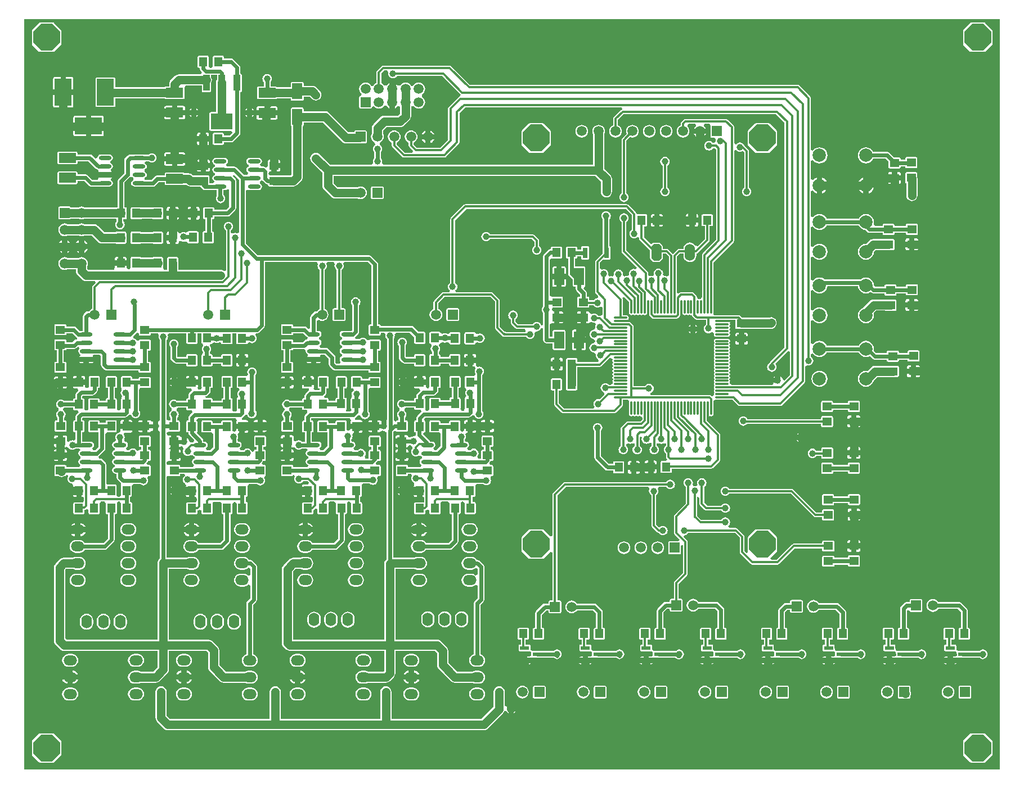
<source format=gtl>
G04 Layer_Physical_Order=1*
G04 Layer_Color=255*
%FSTAX24Y24*%
%MOIN*%
G70*
G01*
G75*
%ADD10R,0.0394X0.0945*%
%ADD11R,0.1299X0.0945*%
%ADD12O,0.0768X0.0236*%
%ADD13R,0.0550X0.0500*%
%ADD14R,0.0500X0.0550*%
%ADD15R,0.0551X0.0236*%
%ADD16R,0.0591X0.1024*%
%ADD17R,0.1024X0.0591*%
%ADD18R,0.0591X0.0965*%
%ADD19R,0.0315X0.0630*%
%ADD20O,0.0118X0.0807*%
%ADD21O,0.0807X0.0118*%
%ADD22C,0.0236*%
%ADD23C,0.0500*%
%ADD24C,0.0118*%
%ADD25R,0.0591X0.0591*%
%ADD26C,0.0591*%
%ADD27R,0.1000X0.1600*%
%ADD28R,0.1600X0.1000*%
%ADD29P,0.1705X8X22.5*%
%ADD30C,0.0787*%
%ADD31R,0.0591X0.0591*%
%ADD32O,0.0787X0.0591*%
%ADD33O,0.0630X0.0787*%
%ADD34O,0.0600X0.1000*%
G04:AMPARAMS|DCode=35|XSize=100mil|YSize=60mil|CornerRadius=0mil|HoleSize=0mil|Usage=FLASHONLY|Rotation=90.000|XOffset=0mil|YOffset=0mil|HoleType=Round|Shape=Octagon|*
%AMOCTAGOND35*
4,1,8,0.0150,0.0500,-0.0150,0.0500,-0.0300,0.0350,-0.0300,-0.0350,-0.0150,-0.0500,0.0150,-0.0500,0.0300,-0.0350,0.0300,0.0350,0.0150,0.0500,0.0*
%
%ADD35OCTAGOND35*%

%ADD36P,0.1705X8X292.5*%
%ADD37C,0.0394*%
G36*
X0579Y000131D02*
X000102D01*
Y044633D01*
X0579D01*
Y000131D01*
D02*
G37*
%LPC*%
G36*
X003106Y014735D02*
X003062Y01473D01*
X002966Y01469D01*
X002883Y014626D01*
X00282Y014544D01*
X002803Y014502D01*
X003106D01*
Y014735D01*
D02*
G37*
G36*
X016584D02*
X01654Y01473D01*
X016444Y01469D01*
X016361Y014626D01*
X016298Y014544D01*
X01628Y014502D01*
X016584D01*
Y014735D01*
D02*
G37*
G36*
X01016D02*
Y014502D01*
X010464D01*
X010446Y014544D01*
X010383Y014626D01*
X0103Y01469D01*
X010204Y01473D01*
X01016Y014735D01*
D02*
G37*
G36*
X023323D02*
X023279Y01473D01*
X023183Y01469D01*
X0231Y014626D01*
X023037Y014544D01*
X023019Y014502D01*
X023323D01*
Y014735D01*
D02*
G37*
G36*
X003421D02*
Y014502D01*
X003725D01*
X003707Y014544D01*
X003644Y014626D01*
X003562Y01469D01*
X003465Y01473D01*
X003421Y014735D01*
D02*
G37*
G36*
X016899D02*
Y014502D01*
X017203D01*
X017185Y014544D01*
X017122Y014626D01*
X017039Y01469D01*
X016943Y01473D01*
X016899Y014735D01*
D02*
G37*
G36*
X013101Y014722D02*
X012904D01*
X012807Y014709D01*
X012716Y014671D01*
X012637Y014611D01*
X012578Y014533D01*
X01254Y014442D01*
X012527Y014344D01*
X01254Y014247D01*
X012578Y014156D01*
X012637Y014078D01*
X012716Y014018D01*
X012807Y01398D01*
X012904Y013967D01*
X013101D01*
X013199Y01398D01*
X01329Y014018D01*
X013368Y014078D01*
X013428Y014156D01*
X013465Y014247D01*
X013478Y014344D01*
X013465Y014442D01*
X013428Y014533D01*
X013368Y014611D01*
X01329Y014671D01*
X013199Y014709D01*
X013101Y014722D01*
D02*
G37*
G36*
X006362D02*
X006165D01*
X006068Y014709D01*
X005977Y014671D01*
X005899Y014611D01*
X005839Y014533D01*
X005801Y014442D01*
X005788Y014344D01*
X005801Y014247D01*
X005839Y014156D01*
X005899Y014078D01*
X005977Y014018D01*
X006068Y01398D01*
X006165Y013967D01*
X006362D01*
X00646Y01398D01*
X006551Y014018D01*
X006629Y014078D01*
X006689Y014156D01*
X006727Y014247D01*
X006739Y014344D01*
X006727Y014442D01*
X006689Y014533D01*
X006629Y014611D01*
X006551Y014671D01*
X00646Y014709D01*
X006362Y014722D01*
D02*
G37*
G36*
X010464Y014187D02*
X01016D01*
Y013954D01*
X010204Y013959D01*
X0103Y013999D01*
X010383Y014063D01*
X010446Y014145D01*
X010464Y014187D01*
D02*
G37*
G36*
X009845Y014735D02*
X009801Y01473D01*
X009705Y01469D01*
X009622Y014626D01*
X009559Y014544D01*
X009542Y014502D01*
X009845D01*
Y014735D01*
D02*
G37*
G36*
X026579Y014722D02*
X026382D01*
X026284Y014709D01*
X026193Y014671D01*
X026115Y014611D01*
X026055Y014533D01*
X026017Y014442D01*
X026005Y014344D01*
X026017Y014247D01*
X026055Y014156D01*
X026115Y014078D01*
X026193Y014018D01*
X026284Y01398D01*
X026382Y013967D01*
X026579D01*
X026676Y01398D01*
X026767Y014018D01*
X026845Y014078D01*
X026905Y014156D01*
X026943Y014247D01*
X026956Y014344D01*
X026943Y014442D01*
X026905Y014533D01*
X026845Y014611D01*
X026767Y014671D01*
X026676Y014709D01*
X026579Y014722D01*
D02*
G37*
G36*
X01984D02*
X019643D01*
X019545Y014709D01*
X019454Y014671D01*
X019376Y014611D01*
X019316Y014533D01*
X019279Y014442D01*
X019266Y014344D01*
X019279Y014247D01*
X019316Y014156D01*
X019376Y014078D01*
X019454Y014018D01*
X019545Y01398D01*
X019643Y013967D01*
X01984D01*
X019938Y01398D01*
X020029Y014018D01*
X020107Y014078D01*
X020167Y014156D01*
X020204Y014247D01*
X020217Y014344D01*
X020204Y014442D01*
X020167Y014533D01*
X020107Y014611D01*
X020029Y014671D01*
X019938Y014709D01*
X01984Y014722D01*
D02*
G37*
G36*
X023638Y014735D02*
Y014502D01*
X023941D01*
X023924Y014544D01*
X023861Y014626D01*
X023778Y01469D01*
X023682Y01473D01*
X023638Y014735D01*
D02*
G37*
G36*
X023362Y016496D02*
X023167D01*
Y016379D01*
X023175Y01634D01*
X023197Y016306D01*
X02323Y016284D01*
X023269Y016277D01*
X023362D01*
Y016496D01*
D02*
G37*
G36*
X016738D02*
X016543D01*
Y016379D01*
X016551Y01634D01*
X016573Y016306D01*
X016606Y016284D01*
X016645Y016277D01*
X016738D01*
Y016496D01*
D02*
G37*
G36*
X009862D02*
X009668D01*
Y016379D01*
X009675Y01634D01*
X009697Y016306D01*
X009731Y016284D01*
X00977Y016277D01*
X009862D01*
Y016496D01*
D02*
G37*
G36*
X009249D02*
X009154D01*
Y0164D01*
X009208Y016442D01*
X009249Y016496D01*
D02*
G37*
G36*
X008839D02*
X008743D01*
X008784Y016442D01*
X008839Y0164D01*
Y016496D01*
D02*
G37*
G36*
X049527Y016456D02*
X048977D01*
X048946Y01645D01*
X04892Y016433D01*
X048903Y016407D01*
X048897Y016376D01*
Y016319D01*
X048073D01*
Y016368D01*
X048067Y016399D01*
X048049Y016425D01*
X048023Y016442D01*
X047993Y016448D01*
X047443D01*
X047412Y016442D01*
X047386Y016425D01*
X047369Y016399D01*
X047362Y016368D01*
Y015868D01*
X047369Y015837D01*
X047386Y015811D01*
X047412Y015794D01*
X047443Y015788D01*
X047993D01*
X048023Y015794D01*
X048049Y015811D01*
X048067Y015837D01*
X048073Y015868D01*
Y015917D01*
X048897D01*
Y015876D01*
X048903Y015845D01*
X04892Y015819D01*
X048946Y015802D01*
X048977Y015796D01*
X049527D01*
X049558Y015802D01*
X049584Y015819D01*
X049601Y015845D01*
X049607Y015876D01*
Y016376D01*
X049601Y016407D01*
X049584Y016433D01*
X049558Y01645D01*
X049527Y016456D01*
D02*
G37*
G36*
X041634Y016892D02*
X041562Y016883D01*
X041495Y016855D01*
X041437Y016811D01*
X041393Y016753D01*
X041365Y016686D01*
X041356Y016614D01*
X041365Y016542D01*
X041393Y016475D01*
X041437Y016418D01*
X041495Y016373D01*
X041562Y016346D01*
X041634Y016336D01*
X041706Y016346D01*
X041773Y016373D01*
X04183Y016418D01*
X041873Y016474D01*
X045513D01*
X046868Y015119D01*
X046913Y015088D01*
X046967Y015078D01*
X047362D01*
Y014968D01*
X047369Y014937D01*
X047386Y014911D01*
X047412Y014894D01*
X047443Y014888D01*
X047993D01*
X048023Y014894D01*
X048049Y014911D01*
X048067Y014937D01*
X048073Y014968D01*
Y015468D01*
X048067Y015499D01*
X048049Y015525D01*
X048023Y015542D01*
X047993Y015548D01*
X047443D01*
X047412Y015542D01*
X047386Y015525D01*
X047369Y015499D01*
X047362Y015468D01*
Y015359D01*
X047025D01*
X04567Y016714D01*
X045625Y016744D01*
X045571Y016755D01*
X041873D01*
X04183Y016811D01*
X041773Y016855D01*
X041706Y016883D01*
X041634Y016892D01*
D02*
G37*
G36*
X049629Y015069D02*
X04941D01*
Y014874D01*
X049527D01*
X049566Y014882D01*
X049599Y014904D01*
X049621Y014937D01*
X049629Y014976D01*
Y015069D01*
D02*
G37*
G36*
X049095D02*
X048875D01*
Y014976D01*
X048883Y014937D01*
X048905Y014904D01*
X048938Y014882D01*
X048977Y014874D01*
X049095D01*
Y015069D01*
D02*
G37*
G36*
X003175Y016496D02*
X00298D01*
Y016379D01*
X002988Y01634D01*
X00301Y016306D01*
X003043Y016284D01*
X003082Y016277D01*
X003175D01*
Y016496D01*
D02*
G37*
G36*
X049527Y015578D02*
X04941D01*
Y015383D01*
X049629D01*
Y015476D01*
X049621Y015515D01*
X049599Y015548D01*
X049566Y01557D01*
X049527Y015578D01*
D02*
G37*
G36*
X049095D02*
X048977D01*
X048938Y01557D01*
X048905Y015548D01*
X048883Y015515D01*
X048875Y015476D01*
Y015383D01*
X049095D01*
Y015578D01*
D02*
G37*
G36*
X017203Y014187D02*
X016899D01*
Y013954D01*
X016943Y013959D01*
X017039Y013999D01*
X017122Y014063D01*
X017185Y014145D01*
X017203Y014187D01*
D02*
G37*
G36*
X035623Y013646D02*
X035526Y013633D01*
X035435Y013596D01*
X035356Y013536D01*
X035297Y013458D01*
X035259Y013367D01*
X035246Y013269D01*
X035259Y013171D01*
X035297Y01308D01*
X035356Y013002D01*
X035435Y012942D01*
X035526Y012905D01*
X035623Y012892D01*
X035721Y012905D01*
X035812Y012942D01*
X03589Y013002D01*
X03595Y01308D01*
X035988Y013171D01*
X036Y013269D01*
X035988Y013367D01*
X03595Y013458D01*
X03589Y013536D01*
X035812Y013596D01*
X035721Y013633D01*
X035623Y013646D01*
D02*
G37*
G36*
X049517Y012809D02*
X048967D01*
X048936Y012803D01*
X04891Y012786D01*
X048893Y01276D01*
X048887Y012729D01*
Y01267D01*
X048083D01*
Y012719D01*
X048077Y01275D01*
X048059Y012776D01*
X048033Y012793D01*
X048003Y012799D01*
X047453D01*
X047422Y012793D01*
X047396Y012776D01*
X047379Y01275D01*
X047372Y012719D01*
Y012219D01*
X047379Y012188D01*
X047396Y012162D01*
X047422Y012145D01*
X047453Y012139D01*
X048003D01*
X048033Y012145D01*
X048059Y012162D01*
X048077Y012188D01*
X048083Y012219D01*
Y012268D01*
X048887D01*
Y012229D01*
X048893Y012198D01*
X04891Y012172D01*
X048936Y012155D01*
X048967Y012149D01*
X049517D01*
X049548Y012155D01*
X049574Y012172D01*
X049591Y012198D01*
X049597Y012229D01*
Y012729D01*
X049591Y01276D01*
X049574Y012786D01*
X049548Y012803D01*
X049517Y012809D01*
D02*
G37*
G36*
X01984Y012722D02*
X019643D01*
X019545Y012709D01*
X019454Y012671D01*
X019376Y012611D01*
X019316Y012533D01*
X019279Y012442D01*
X019266Y012344D01*
X019279Y012247D01*
X019316Y012156D01*
X019376Y012078D01*
X019454Y012018D01*
X019545Y01198D01*
X019643Y011967D01*
X01984D01*
X019938Y01198D01*
X020029Y012018D01*
X020107Y012078D01*
X020167Y012156D01*
X020204Y012247D01*
X020217Y012344D01*
X020204Y012442D01*
X020167Y012533D01*
X020107Y012611D01*
X020029Y012671D01*
X019938Y012709D01*
X01984Y012722D01*
D02*
G37*
G36*
X006362Y013722D02*
X006165D01*
X006068Y013709D01*
X005977Y013671D01*
X005899Y013611D01*
X005839Y013533D01*
X005801Y013442D01*
X005788Y013344D01*
X005801Y013247D01*
X005839Y013156D01*
X005899Y013078D01*
X005977Y013018D01*
X006068Y01298D01*
X006165Y012967D01*
X006362D01*
X00646Y01298D01*
X006551Y013018D01*
X006629Y013078D01*
X006689Y013156D01*
X006727Y013247D01*
X006739Y013344D01*
X006727Y013442D01*
X006689Y013533D01*
X006629Y013611D01*
X006551Y013671D01*
X00646Y013709D01*
X006362Y013722D01*
D02*
G37*
G36*
X037623Y013646D02*
X037526Y013633D01*
X037435Y013596D01*
X037356Y013536D01*
X037297Y013458D01*
X037259Y013367D01*
X037246Y013269D01*
X037259Y013171D01*
X037297Y01308D01*
X037356Y013002D01*
X037435Y012942D01*
X037526Y012905D01*
X037623Y012892D01*
X037721Y012905D01*
X037812Y012942D01*
X03789Y013002D01*
X03795Y01308D01*
X037988Y013171D01*
X038Y013269D01*
X037988Y013367D01*
X03795Y013458D01*
X03789Y013536D01*
X037812Y013596D01*
X037721Y013633D01*
X037623Y013646D01*
D02*
G37*
G36*
X036623D02*
X036526Y013633D01*
X036435Y013596D01*
X036356Y013536D01*
X036297Y013458D01*
X036259Y013367D01*
X036246Y013269D01*
X036259Y013171D01*
X036297Y01308D01*
X036356Y013002D01*
X036435Y012942D01*
X036526Y012905D01*
X036623Y012892D01*
X036721Y012905D01*
X036812Y012942D01*
X03689Y013002D01*
X03695Y01308D01*
X036988Y013171D01*
X037Y013269D01*
X036988Y013367D01*
X03695Y013458D01*
X03689Y013536D01*
X036812Y013596D01*
X036721Y013633D01*
X036623Y013646D01*
D02*
G37*
G36*
X023579Y011722D02*
X023382D01*
X023284Y011709D01*
X023193Y011671D01*
X023115Y011611D01*
X023055Y011533D01*
X023017Y011442D01*
X023005Y011344D01*
X023017Y011247D01*
X023055Y011156D01*
X023115Y011078D01*
X023193Y011018D01*
X023284Y01098D01*
X023382Y010967D01*
X023579D01*
X023676Y01098D01*
X023767Y011018D01*
X023845Y011078D01*
X023905Y011156D01*
X023943Y011247D01*
X023956Y011344D01*
X023943Y011442D01*
X023905Y011533D01*
X023845Y011611D01*
X023767Y011671D01*
X023676Y011709D01*
X023579Y011722D01*
D02*
G37*
G36*
X01984D02*
X019643D01*
X019545Y011709D01*
X019454Y011671D01*
X019376Y011611D01*
X019316Y011533D01*
X019279Y011442D01*
X019266Y011344D01*
X019279Y011247D01*
X019316Y011156D01*
X019376Y011078D01*
X019454Y011018D01*
X019545Y01098D01*
X019643Y010967D01*
X01984D01*
X019938Y01098D01*
X020029Y011018D01*
X020107Y011078D01*
X020167Y011156D01*
X020204Y011247D01*
X020217Y011344D01*
X020204Y011442D01*
X020167Y011533D01*
X020107Y011611D01*
X020029Y011671D01*
X019938Y011709D01*
X01984Y011722D01*
D02*
G37*
G36*
X01684D02*
X016643D01*
X016545Y011709D01*
X016454Y011671D01*
X016376Y011611D01*
X016316Y011533D01*
X016279Y011442D01*
X016266Y011344D01*
X016279Y011247D01*
X016316Y011156D01*
X016376Y011078D01*
X016454Y011018D01*
X016545Y01098D01*
X016643Y010967D01*
X01684D01*
X016938Y01098D01*
X017029Y011018D01*
X017107Y011078D01*
X017167Y011156D01*
X017204Y011247D01*
X017217Y011344D01*
X017204Y011442D01*
X017167Y011533D01*
X017107Y011611D01*
X017029Y011671D01*
X016938Y011709D01*
X01684Y011722D01*
D02*
G37*
G36*
X006362Y012722D02*
X006165D01*
X006068Y012709D01*
X005977Y012671D01*
X005899Y012611D01*
X005839Y012533D01*
X005801Y012442D01*
X005788Y012344D01*
X005801Y012247D01*
X005839Y012156D01*
X005899Y012078D01*
X005977Y012018D01*
X006068Y01198D01*
X006165Y011967D01*
X006362D01*
X00646Y01198D01*
X006551Y012018D01*
X006629Y012078D01*
X006689Y012156D01*
X006727Y012247D01*
X006739Y012344D01*
X006727Y012442D01*
X006689Y012533D01*
X006629Y012611D01*
X006551Y012671D01*
X00646Y012709D01*
X006362Y012722D01*
D02*
G37*
G36*
X026579D02*
X026382D01*
X026284Y012709D01*
X026193Y012671D01*
X026115Y012611D01*
X026055Y012533D01*
X026017Y012442D01*
X026005Y012344D01*
X026017Y012247D01*
X026055Y012156D01*
X026115Y012078D01*
X026193Y012018D01*
X026284Y01198D01*
X026382Y011967D01*
X026579D01*
X026676Y01198D01*
X026767Y012018D01*
X026833Y012068D01*
X026887Y012051D01*
X026945Y012013D01*
Y011676D01*
X026896Y011644D01*
X026827Y011626D01*
X026767Y011671D01*
X026676Y011709D01*
X026579Y011722D01*
X026382D01*
X026284Y011709D01*
X026193Y011671D01*
X026115Y011611D01*
X026055Y011533D01*
X026017Y011442D01*
X026005Y011344D01*
X026017Y011247D01*
X026055Y011156D01*
X026115Y011078D01*
X026193Y011018D01*
X026284Y01098D01*
X026382Y010967D01*
X026579D01*
X026676Y01098D01*
X026767Y011018D01*
X026827Y011063D01*
X026896Y011045D01*
X026945Y011013D01*
Y01027D01*
X026788Y010114D01*
X026745Y010048D01*
X02673Y009972D01*
Y006957D01*
X026643Y006921D01*
X026565Y006861D01*
X026505Y006783D01*
X026467Y006692D01*
X026455Y006594D01*
X026467Y006497D01*
X026505Y006406D01*
X026565Y006328D01*
X026643Y006268D01*
X026734Y00623D01*
X026832Y006217D01*
X027029D01*
X027126Y00623D01*
X027217Y006268D01*
X027295Y006328D01*
X027355Y006406D01*
X027393Y006497D01*
X027406Y006594D01*
X027393Y006692D01*
X027355Y006783D01*
X027295Y006861D01*
X027217Y006921D01*
X027131Y006957D01*
Y009889D01*
X027288Y010045D01*
X027331Y01011D01*
X027346Y010187D01*
Y012136D01*
X027331Y012213D01*
X027288Y012278D01*
X027079Y012486D01*
X027014Y01253D01*
X026937Y012545D01*
X026896D01*
X026845Y012611D01*
X026767Y012671D01*
X026676Y012709D01*
X026579Y012722D01*
D02*
G37*
G36*
X013101D02*
X012904D01*
X012807Y012709D01*
X012716Y012671D01*
X012637Y012611D01*
X012578Y012533D01*
X01254Y012442D01*
X012527Y012344D01*
X01254Y012247D01*
X012578Y012156D01*
X012637Y012078D01*
X012716Y012018D01*
X012807Y01198D01*
X012904Y011967D01*
X013101D01*
X013199Y01198D01*
X01329Y012018D01*
X013368Y012078D01*
X013374Y012078D01*
X01348Y01203D01*
Y011659D01*
X013388Y01162D01*
X013362Y011615D01*
X01329Y011671D01*
X013199Y011709D01*
X013101Y011722D01*
X012904D01*
X012807Y011709D01*
X012716Y011671D01*
X012637Y011611D01*
X012578Y011533D01*
X01254Y011442D01*
X012527Y011344D01*
X01254Y011247D01*
X012578Y011156D01*
X012637Y011078D01*
X012716Y011018D01*
X012807Y01098D01*
X012904Y010967D01*
X013101D01*
X013199Y01098D01*
X01329Y011018D01*
X013362Y011074D01*
X013388Y011069D01*
X01348Y01103D01*
Y01028D01*
X013311Y01011D01*
X013267Y010045D01*
X013252Y009968D01*
Y006957D01*
X013166Y006921D01*
X013087Y006861D01*
X013027Y006783D01*
X01299Y006692D01*
X012977Y006594D01*
X01299Y006497D01*
X013027Y006406D01*
X013087Y006328D01*
X013166Y006268D01*
X013257Y00623D01*
X013354Y006217D01*
X013551D01*
X013649Y00623D01*
X01374Y006268D01*
X013818Y006328D01*
X013878Y006406D01*
X013915Y006497D01*
X013928Y006594D01*
X013915Y006692D01*
X013878Y006783D01*
X013818Y006861D01*
X01374Y006921D01*
X013653Y006957D01*
Y009885D01*
X013823Y010055D01*
X013867Y01012D01*
X013882Y010197D01*
Y012146D01*
X013867Y012222D01*
X013823Y012288D01*
X013624Y012486D01*
X013559Y01253D01*
X013482Y012545D01*
X013418D01*
X013368Y012611D01*
X01329Y012671D01*
X013199Y012709D01*
X013101Y012722D01*
D02*
G37*
G36*
Y013722D02*
X012904D01*
X012807Y013709D01*
X012716Y013671D01*
X012637Y013611D01*
X012578Y013533D01*
X01254Y013442D01*
X012527Y013344D01*
X01254Y013247D01*
X012578Y013156D01*
X012637Y013078D01*
X012716Y013018D01*
X012807Y01298D01*
X012904Y012967D01*
X013101D01*
X013199Y01298D01*
X01329Y013018D01*
X013368Y013078D01*
X013428Y013156D01*
X013465Y013247D01*
X013478Y013344D01*
X013465Y013442D01*
X013428Y013533D01*
X013368Y013611D01*
X01329Y013671D01*
X013199Y013709D01*
X013101Y013722D01*
D02*
G37*
G36*
X016584Y014187D02*
X01628D01*
X016298Y014145D01*
X016361Y014063D01*
X016444Y013999D01*
X01654Y013959D01*
X016584Y013954D01*
Y014187D01*
D02*
G37*
G36*
X003106D02*
X002803D01*
X00282Y014145D01*
X002883Y014063D01*
X002966Y013999D01*
X003062Y013959D01*
X003106Y013954D01*
Y014187D01*
D02*
G37*
G36*
X009845Y014187D02*
X009542D01*
X009559Y014145D01*
X009622Y014063D01*
X009705Y013999D01*
X009801Y013959D01*
X009845Y013954D01*
Y014187D01*
D02*
G37*
G36*
X003725Y014187D02*
X003421D01*
Y013954D01*
X003465Y013959D01*
X003562Y013999D01*
X003644Y014063D01*
X003707Y014145D01*
X003725Y014187D01*
D02*
G37*
G36*
X023941Y014187D02*
X023638D01*
Y013954D01*
X023682Y013959D01*
X023778Y013999D01*
X023861Y014063D01*
X023924Y014145D01*
X023941Y014187D01*
D02*
G37*
G36*
X023323D02*
X023019D01*
X023037Y014145D01*
X0231Y014063D01*
X023183Y013999D01*
X023279Y013959D01*
X023323Y013954D01*
Y014187D01*
D02*
G37*
G36*
X049085Y013222D02*
X048865D01*
Y013129D01*
X048873Y01309D01*
X048895Y013057D01*
X048928Y013035D01*
X048967Y013027D01*
X049085D01*
Y013222D01*
D02*
G37*
G36*
X026579Y013722D02*
X026382D01*
X026284Y013709D01*
X026193Y013671D01*
X026115Y013611D01*
X026055Y013533D01*
X026017Y013442D01*
X026005Y013344D01*
X026017Y013247D01*
X026055Y013156D01*
X026115Y013078D01*
X026193Y013018D01*
X026284Y01298D01*
X026382Y012967D01*
X026579D01*
X026676Y01298D01*
X026767Y013018D01*
X026845Y013078D01*
X026905Y013156D01*
X026943Y013247D01*
X026956Y013344D01*
X026943Y013442D01*
X026905Y013533D01*
X026845Y013611D01*
X026767Y013671D01*
X026676Y013709D01*
X026579Y013722D01*
D02*
G37*
G36*
X01984D02*
X019643D01*
X019545Y013709D01*
X019454Y013671D01*
X019376Y013611D01*
X019316Y013533D01*
X019279Y013442D01*
X019266Y013344D01*
X019279Y013247D01*
X019316Y013156D01*
X019376Y013078D01*
X019454Y013018D01*
X019545Y01298D01*
X019643Y012967D01*
X01984D01*
X019938Y01298D01*
X020029Y013018D01*
X020107Y013078D01*
X020167Y013156D01*
X020204Y013247D01*
X020217Y013344D01*
X020204Y013442D01*
X020167Y013533D01*
X020107Y013611D01*
X020029Y013671D01*
X019938Y013709D01*
X01984Y013722D01*
D02*
G37*
G36*
X049517Y013731D02*
X0494D01*
Y013537D01*
X049619D01*
Y013629D01*
X049611Y013668D01*
X049589Y013701D01*
X049556Y013723D01*
X049517Y013731D01*
D02*
G37*
G36*
X049085D02*
X048967D01*
X048928Y013723D01*
X048895Y013701D01*
X048873Y013668D01*
X048865Y013629D01*
Y013537D01*
X049085D01*
Y013731D01*
D02*
G37*
G36*
X049619Y013222D02*
X0494D01*
Y013027D01*
X049517D01*
X049556Y013035D01*
X049589Y013057D01*
X049611Y01309D01*
X049619Y013129D01*
Y013222D01*
D02*
G37*
G36*
X022323Y016496D02*
X022227D01*
X022269Y016442D01*
X022323Y0164D01*
Y016496D01*
D02*
G37*
G36*
X002087Y019422D02*
X001867D01*
Y01933D01*
X001875Y019291D01*
X001897Y019257D01*
X00193Y019235D01*
X001969Y019228D01*
X002087D01*
Y019422D01*
D02*
G37*
G36*
X049517Y019245D02*
X0494D01*
Y01905D01*
X049619D01*
Y019143D01*
X049611Y019182D01*
X049589Y019215D01*
X049556Y019237D01*
X049517Y019245D01*
D02*
G37*
G36*
X049085D02*
X048967D01*
X048928Y019237D01*
X048895Y019215D01*
X048873Y019182D01*
X048865Y019143D01*
Y01905D01*
X049085D01*
Y019245D01*
D02*
G37*
G36*
X045945Y019656D02*
X045849D01*
X045891Y019601D01*
X045945Y01956D01*
Y019656D01*
D02*
G37*
G36*
X022313Y019425D02*
X022094D01*
Y019333D01*
X022101Y019294D01*
X022123Y01926D01*
X022156Y019238D01*
X022195Y019231D01*
X022313D01*
Y019425D01*
D02*
G37*
G36*
X015522Y019425D02*
X015302D01*
Y019333D01*
X01531Y019294D01*
X015332Y01926D01*
X015365Y019238D01*
X015404Y019231D01*
X015522D01*
Y019425D01*
D02*
G37*
G36*
X015512Y019109D02*
X015394D01*
X015355Y019101D01*
X015322Y019079D01*
X0153Y019046D01*
X015292Y019007D01*
Y018915D01*
X015512D01*
Y019109D01*
D02*
G37*
G36*
X002077D02*
X001959D01*
X00192Y019101D01*
X001887Y019079D01*
X001865Y019046D01*
X001857Y019007D01*
Y018915D01*
X002077D01*
Y019109D01*
D02*
G37*
G36*
X022745D02*
X022628D01*
Y018915D01*
X022847D01*
Y019007D01*
X02284Y019046D01*
X022818Y019079D01*
X022784Y019101D01*
X022745Y019109D01*
D02*
G37*
G36*
X047941Y019213D02*
X047391D01*
X04736Y019207D01*
X047334Y01919D01*
X047317Y019164D01*
X047311Y019133D01*
Y019009D01*
X047031D01*
X046988Y019065D01*
X04693Y019109D01*
X046863Y019137D01*
X046791Y019146D01*
X046719Y019137D01*
X046652Y019109D01*
X046595Y019065D01*
X046551Y019007D01*
X046523Y01894D01*
X046513Y018868D01*
X046523Y018796D01*
X046551Y018729D01*
X046595Y018672D01*
X046652Y018627D01*
X046719Y0186D01*
X046791Y01859D01*
X046863Y0186D01*
X04693Y018627D01*
X046988Y018672D01*
X047031Y018728D01*
X047311D01*
Y018633D01*
X047317Y018602D01*
X047334Y018576D01*
X04736Y018559D01*
X047391Y018553D01*
X047941D01*
X047972Y018559D01*
X047998Y018576D01*
X048015Y018602D01*
X048021Y018633D01*
Y019133D01*
X048015Y019164D01*
X047998Y01919D01*
X047972Y019207D01*
X047941Y019213D01*
D02*
G37*
G36*
X015944Y019109D02*
X015827D01*
Y018915D01*
X016046D01*
Y019007D01*
X016038Y019046D01*
X016016Y019079D01*
X015983Y019101D01*
X015944Y019109D01*
D02*
G37*
G36*
X002509D02*
X002392D01*
Y018915D01*
X002611D01*
Y019007D01*
X002603Y019046D01*
X002581Y019079D01*
X002548Y019101D01*
X002509Y019109D01*
D02*
G37*
G36*
X046356Y019656D02*
X04626D01*
Y01956D01*
X046314Y019601D01*
X046356Y019656D01*
D02*
G37*
G36*
X007077Y020322D02*
X006857D01*
Y02023D01*
X006865Y020191D01*
X006887Y020157D01*
X00692Y020135D01*
X006959Y020128D01*
X007077D01*
Y020322D01*
D02*
G37*
G36*
X026852Y020305D02*
X026658D01*
Y020086D01*
X02675D01*
X026789Y020093D01*
X026822Y020115D01*
X026845Y020149D01*
X026852Y020188D01*
Y020305D01*
D02*
G37*
G36*
X02012D02*
X019925D01*
Y020086D01*
X020018D01*
X020057Y020093D01*
X02009Y020115D01*
X020112Y020149D01*
X02012Y020188D01*
Y020305D01*
D02*
G37*
G36*
X013907Y020325D02*
X013688D01*
Y020233D01*
X013696Y020194D01*
X013718Y020161D01*
X013751Y020138D01*
X01379Y020131D01*
X013907D01*
Y020325D01*
D02*
G37*
G36*
X020699Y020322D02*
X020479D01*
Y02023D01*
X020487Y020191D01*
X020509Y020157D01*
X020542Y020135D01*
X020581Y020128D01*
X020699D01*
Y020322D01*
D02*
G37*
G36*
X007509Y020831D02*
X007392D01*
Y02048D01*
Y020128D01*
X007509D01*
X007548Y020135D01*
X007582Y020157D01*
X007593Y020175D01*
X007632Y020198D01*
X007717Y020221D01*
Y020482D01*
Y020743D01*
X007652Y020758D01*
X007591Y020788D01*
X007582Y020802D01*
X007548Y020824D01*
X007509Y020831D01*
D02*
G37*
G36*
X022313Y019935D02*
X022195D01*
X022156Y019927D01*
X022123Y019905D01*
X022101Y019872D01*
X022094Y019833D01*
Y01974D01*
X022313D01*
Y019935D01*
D02*
G37*
G36*
X015522D02*
X015404D01*
X015365Y019927D01*
X015332Y019905D01*
X01531Y019872D01*
X015302Y019833D01*
Y01974D01*
X015522D01*
Y019935D01*
D02*
G37*
G36*
X002087Y019931D02*
X001969D01*
X00193Y019924D01*
X001897Y019902D01*
X001875Y019869D01*
X001867Y01983D01*
Y019737D01*
X002087D01*
Y019931D01*
D02*
G37*
G36*
X013348Y020305D02*
X013154D01*
Y020086D01*
X013246D01*
X013285Y020093D01*
X013319Y020115D01*
X013341Y020149D01*
X013348Y020188D01*
Y020305D01*
D02*
G37*
G36*
X04626Y020066D02*
Y01997D01*
X046356D01*
X046314Y020025D01*
X04626Y020066D01*
D02*
G37*
G36*
X045945D02*
X045891Y020025D01*
X045849Y01997D01*
X045945D01*
Y020066D01*
D02*
G37*
G36*
X022313Y019109D02*
X022195D01*
X022156Y019101D01*
X022123Y019079D01*
X022101Y019046D01*
X022094Y019007D01*
Y018915D01*
X022313D01*
Y019109D01*
D02*
G37*
G36*
X03656Y017884D02*
X036365D01*
Y017664D01*
X036458D01*
X036497Y017672D01*
X03653Y017694D01*
X036552Y017727D01*
X03656Y017766D01*
Y017884D01*
D02*
G37*
G36*
X03605D02*
X035856D01*
Y017766D01*
X035864Y017727D01*
X035886Y017694D01*
X035919Y017672D01*
X035958Y017664D01*
X03605D01*
Y017884D01*
D02*
G37*
G36*
X040238Y017394D02*
X040166Y017385D01*
X040099Y017357D01*
X040041Y017313D01*
X039997Y017255D01*
X039969Y017188D01*
X03996Y017116D01*
X039969Y017044D01*
X03998Y017019D01*
X039922Y016944D01*
X039897Y016923D01*
X039833Y016932D01*
X03977Y016923D01*
X03974Y016949D01*
X039687Y017019D01*
X039698Y017044D01*
X039707Y017116D01*
X039698Y017188D01*
X03967Y017255D01*
X039626Y017313D01*
X039568Y017357D01*
X039501Y017385D01*
X039429Y017394D01*
X039357Y017385D01*
X03929Y017357D01*
X039233Y017313D01*
X039188Y017255D01*
X039161Y017188D01*
X039151Y017116D01*
X039161Y017044D01*
X039188Y016977D01*
X039233Y01692D01*
X039289Y016877D01*
Y015901D01*
X038615Y015227D01*
X038585Y015182D01*
X038574Y015128D01*
Y014159D01*
X038585Y014106D01*
X038615Y01406D01*
X038913Y013763D01*
X038864Y013644D01*
X038328D01*
X038297Y013638D01*
X038271Y013621D01*
X038254Y013595D01*
X038248Y013564D01*
Y012974D01*
X038254Y012943D01*
X038271Y012917D01*
X038297Y012899D01*
X038328Y012893D01*
X038918D01*
X038949Y012899D01*
X038975Y012917D01*
X038993Y012943D01*
X038999Y012974D01*
Y013372D01*
X039117Y013435D01*
X039121Y013432D01*
Y011784D01*
X038615Y011278D01*
X038585Y011232D01*
X038574Y011179D01*
Y010238D01*
X038419D01*
X038389Y010232D01*
X038363Y010214D01*
X038345Y010188D01*
X038339Y010157D01*
Y010063D01*
X03811D01*
X038033Y010048D01*
X037968Y010004D01*
X037626Y009662D01*
X037583Y009597D01*
X037567Y00952D01*
Y008525D01*
X037518D01*
X037487Y008518D01*
X037461Y008501D01*
X037444Y008475D01*
X037438Y008444D01*
Y007894D01*
X037444Y007864D01*
X037461Y007838D01*
X037487Y00782D01*
X037518Y007814D01*
X038018D01*
X038049Y00782D01*
X038075Y007838D01*
X038092Y007864D01*
X038098Y007894D01*
Y008444D01*
X038092Y008475D01*
X038075Y008501D01*
X038049Y008518D01*
X038018Y008525D01*
X037969D01*
Y009437D01*
X038193Y009661D01*
X038339D01*
Y009567D01*
X038345Y009536D01*
X038363Y00951D01*
X038389Y009493D01*
X038419Y009487D01*
X03901D01*
X039041Y009493D01*
X039067Y00951D01*
X039084Y009536D01*
X03909Y009567D01*
Y010157D01*
X039084Y010188D01*
X039067Y010214D01*
X039041Y010232D01*
X03901Y010238D01*
X038855D01*
Y01112D01*
X039361Y011627D01*
X039392Y011672D01*
X039402Y011726D01*
Y013612D01*
X039392Y013666D01*
X039361Y013712D01*
X039163Y013909D01*
X039191Y013989D01*
X039215Y014025D01*
X039275Y014033D01*
X039342Y01406D01*
X039399Y014105D01*
X039442Y014161D01*
X042186D01*
X042478Y013869D01*
Y013022D01*
X042488Y012968D01*
X042519Y012922D01*
X043139Y012302D01*
X043184Y012272D01*
X043238Y012261D01*
X044715D01*
X044768Y012272D01*
X044814Y012302D01*
X04574Y013229D01*
X047372D01*
Y013119D01*
X047379Y013088D01*
X047396Y013062D01*
X047422Y013045D01*
X047453Y013039D01*
X048003D01*
X048033Y013045D01*
X048059Y013062D01*
X048077Y013088D01*
X048083Y013119D01*
Y013619D01*
X048077Y01365D01*
X048059Y013676D01*
X048033Y013693D01*
X048003Y013699D01*
X047453D01*
X047422Y013693D01*
X047396Y013676D01*
X047379Y01365D01*
X047372Y013619D01*
Y01351D01*
X045682D01*
X045628Y013499D01*
X045583Y013468D01*
X044656Y012542D01*
X044346D01*
X044346Y012542D01*
X044304Y01266D01*
X044667Y013024D01*
X044667Y013024D01*
X044685Y01305D01*
X044691Y013081D01*
X044691Y013081D01*
Y013868D01*
X044685Y013899D01*
X044667Y013925D01*
X044274Y014319D01*
X044274Y014319D01*
X044248Y014336D01*
X044217Y014342D01*
X044217Y014342D01*
X04343D01*
X043399Y014336D01*
X043373Y014319D01*
X042979Y013925D01*
X042979Y013925D01*
X042962Y013899D01*
X042956Y013868D01*
X042956Y013868D01*
Y013081D01*
X042962Y01305D01*
X042979Y013024D01*
X042894Y012945D01*
X042759Y01308D01*
Y013927D01*
X042748Y013981D01*
X042717Y014027D01*
X042343Y014401D01*
X042298Y014431D01*
X042244Y014442D01*
X041859D01*
X041782Y014547D01*
X041782Y01456D01*
X04183Y014597D01*
X041875Y014654D01*
X041902Y014721D01*
X041912Y014793D01*
X041902Y014865D01*
X041875Y014932D01*
X04183Y01499D01*
X041773Y015034D01*
X041706Y015062D01*
X041634Y015071D01*
X041562Y015062D01*
X041495Y015034D01*
X041437Y01499D01*
X041394Y014934D01*
X040206D01*
X039973Y015166D01*
Y016289D01*
X039978Y016292D01*
X040096Y016226D01*
X040096Y015886D01*
X040096Y015886D01*
X040096Y015886D01*
X040101Y015859D01*
X040106Y015832D01*
X040106Y015832D01*
X040106Y015832D01*
X040122Y015809D01*
X040137Y015787D01*
X040137Y015787D01*
X040137Y015786D01*
X040403Y015521D01*
X040448Y01549D01*
X040502Y01548D01*
X041394D01*
X041437Y015424D01*
X041495Y015379D01*
X041562Y015352D01*
X041634Y015342D01*
X041706Y015352D01*
X041773Y015379D01*
X04183Y015424D01*
X041875Y015481D01*
X041902Y015548D01*
X041912Y01562D01*
X041902Y015692D01*
X041875Y015759D01*
X04183Y015817D01*
X041773Y015861D01*
X041706Y015889D01*
X041634Y015898D01*
X041562Y015889D01*
X041495Y015861D01*
X041437Y015817D01*
X041394Y015761D01*
X04056D01*
X040377Y015944D01*
X040378Y016876D01*
X040434Y01692D01*
X040479Y016977D01*
X040506Y017044D01*
X040516Y017116D01*
X040506Y017188D01*
X040479Y017255D01*
X040434Y017313D01*
X040377Y017357D01*
X04031Y017385D01*
X040238Y017394D01*
D02*
G37*
G36*
X034065Y020652D02*
X033993Y020643D01*
X033926Y020615D01*
X033868Y020571D01*
X033824Y020513D01*
X033796Y020446D01*
X033787Y020374D01*
X033796Y020302D01*
X033824Y020235D01*
X033864Y020183D01*
Y018622D01*
X03388Y018545D01*
X033923Y01848D01*
X034504Y017899D01*
X034569Y017856D01*
X034646Y017841D01*
X034978D01*
Y017766D01*
X034984Y017736D01*
X035001Y01771D01*
X035027Y017692D01*
X035058Y017686D01*
X035558D01*
X035589Y017692D01*
X035615Y01771D01*
X035632Y017736D01*
X035638Y017766D01*
Y018316D01*
X035632Y018347D01*
X035615Y018373D01*
X035589Y018391D01*
X035558Y018397D01*
X035058D01*
X035027Y018391D01*
X035001Y018373D01*
X034984Y018347D01*
X034978Y018316D01*
Y018242D01*
X034729D01*
X034266Y018705D01*
Y020183D01*
X034306Y020235D01*
X034333Y020302D01*
X034343Y020374D01*
X034333Y020446D01*
X034306Y020513D01*
X034262Y020571D01*
X034204Y020615D01*
X034137Y020643D01*
X034065Y020652D01*
D02*
G37*
G36*
X037569Y017904D02*
X037375D01*
Y017684D01*
X037467D01*
X037506Y017692D01*
X037539Y017714D01*
X037562Y017747D01*
X037569Y017786D01*
Y017904D01*
D02*
G37*
G36*
X03706D02*
X036865D01*
Y017786D01*
X036873Y017747D01*
X036895Y017714D01*
X036928Y017692D01*
X036967Y017684D01*
X03706D01*
Y017904D01*
D02*
G37*
G36*
X008839Y016907D02*
X008784Y016865D01*
X008743Y016811D01*
X008839D01*
Y016907D01*
D02*
G37*
G36*
X038366Y017306D02*
X038294Y017296D01*
X038227Y017268D01*
X03817Y017224D01*
X038125Y017167D01*
X038122Y017158D01*
X032126D01*
X032072Y017148D01*
X032027Y017117D01*
X031436Y016527D01*
X031406Y016481D01*
X031395Y016427D01*
Y013993D01*
X031374Y013977D01*
X031267Y013925D01*
X030874Y014319D01*
X030874Y014319D01*
X030848Y014336D01*
X030817Y014342D01*
X030817Y014342D01*
X03003D01*
X029999Y014336D01*
X029973Y014319D01*
X029579Y013925D01*
X029579Y013925D01*
X029562Y013899D01*
X029556Y013868D01*
X029556Y013868D01*
Y013081D01*
X029562Y01305D01*
X029579Y013024D01*
X029973Y01263D01*
X029973Y01263D01*
X029999Y012613D01*
X03003Y012607D01*
X03003Y012607D01*
X030817D01*
X030848Y012613D01*
X030874Y01263D01*
X031267Y013024D01*
X031267Y013024D01*
X031374Y012971D01*
X031395Y012956D01*
Y010139D01*
X03124D01*
X031209Y010133D01*
X031183Y010116D01*
X031166Y01009D01*
X03116Y010059D01*
Y009964D01*
X030945D01*
X030868Y009949D01*
X030803Y009906D01*
X030421Y009524D01*
X030378Y009459D01*
X030363Y009382D01*
Y008525D01*
X030313D01*
X030283Y008518D01*
X030257Y008501D01*
X030239Y008475D01*
X030233Y008444D01*
Y007894D01*
X030239Y007864D01*
X030257Y007838D01*
X030283Y00782D01*
X030313Y007814D01*
X030813D01*
X030844Y00782D01*
X03087Y007838D01*
X030888Y007864D01*
X030894Y007894D01*
Y008444D01*
X030888Y008475D01*
X03087Y008501D01*
X030844Y008518D01*
X030813Y008525D01*
X030764D01*
Y009299D01*
X031028Y009563D01*
X03116D01*
Y009469D01*
X031166Y009438D01*
X031183Y009412D01*
X031209Y009394D01*
X03124Y009388D01*
X031831D01*
X031861Y009394D01*
X031887Y009412D01*
X031905Y009438D01*
X031911Y009469D01*
Y010059D01*
X031905Y01009D01*
X031887Y010116D01*
X031861Y010133D01*
X031831Y010139D01*
X031676D01*
Y016369D01*
X032184Y016877D01*
X037072D01*
X037116Y016811D01*
X037135Y016759D01*
X037113Y016706D01*
X037104Y016634D01*
X037113Y016562D01*
X037141Y016495D01*
X037185Y016437D01*
X037241Y016394D01*
Y014596D01*
X037252Y014543D01*
X037283Y014497D01*
X037598Y014182D01*
X037643Y014152D01*
X037693Y014142D01*
X037737Y014085D01*
X037794Y014041D01*
X037861Y014013D01*
X037933Y014004D01*
X038005Y014013D01*
X038072Y014041D01*
X03813Y014085D01*
X038174Y014143D01*
X038202Y01421D01*
X038211Y014282D01*
X038202Y014353D01*
X038174Y01442D01*
X03813Y014478D01*
X038072Y014522D01*
X038005Y01455D01*
X037933Y014559D01*
X037861Y01455D01*
X037794Y014522D01*
X037737Y014478D01*
X037701Y014476D01*
X037522Y014655D01*
Y016394D01*
X037578Y016437D01*
X037623Y016495D01*
X03765Y016562D01*
X03766Y016634D01*
X03765Y016706D01*
X037628Y016759D01*
X037648Y016811D01*
X037691Y016877D01*
X038134D01*
X03817Y016831D01*
X038227Y016787D01*
X038294Y016759D01*
X038366Y01675D01*
X038438Y016759D01*
X038505Y016787D01*
X038563Y016831D01*
X038607Y016889D01*
X038635Y016956D01*
X038644Y017028D01*
X038635Y017099D01*
X038607Y017167D01*
X038563Y017224D01*
X038505Y017268D01*
X038438Y017296D01*
X038366Y017306D01*
D02*
G37*
G36*
X022734Y016496D02*
X022638D01*
Y0164D01*
X022692Y016442D01*
X022734Y016496D01*
D02*
G37*
G36*
X022638Y016907D02*
Y016811D01*
X022734D01*
X022692Y016865D01*
X022638Y016907D01*
D02*
G37*
G36*
X022323D02*
X022269Y016865D01*
X022227Y016811D01*
X022323D01*
Y016907D01*
D02*
G37*
G36*
X009154D02*
Y016811D01*
X009249D01*
X009208Y016865D01*
X009154Y016907D01*
D02*
G37*
G36*
X049517Y018323D02*
X048967D01*
X048936Y018317D01*
X04891Y0183D01*
X048893Y018274D01*
X048887Y018243D01*
Y018184D01*
X048021D01*
Y018233D01*
X048015Y018264D01*
X047998Y01829D01*
X047972Y018307D01*
X047941Y018313D01*
X047391D01*
X04736Y018307D01*
X047334Y01829D01*
X047317Y018264D01*
X047311Y018233D01*
Y017733D01*
X047317Y017702D01*
X047334Y017676D01*
X04736Y017659D01*
X047391Y017653D01*
X047941D01*
X047972Y017659D01*
X047998Y017676D01*
X048015Y017702D01*
X048021Y017733D01*
Y017782D01*
X048887D01*
Y017743D01*
X048893Y017712D01*
X04891Y017686D01*
X048936Y017669D01*
X048967Y017663D01*
X049517D01*
X049548Y017669D01*
X049574Y017686D01*
X049591Y017712D01*
X049597Y017743D01*
Y018243D01*
X049591Y018274D01*
X049574Y0183D01*
X049548Y018317D01*
X049517Y018323D01*
D02*
G37*
G36*
X022313Y0186D02*
X022094D01*
Y018507D01*
X022101Y018468D01*
X022123Y018435D01*
X022156Y018413D01*
X022195Y018405D01*
X022313D01*
Y0186D01*
D02*
G37*
G36*
X016046Y0186D02*
X015827D01*
Y018405D01*
X015944D01*
X015983Y018413D01*
X016016Y018435D01*
X016038Y018468D01*
X016046Y018507D01*
Y0186D01*
D02*
G37*
G36*
X015512D02*
X015292D01*
Y018507D01*
X0153Y018468D01*
X015322Y018435D01*
X015355Y018413D01*
X015394Y018405D01*
X015512D01*
Y0186D01*
D02*
G37*
G36*
X049619Y018735D02*
X0494D01*
Y018541D01*
X049517D01*
X049556Y018549D01*
X049589Y018571D01*
X049611Y018604D01*
X049619Y018643D01*
Y018735D01*
D02*
G37*
G36*
X049085D02*
X048865D01*
Y018643D01*
X048873Y018604D01*
X048895Y018571D01*
X048928Y018549D01*
X048967Y018541D01*
X049085D01*
Y018735D01*
D02*
G37*
G36*
X022847Y0186D02*
X022628D01*
Y018405D01*
X022745D01*
X022784Y018413D01*
X022818Y018435D01*
X02284Y018468D01*
X022847Y018507D01*
Y0186D01*
D02*
G37*
G36*
X03706Y018438D02*
X036967D01*
X036928Y01843D01*
X036895Y018408D01*
X036873Y018375D01*
X036865Y018336D01*
Y018218D01*
X03706D01*
Y018438D01*
D02*
G37*
G36*
X036458Y018418D02*
X036365D01*
Y018199D01*
X03656D01*
Y018316D01*
X036552Y018355D01*
X03653Y018388D01*
X036497Y018411D01*
X036458Y018418D01*
D02*
G37*
G36*
X03605D02*
X035958D01*
X035919Y018411D01*
X035886Y018388D01*
X035864Y018355D01*
X035856Y018316D01*
Y018199D01*
X03605D01*
Y018418D01*
D02*
G37*
G36*
X002611Y0186D02*
X002392D01*
Y018405D01*
X002509D01*
X002548Y018413D01*
X002581Y018435D01*
X002603Y018468D01*
X002611Y018507D01*
Y0186D01*
D02*
G37*
G36*
X002077D02*
X001857D01*
Y018507D01*
X001865Y018468D01*
X001887Y018435D01*
X00192Y018413D01*
X001959Y018405D01*
X002077D01*
Y0186D01*
D02*
G37*
G36*
X037467Y018438D02*
X037375D01*
Y018218D01*
X037569D01*
Y018336D01*
X037562Y018375D01*
X037539Y018408D01*
X037506Y01843D01*
X037467Y018438D01*
D02*
G37*
G36*
X010101Y011722D02*
X009904D01*
X009807Y011709D01*
X009716Y011671D01*
X009637Y011611D01*
X009578Y011533D01*
X00954Y011442D01*
X009527Y011344D01*
X00954Y011247D01*
X009578Y011156D01*
X009637Y011078D01*
X009716Y011018D01*
X009807Y01098D01*
X009904Y010967D01*
X010101D01*
X010199Y01098D01*
X01029Y011018D01*
X010368Y011078D01*
X010428Y011156D01*
X010465Y011247D01*
X010478Y011344D01*
X010465Y011442D01*
X010428Y011533D01*
X010368Y011611D01*
X01029Y011671D01*
X010199Y011709D01*
X010101Y011722D01*
D02*
G37*
G36*
X016753Y005437D02*
X016449D01*
Y005204D01*
X016493Y005209D01*
X016589Y005249D01*
X016672Y005313D01*
X016735Y005395D01*
X016753Y005437D01*
D02*
G37*
G36*
X003275D02*
X002971D01*
Y005204D01*
X003015Y005209D01*
X003112Y005249D01*
X003194Y005313D01*
X003257Y005395D01*
X003275Y005437D01*
D02*
G37*
G36*
X016134D02*
X01583D01*
X015848Y005395D01*
X015911Y005313D01*
X015994Y005249D01*
X01609Y005209D01*
X016134Y005204D01*
Y005437D01*
D02*
G37*
G36*
X009395Y005985D02*
X009351Y00598D01*
X009255Y00594D01*
X009172Y005876D01*
X009109Y005794D01*
X009092Y005752D01*
X009395D01*
Y005985D01*
D02*
G37*
G36*
X010014Y005437D02*
X00971D01*
Y005204D01*
X009754Y005209D01*
X00985Y005249D01*
X009933Y005313D01*
X009996Y005395D01*
X010014Y005437D01*
D02*
G37*
G36*
X022873Y005437D02*
X022569D01*
X022587Y005395D01*
X02265Y005313D01*
X022733Y005249D01*
X022829Y005209D01*
X022873Y005204D01*
Y005437D01*
D02*
G37*
G36*
X05612Y00508D02*
X05553D01*
X055499Y005074D01*
X055473Y005057D01*
X055455Y005031D01*
X055449Y005D01*
Y004409D01*
X055455Y004379D01*
X055473Y004353D01*
X055499Y004335D01*
X05553Y004329D01*
X05612D01*
X056151Y004335D01*
X056177Y004353D01*
X056194Y004379D01*
X0562Y004409D01*
Y005D01*
X056194Y005031D01*
X056177Y005057D01*
X056151Y005074D01*
X05612Y00508D01*
D02*
G37*
G36*
X048915D02*
X048325D01*
X048294Y005074D01*
X048268Y005057D01*
X048251Y005031D01*
X048245Y005D01*
Y004409D01*
X048251Y004379D01*
X048268Y004353D01*
X048294Y004335D01*
X048325Y004329D01*
X048915D01*
X048946Y004335D01*
X048972Y004353D01*
X04899Y004379D01*
X048996Y004409D01*
Y005D01*
X04899Y005031D01*
X048972Y005057D01*
X048946Y005074D01*
X048915Y00508D01*
D02*
G37*
G36*
X045313D02*
X044722D01*
X044692Y005074D01*
X044666Y005057D01*
X044648Y005031D01*
X044642Y005D01*
Y004409D01*
X044648Y004379D01*
X044666Y004353D01*
X044692Y004335D01*
X044722Y004329D01*
X045313D01*
X045344Y004335D01*
X04537Y004353D01*
X045387Y004379D01*
X045393Y004409D01*
Y005D01*
X045387Y005031D01*
X04537Y005057D01*
X045344Y005074D01*
X045313Y00508D01*
D02*
G37*
G36*
X002656Y005437D02*
X002353D01*
X00237Y005395D01*
X002433Y005313D01*
X002516Y005249D01*
X002612Y005209D01*
X002656Y005204D01*
Y005437D01*
D02*
G37*
G36*
X023491Y005437D02*
X023188D01*
Y005204D01*
X023232Y005209D01*
X023328Y005249D01*
X023411Y005313D01*
X023474Y005395D01*
X023491Y005437D01*
D02*
G37*
G36*
X009395Y005437D02*
X009092D01*
X009109Y005395D01*
X009172Y005313D01*
X009255Y005249D01*
X009351Y005209D01*
X009395Y005204D01*
Y005437D01*
D02*
G37*
G36*
X00971Y005985D02*
Y005752D01*
X010014D01*
X009996Y005794D01*
X009933Y005876D01*
X00985Y00594D01*
X009754Y00598D01*
X00971Y005985D01*
D02*
G37*
G36*
X009651Y006972D02*
X009454D01*
X009357Y006959D01*
X009266Y006921D01*
X009187Y006861D01*
X009128Y006783D01*
X00909Y006692D01*
X009077Y006594D01*
X00909Y006497D01*
X009128Y006406D01*
X009187Y006328D01*
X009266Y006268D01*
X009357Y00623D01*
X009454Y006217D01*
X009651D01*
X009749Y00623D01*
X00984Y006268D01*
X009918Y006328D01*
X009978Y006406D01*
X010015Y006497D01*
X010028Y006594D01*
X010015Y006692D01*
X009978Y006783D01*
X009918Y006861D01*
X00984Y006921D01*
X009749Y006959D01*
X009651Y006972D01*
D02*
G37*
G36*
X006812D02*
X006615D01*
X006518Y006959D01*
X006427Y006921D01*
X006349Y006861D01*
X006289Y006783D01*
X006251Y006692D01*
X006238Y006594D01*
X006251Y006497D01*
X006289Y006406D01*
X006349Y006328D01*
X006427Y006268D01*
X006518Y00623D01*
X006615Y006217D01*
X006812D01*
X00691Y00623D01*
X007001Y006268D01*
X007079Y006328D01*
X007139Y006406D01*
X007177Y006497D01*
X007189Y006594D01*
X007177Y006692D01*
X007139Y006783D01*
X007079Y006861D01*
X007001Y006921D01*
X00691Y006959D01*
X006812Y006972D01*
D02*
G37*
G36*
X002912D02*
X002715D01*
X002618Y006959D01*
X002527Y006921D01*
X002449Y006861D01*
X002389Y006783D01*
X002351Y006692D01*
X002338Y006594D01*
X002351Y006497D01*
X002389Y006406D01*
X002449Y006328D01*
X002527Y006268D01*
X002618Y00623D01*
X002715Y006217D01*
X002912D01*
X00301Y00623D01*
X003101Y006268D01*
X003179Y006328D01*
X003239Y006406D01*
X003277Y006497D01*
X003289Y006594D01*
X003277Y006692D01*
X003239Y006783D01*
X003179Y006861D01*
X003101Y006921D01*
X00301Y006959D01*
X002912Y006972D01*
D02*
G37*
G36*
X023129D02*
X022932D01*
X022834Y006959D01*
X022743Y006921D01*
X022665Y006861D01*
X022605Y006783D01*
X022568Y006692D01*
X022555Y006594D01*
X022568Y006497D01*
X022605Y006406D01*
X022665Y006328D01*
X022743Y006268D01*
X022834Y00623D01*
X022932Y006217D01*
X023129D01*
X023226Y00623D01*
X023317Y006268D01*
X023395Y006328D01*
X023455Y006406D01*
X023493Y006497D01*
X023506Y006594D01*
X023493Y006692D01*
X023455Y006783D01*
X023395Y006861D01*
X023317Y006921D01*
X023226Y006959D01*
X023129Y006972D01*
D02*
G37*
G36*
X02029D02*
X020093D01*
X019995Y006959D01*
X019904Y006921D01*
X019826Y006861D01*
X019766Y006783D01*
X019729Y006692D01*
X019716Y006594D01*
X019729Y006497D01*
X019766Y006406D01*
X019826Y006328D01*
X019904Y006268D01*
X019995Y00623D01*
X020093Y006217D01*
X02029D01*
X020388Y00623D01*
X020479Y006268D01*
X020557Y006328D01*
X020617Y006406D01*
X020654Y006497D01*
X020667Y006594D01*
X020654Y006692D01*
X020617Y006783D01*
X020557Y006861D01*
X020479Y006921D01*
X020388Y006959D01*
X02029Y006972D01*
D02*
G37*
G36*
X01639D02*
X016193D01*
X016095Y006959D01*
X016004Y006921D01*
X015926Y006861D01*
X015866Y006783D01*
X015829Y006692D01*
X015816Y006594D01*
X015829Y006497D01*
X015866Y006406D01*
X015926Y006328D01*
X016004Y006268D01*
X016095Y00623D01*
X016193Y006217D01*
X01639D01*
X016488Y00623D01*
X016579Y006268D01*
X016657Y006328D01*
X016717Y006406D01*
X016754Y006497D01*
X016767Y006594D01*
X016754Y006692D01*
X016717Y006783D01*
X016657Y006861D01*
X016579Y006921D01*
X016488Y006959D01*
X01639Y006972D01*
D02*
G37*
G36*
X002971Y005985D02*
Y005752D01*
X003275D01*
X003257Y005794D01*
X003194Y005876D01*
X003112Y00594D01*
X003015Y00598D01*
X002971Y005985D01*
D02*
G37*
G36*
X016134D02*
X01609Y00598D01*
X015994Y00594D01*
X015911Y005876D01*
X015848Y005794D01*
X01583Y005752D01*
X016134D01*
Y005985D01*
D02*
G37*
G36*
X002656D02*
X002612Y00598D01*
X002516Y00594D01*
X002433Y005876D01*
X00237Y005794D01*
X002353Y005752D01*
X002656D01*
Y005985D01*
D02*
G37*
G36*
X023188Y005985D02*
Y005752D01*
X023491D01*
X023474Y005794D01*
X023411Y005876D01*
X023328Y00594D01*
X023232Y00598D01*
X023188Y005985D01*
D02*
G37*
G36*
X022873Y005985D02*
X022829Y00598D01*
X022733Y00594D01*
X02265Y005876D01*
X022587Y005794D01*
X022569Y005752D01*
X022873D01*
Y005985D01*
D02*
G37*
G36*
X016449D02*
Y005752D01*
X016753D01*
X016735Y005794D01*
X016672Y005876D01*
X016589Y00594D01*
X016493Y00598D01*
X016449Y005985D01*
D02*
G37*
G36*
X041711Y00508D02*
X04112D01*
X041089Y005074D01*
X041063Y005057D01*
X041046Y005031D01*
X04104Y005D01*
Y004409D01*
X041046Y004379D01*
X041063Y004353D01*
X041089Y004335D01*
X04112Y004329D01*
X041711D01*
X041741Y004335D01*
X041767Y004353D01*
X041785Y004379D01*
X041791Y004409D01*
Y005D01*
X041785Y005031D01*
X041767Y005057D01*
X041741Y005074D01*
X041711Y00508D01*
D02*
G37*
G36*
X013551Y004972D02*
X013354D01*
X013257Y004959D01*
X013166Y004921D01*
X013087Y004861D01*
X013027Y004783D01*
X01299Y004692D01*
X012977Y004594D01*
X01299Y004497D01*
X013027Y004406D01*
X013087Y004328D01*
X013166Y004268D01*
X013257Y00423D01*
X013354Y004217D01*
X013551D01*
X013649Y00423D01*
X01374Y004268D01*
X013818Y004328D01*
X013878Y004406D01*
X013915Y004497D01*
X013928Y004594D01*
X013915Y004692D01*
X013878Y004783D01*
X013818Y004861D01*
X01374Y004921D01*
X013649Y004959D01*
X013551Y004972D01*
D02*
G37*
G36*
X009651D02*
X009454D01*
X009357Y004959D01*
X009266Y004921D01*
X009187Y004861D01*
X009128Y004783D01*
X00909Y004692D01*
X009077Y004594D01*
X00909Y004497D01*
X009128Y004406D01*
X009187Y004328D01*
X009266Y004268D01*
X009357Y00423D01*
X009454Y004217D01*
X009651D01*
X009749Y00423D01*
X00984Y004268D01*
X009918Y004328D01*
X009978Y004406D01*
X010015Y004497D01*
X010028Y004594D01*
X010015Y004692D01*
X009978Y004783D01*
X009918Y004861D01*
X00984Y004921D01*
X009749Y004959D01*
X009651Y004972D01*
D02*
G37*
G36*
X006812D02*
X006615D01*
X006518Y004959D01*
X006427Y004921D01*
X006349Y004861D01*
X006289Y004783D01*
X006251Y004692D01*
X006238Y004594D01*
X006251Y004497D01*
X006289Y004406D01*
X006349Y004328D01*
X006427Y004268D01*
X006518Y00423D01*
X006615Y004217D01*
X006812D01*
X00691Y00423D01*
X007001Y004268D01*
X007079Y004328D01*
X007139Y004406D01*
X007177Y004497D01*
X007189Y004594D01*
X007177Y004692D01*
X007139Y004783D01*
X007079Y004861D01*
X007001Y004921D01*
X00691Y004959D01*
X006812Y004972D01*
D02*
G37*
G36*
X023129D02*
X022932D01*
X022834Y004959D01*
X022743Y004921D01*
X022665Y004861D01*
X022605Y004783D01*
X022568Y004692D01*
X022555Y004594D01*
X022568Y004497D01*
X022605Y004406D01*
X022665Y004328D01*
X022743Y004268D01*
X022834Y00423D01*
X022932Y004217D01*
X023129D01*
X023226Y00423D01*
X023317Y004268D01*
X023395Y004328D01*
X023455Y004406D01*
X023493Y004497D01*
X023506Y004594D01*
X023493Y004692D01*
X023455Y004783D01*
X023395Y004861D01*
X023317Y004921D01*
X023226Y004959D01*
X023129Y004972D01*
D02*
G37*
G36*
X02029D02*
X020093D01*
X019995Y004959D01*
X019904Y004921D01*
X019826Y004861D01*
X019766Y004783D01*
X019729Y004692D01*
X019716Y004594D01*
X019729Y004497D01*
X019766Y004406D01*
X019826Y004328D01*
X019904Y004268D01*
X019995Y00423D01*
X020093Y004217D01*
X02029D01*
X020388Y00423D01*
X020479Y004268D01*
X020557Y004328D01*
X020617Y004406D01*
X020654Y004497D01*
X020667Y004594D01*
X020654Y004692D01*
X020617Y004783D01*
X020557Y004861D01*
X020479Y004921D01*
X020388Y004959D01*
X02029Y004972D01*
D02*
G37*
G36*
X01639D02*
X016193D01*
X016095Y004959D01*
X016004Y004921D01*
X015926Y004861D01*
X015866Y004783D01*
X015829Y004692D01*
X015816Y004594D01*
X015829Y004497D01*
X015866Y004406D01*
X015926Y004328D01*
X016004Y004268D01*
X016095Y00423D01*
X016193Y004217D01*
X01639D01*
X016488Y00423D01*
X016579Y004268D01*
X016657Y004328D01*
X016717Y004406D01*
X016754Y004497D01*
X016767Y004594D01*
X016754Y004692D01*
X016717Y004783D01*
X016657Y004861D01*
X016579Y004921D01*
X016488Y004959D01*
X01639Y004972D01*
D02*
G37*
G36*
X028228Y005056D02*
X028143Y005045D01*
X028063Y005012D01*
X027994Y004959D01*
X027941Y00489D01*
X027908Y00481D01*
X027897Y004724D01*
Y003838D01*
X027176Y003117D01*
X021847D01*
Y004724D01*
X021836Y00481D01*
X021803Y00489D01*
X02175Y004959D01*
X021682Y005012D01*
X021602Y005045D01*
X021516Y005056D01*
X02143Y005045D01*
X02135Y005012D01*
X021281Y004959D01*
X021229Y00489D01*
X021195Y00481D01*
X021184Y004724D01*
Y003117D01*
X015302D01*
Y004724D01*
X015291Y00481D01*
X015258Y00489D01*
X015205Y004959D01*
X015136Y005012D01*
X015056Y005045D01*
X01497Y005056D01*
X014885Y005045D01*
X014805Y005012D01*
X014736Y004959D01*
X014683Y00489D01*
X01465Y00481D01*
X014639Y004724D01*
Y003117D01*
X00874D01*
X00853Y003326D01*
Y004724D01*
X008519Y00481D01*
X008486Y00489D01*
X008433Y004959D01*
X008365Y005012D01*
X008285Y005045D01*
X008199Y005056D01*
X008113Y005045D01*
X008033Y005012D01*
X007964Y004959D01*
X007912Y00489D01*
X007879Y00481D01*
X007867Y004724D01*
Y003189D01*
X007879Y003103D01*
X007912Y003023D01*
X007964Y002955D01*
X008368Y002551D01*
X008437Y002498D01*
X008517Y002465D01*
X008602Y002454D01*
X027313D01*
X027399Y002465D01*
X027479Y002498D01*
X027547Y002551D01*
X028463Y003466D01*
X028516Y003535D01*
X028539Y003591D01*
X028618Y003603D01*
X028663Y003595D01*
X028678Y003561D01*
X028725Y003499D01*
X02878Y003457D01*
Y003711D01*
Y003964D01*
X028725Y003922D01*
X028678Y00386D01*
X02856Y003885D01*
Y004724D01*
X028549Y00481D01*
X028516Y00489D01*
X028463Y004959D01*
X028394Y005012D01*
X028314Y005045D01*
X028228Y005056D01*
D02*
G37*
G36*
X056978Y002265D02*
X056978Y002265D01*
X056191D01*
X05616Y002259D01*
X056134Y002242D01*
X05574Y001848D01*
X05574Y001848D01*
X055723Y001822D01*
X055717Y001791D01*
X055717Y001791D01*
Y001004D01*
X055723Y000973D01*
X05574Y000947D01*
X056134Y000553D01*
X056134Y000553D01*
X05616Y000536D01*
X056191Y00053D01*
X056191Y00053D01*
X056978D01*
X057009Y000536D01*
X057035Y000553D01*
X057429Y000947D01*
X057429Y000947D01*
X057446Y000973D01*
X057452Y001004D01*
X057452Y001004D01*
Y001791D01*
X057446Y001822D01*
X057429Y001848D01*
X057035Y002242D01*
X057035Y002242D01*
X057009Y002259D01*
X056978Y002265D01*
D02*
G37*
G36*
X001811D02*
X001811Y002265D01*
X001024D01*
X000993Y002259D01*
X000967Y002242D01*
X000573Y001848D01*
X000573Y001848D01*
X000556Y001822D01*
X00055Y001791D01*
X00055Y001791D01*
Y001004D01*
X000556Y000973D01*
X000573Y000947D01*
X000967Y000553D01*
X000967Y000553D01*
X000993Y000536D01*
X001024Y00053D01*
X001024Y00053D01*
X001811D01*
X001842Y000536D01*
X001868Y000553D01*
X002261Y000947D01*
X002261Y000947D01*
X002279Y000973D01*
X002285Y001004D01*
X002285Y001004D01*
Y001791D01*
X002279Y001822D01*
X002261Y001848D01*
X001868Y002242D01*
X001868Y002242D01*
X001842Y002259D01*
X001811Y002265D01*
D02*
G37*
G36*
X002912Y004972D02*
X002715D01*
X002618Y004959D01*
X002527Y004921D01*
X002449Y004861D01*
X002389Y004783D01*
X002351Y004692D01*
X002338Y004594D01*
X002351Y004497D01*
X002389Y004406D01*
X002449Y004328D01*
X002527Y004268D01*
X002618Y00423D01*
X002715Y004217D01*
X002912D01*
X00301Y00423D01*
X003101Y004268D01*
X003179Y004328D01*
X003239Y004406D01*
X003277Y004497D01*
X003289Y004594D01*
X003277Y004692D01*
X003239Y004783D01*
X003179Y004861D01*
X003101Y004921D01*
X00301Y004959D01*
X002912Y004972D01*
D02*
G37*
G36*
X029094Y003964D02*
Y003868D01*
X02919D01*
X029149Y003922D01*
X029094Y003964D01*
D02*
G37*
G36*
X02919Y003553D02*
X029094D01*
Y003457D01*
X029149Y003499D01*
X02919Y003553D01*
D02*
G37*
G36*
X027029Y004972D02*
X026832D01*
X026734Y004959D01*
X026643Y004921D01*
X026565Y004861D01*
X026505Y004783D01*
X026467Y004692D01*
X026455Y004594D01*
X026467Y004497D01*
X026505Y004406D01*
X026565Y004328D01*
X026643Y004268D01*
X026734Y00423D01*
X026832Y004217D01*
X027029D01*
X027126Y00423D01*
X027217Y004268D01*
X027295Y004328D01*
X027355Y004406D01*
X027393Y004497D01*
X027406Y004594D01*
X027393Y004692D01*
X027355Y004783D01*
X027295Y004861D01*
X027217Y004921D01*
X027126Y004959D01*
X027029Y004972D01*
D02*
G37*
G36*
X054825Y005082D02*
X054727Y005069D01*
X054636Y005031D01*
X054558Y004971D01*
X054498Y004893D01*
X05446Y004802D01*
X054448Y004705D01*
X05446Y004607D01*
X054498Y004516D01*
X054558Y004438D01*
X054636Y004378D01*
X054727Y00434D01*
X054825Y004327D01*
X054922Y00434D01*
X055013Y004378D01*
X055092Y004438D01*
X055152Y004516D01*
X055189Y004607D01*
X055202Y004705D01*
X055189Y004802D01*
X055152Y004893D01*
X055092Y004971D01*
X055013Y005031D01*
X054922Y005069D01*
X054825Y005082D01*
D02*
G37*
G36*
X051222D02*
X051125Y005069D01*
X051034Y005031D01*
X050956Y004971D01*
X050896Y004893D01*
X050858Y004802D01*
X050845Y004705D01*
X050858Y004607D01*
X050896Y004516D01*
X050956Y004438D01*
X051034Y004378D01*
X051125Y00434D01*
X051222Y004327D01*
X05132Y00434D01*
X051411Y004378D01*
X051489Y004438D01*
X051549Y004516D01*
X051587Y004607D01*
X0516Y004705D01*
X051587Y004802D01*
X051549Y004893D01*
X051489Y004971D01*
X051411Y005031D01*
X05132Y005069D01*
X051222Y005082D01*
D02*
G37*
G36*
X04762D02*
X047522Y005069D01*
X047431Y005031D01*
X047353Y004971D01*
X047293Y004893D01*
X047256Y004802D01*
X047243Y004705D01*
X047256Y004607D01*
X047293Y004516D01*
X047353Y004438D01*
X047431Y004378D01*
X047522Y00434D01*
X04762Y004327D01*
X047718Y00434D01*
X047809Y004378D01*
X047887Y004438D01*
X047947Y004516D01*
X047984Y004607D01*
X047997Y004705D01*
X047984Y004802D01*
X047947Y004893D01*
X047887Y004971D01*
X047809Y005031D01*
X047718Y005069D01*
X04762Y005082D01*
D02*
G37*
G36*
X038108Y00508D02*
X037518D01*
X037487Y005074D01*
X037461Y005057D01*
X037444Y005031D01*
X037438Y005D01*
Y004409D01*
X037444Y004379D01*
X037461Y004353D01*
X037487Y004335D01*
X037518Y004329D01*
X038108D01*
X038139Y004335D01*
X038165Y004353D01*
X038183Y004379D01*
X038189Y004409D01*
Y005D01*
X038183Y005031D01*
X038165Y005057D01*
X038139Y005074D01*
X038108Y00508D01*
D02*
G37*
G36*
X034506D02*
X033915D01*
X033885Y005074D01*
X033859Y005057D01*
X033841Y005031D01*
X033835Y005D01*
Y004409D01*
X033841Y004379D01*
X033859Y004353D01*
X033885Y004335D01*
X033915Y004329D01*
X034506D01*
X034537Y004335D01*
X034563Y004353D01*
X03458Y004379D01*
X034586Y004409D01*
Y005D01*
X03458Y005031D01*
X034563Y005057D01*
X034537Y005074D01*
X034506Y00508D01*
D02*
G37*
G36*
X030904D02*
X030313D01*
X030282Y005074D01*
X030256Y005057D01*
X030239Y005031D01*
X030233Y005D01*
Y004409D01*
X030239Y004379D01*
X030256Y004353D01*
X030282Y004335D01*
X030313Y004329D01*
X030904D01*
X030934Y004335D01*
X03096Y004353D01*
X030978Y004379D01*
X030984Y004409D01*
Y005D01*
X030978Y005031D01*
X03096Y005057D01*
X030934Y005074D01*
X030904Y00508D01*
D02*
G37*
G36*
X033211Y005082D02*
X033113Y005069D01*
X033022Y005031D01*
X032944Y004971D01*
X032884Y004893D01*
X032846Y004802D01*
X032833Y004705D01*
X032846Y004607D01*
X032884Y004516D01*
X032944Y004438D01*
X033022Y004378D01*
X033113Y00434D01*
X033211Y004327D01*
X033308Y00434D01*
X033399Y004378D01*
X033477Y004438D01*
X033537Y004516D01*
X033575Y004607D01*
X033588Y004705D01*
X033575Y004802D01*
X033537Y004893D01*
X033477Y004971D01*
X033399Y005031D01*
X033308Y005069D01*
X033211Y005082D01*
D02*
G37*
G36*
X029608D02*
X029511Y005069D01*
X02942Y005031D01*
X029342Y004971D01*
X029282Y004893D01*
X029244Y004802D01*
X029231Y004705D01*
X029244Y004607D01*
X029282Y004516D01*
X029342Y004438D01*
X02942Y004378D01*
X029511Y00434D01*
X029608Y004327D01*
X029706Y00434D01*
X029797Y004378D01*
X029875Y004438D01*
X029935Y004516D01*
X029973Y004607D01*
X029986Y004705D01*
X029973Y004802D01*
X029935Y004893D01*
X029875Y004971D01*
X029797Y005031D01*
X029706Y005069D01*
X029608Y005082D01*
D02*
G37*
G36*
X052518Y00508D02*
X051927D01*
X051896Y005074D01*
X05187Y005057D01*
X051853Y005031D01*
X051847Y005D01*
Y004409D01*
X051853Y004379D01*
X05187Y004353D01*
X051896Y004335D01*
X051927Y004329D01*
X05217D01*
X052207Y004314D01*
X052293Y004302D01*
X052379Y004314D01*
X052417Y004329D01*
X052518D01*
X052548Y004335D01*
X052575Y004353D01*
X052592Y004379D01*
X052598Y004409D01*
Y00451D01*
X052614Y004548D01*
X052625Y004634D01*
X052614Y00472D01*
X052598Y004757D01*
Y005D01*
X052592Y005031D01*
X052575Y005057D01*
X052548Y005074D01*
X052518Y00508D01*
D02*
G37*
G36*
X044018Y005082D02*
X04392Y005069D01*
X043829Y005031D01*
X043751Y004971D01*
X043691Y004893D01*
X043653Y004802D01*
X043641Y004705D01*
X043653Y004607D01*
X043691Y004516D01*
X043751Y004438D01*
X043829Y004378D01*
X04392Y00434D01*
X044018Y004327D01*
X044115Y00434D01*
X044206Y004378D01*
X044285Y004438D01*
X044344Y004516D01*
X044382Y004607D01*
X044395Y004705D01*
X044382Y004802D01*
X044344Y004893D01*
X044285Y004971D01*
X044206Y005031D01*
X044115Y005069D01*
X044018Y005082D01*
D02*
G37*
G36*
X040415D02*
X040318Y005069D01*
X040227Y005031D01*
X040149Y004971D01*
X040089Y004893D01*
X040051Y004802D01*
X040038Y004705D01*
X040051Y004607D01*
X040089Y004516D01*
X040149Y004438D01*
X040227Y004378D01*
X040318Y00434D01*
X040415Y004327D01*
X040513Y00434D01*
X040604Y004378D01*
X040682Y004438D01*
X040742Y004516D01*
X04078Y004607D01*
X040793Y004705D01*
X04078Y004802D01*
X040742Y004893D01*
X040682Y004971D01*
X040604Y005031D01*
X040513Y005069D01*
X040415Y005082D01*
D02*
G37*
G36*
X036813D02*
X036715Y005069D01*
X036624Y005031D01*
X036546Y004971D01*
X036486Y004893D01*
X036449Y004802D01*
X036436Y004705D01*
X036449Y004607D01*
X036486Y004516D01*
X036546Y004438D01*
X036624Y004378D01*
X036715Y00434D01*
X036813Y004327D01*
X036911Y00434D01*
X037002Y004378D01*
X03708Y004438D01*
X03714Y004516D01*
X037177Y004607D01*
X03719Y004705D01*
X037177Y004802D01*
X03714Y004893D01*
X03708Y004971D01*
X037002Y005031D01*
X036911Y005069D01*
X036813Y005082D01*
D02*
G37*
G36*
X036782Y006427D02*
X036569D01*
X036591Y006394D01*
X036624Y006372D01*
X036663Y006365D01*
X036782D01*
Y006427D01*
D02*
G37*
G36*
X053929Y01022D02*
X053831Y010207D01*
X053741Y010169D01*
X053662Y010109D01*
X053602Y010031D01*
X053565Y00994D01*
X053552Y009843D01*
X053565Y009745D01*
X053602Y009654D01*
X053662Y009576D01*
X053741Y009516D01*
X053831Y009478D01*
X053929Y009465D01*
X054027Y009478D01*
X054118Y009516D01*
X054196Y009576D01*
X054247Y009642D01*
X055399D01*
X055579Y009462D01*
Y008525D01*
X05553D01*
X055499Y008518D01*
X055473Y008501D01*
X055456Y008475D01*
X05545Y008444D01*
Y007894D01*
X055456Y007864D01*
X055473Y007838D01*
X055499Y00782D01*
X05553Y007814D01*
X05603D01*
X056061Y00782D01*
X056087Y007838D01*
X056104Y007864D01*
X05611Y007894D01*
Y008444D01*
X056104Y008475D01*
X056087Y008501D01*
X056061Y008518D01*
X05603Y008525D01*
X055981D01*
Y009545D01*
X055965Y009622D01*
X055922Y009687D01*
X055624Y009984D01*
X055559Y010028D01*
X055482Y010043D01*
X054247D01*
X054196Y010109D01*
X054118Y010169D01*
X054027Y010207D01*
X053929Y01022D01*
D02*
G37*
G36*
X046841Y010171D02*
X046743Y010158D01*
X046652Y01012D01*
X046574Y01006D01*
X046514Y009982D01*
X046476Y009891D01*
X046463Y009793D01*
X046476Y009696D01*
X046514Y009605D01*
X046574Y009527D01*
X046652Y009467D01*
X046743Y009429D01*
X046841Y009416D01*
X046938Y009429D01*
X047029Y009467D01*
X047107Y009527D01*
X047158Y009593D01*
X048145D01*
X048374Y009363D01*
Y008525D01*
X048325D01*
X048294Y008518D01*
X048268Y008501D01*
X048251Y008475D01*
X048245Y008444D01*
Y007894D01*
X048251Y007864D01*
X048268Y007838D01*
X048294Y00782D01*
X048325Y007814D01*
X048825D01*
X048856Y00782D01*
X048882Y007838D01*
X048899Y007864D01*
X048905Y007894D01*
Y008444D01*
X048899Y008475D01*
X048882Y008501D01*
X048856Y008518D01*
X048825Y008525D01*
X048776D01*
Y009447D01*
X048761Y009523D01*
X048717Y009588D01*
X04837Y009935D01*
X048305Y009979D01*
X048228Y009994D01*
X047158D01*
X047107Y01006D01*
X047029Y01012D01*
X046938Y010158D01*
X046841Y010171D01*
D02*
G37*
G36*
X039715Y010239D02*
X039617Y010227D01*
X039526Y010189D01*
X039448Y010129D01*
X039388Y010051D01*
X03935Y00996D01*
X039337Y009862D01*
X03935Y009765D01*
X039388Y009674D01*
X039448Y009595D01*
X039526Y009535D01*
X039617Y009498D01*
X039715Y009485D01*
X039812Y009498D01*
X039903Y009535D01*
X039981Y009595D01*
X040032Y009661D01*
X041009D01*
X04117Y009501D01*
Y008525D01*
X04112D01*
X04109Y008518D01*
X041064Y008501D01*
X041046Y008475D01*
X04104Y008444D01*
Y007894D01*
X041046Y007864D01*
X041064Y007838D01*
X04109Y00782D01*
X04112Y007814D01*
X04162D01*
X041651Y00782D01*
X041677Y007838D01*
X041695Y007864D01*
X041701Y007894D01*
Y008444D01*
X041695Y008475D01*
X041677Y008501D01*
X041651Y008518D01*
X04162Y008525D01*
X041571D01*
Y009584D01*
X041556Y009661D01*
X041512Y009726D01*
X041234Y010004D01*
X041169Y010048D01*
X041093Y010063D01*
X040032D01*
X039981Y010129D01*
X039903Y010189D01*
X039812Y010227D01*
X039715Y010239D01*
D02*
G37*
G36*
X005789Y009354D02*
X005686Y00934D01*
X00559Y009301D01*
X005508Y009237D01*
X005445Y009155D01*
X005405Y009059D01*
X005392Y008957D01*
Y008799D01*
X005405Y008696D01*
X005445Y008601D01*
X005508Y008518D01*
X00559Y008455D01*
X005686Y008416D01*
X005789Y008402D01*
X005892Y008416D01*
X005987Y008455D01*
X00607Y008518D01*
X006133Y008601D01*
X006172Y008696D01*
X006186Y008799D01*
Y008957D01*
X006172Y009059D01*
X006133Y009155D01*
X00607Y009237D01*
X005987Y009301D01*
X005892Y00934D01*
X005789Y009354D01*
D02*
G37*
G36*
X004789D02*
X004686Y00934D01*
X00459Y009301D01*
X004508Y009237D01*
X004445Y009155D01*
X004405Y009059D01*
X004392Y008957D01*
Y008799D01*
X004405Y008696D01*
X004445Y008601D01*
X004508Y008518D01*
X00459Y008455D01*
X004686Y008416D01*
X004789Y008402D01*
X004892Y008416D01*
X004987Y008455D01*
X00507Y008518D01*
X005133Y008601D01*
X005172Y008696D01*
X005186Y008799D01*
Y008957D01*
X005172Y009059D01*
X005133Y009155D01*
X00507Y009237D01*
X004987Y009301D01*
X004892Y00934D01*
X004789Y009354D01*
D02*
G37*
G36*
X003789D02*
X003686Y00934D01*
X00359Y009301D01*
X003508Y009237D01*
X003445Y009155D01*
X003405Y009059D01*
X003392Y008957D01*
Y008799D01*
X003405Y008696D01*
X003445Y008601D01*
X003508Y008518D01*
X00359Y008455D01*
X003686Y008416D01*
X003789Y008402D01*
X003892Y008416D01*
X003987Y008455D01*
X00407Y008518D01*
X004133Y008601D01*
X004172Y008696D01*
X004186Y008799D01*
Y008957D01*
X004172Y009059D01*
X004133Y009155D01*
X00407Y009237D01*
X003987Y009301D01*
X003892Y00934D01*
X003789Y009354D01*
D02*
G37*
G36*
X04072Y008525D02*
X04022D01*
X04019Y008518D01*
X040164Y008501D01*
X040146Y008475D01*
X04014Y008444D01*
Y007894D01*
X040146Y007864D01*
X040164Y007838D01*
X04019Y00782D01*
X04022Y007814D01*
X04033D01*
Y007531D01*
X040266D01*
X040235Y007525D01*
X040209Y007508D01*
X040192Y007482D01*
X040186Y007451D01*
Y007215D01*
X040192Y007184D01*
X040209Y007158D01*
X040235Y00714D01*
X040266Y007134D01*
X040714D01*
X040832Y007134D01*
X040884Y007105D01*
X040927Y007062D01*
X040934Y006947D01*
Y006887D01*
X040909Y006858D01*
X040846Y006812D01*
X04082Y006804D01*
X040817Y006805D01*
X040699D01*
Y006742D01*
X040992D01*
X040993Y006743D01*
X041028Y00676D01*
X041278D01*
X041289Y006758D01*
X042338D01*
X042345Y006753D01*
X042368Y006718D01*
X042433Y006675D01*
X04251Y00666D01*
X042587Y006675D01*
X042623Y006699D01*
X042669Y006718D01*
X042726Y006762D01*
X04277Y00682D01*
X042798Y006887D01*
X042807Y006959D01*
X042798Y007031D01*
X04277Y007098D01*
X042726Y007155D01*
X042669Y007199D01*
X042601Y007227D01*
X04253Y007237D01*
X042458Y007227D01*
X042391Y007199D01*
X042338Y007159D01*
X041289D01*
X041278Y007157D01*
X041117D01*
X040999Y007157D01*
X040947Y007186D01*
X040904Y007229D01*
X040897Y007344D01*
Y007451D01*
X040891Y007482D01*
X040874Y007508D01*
X040848Y007525D01*
X040817Y007531D01*
X040611D01*
Y007814D01*
X04072D01*
X040751Y00782D01*
X040777Y007838D01*
X040795Y007864D01*
X040801Y007894D01*
Y008444D01*
X040795Y008475D01*
X040777Y008501D01*
X040751Y008518D01*
X04072Y008525D01*
D02*
G37*
G36*
X033516D02*
X033016D01*
X032985Y008518D01*
X032959Y008501D01*
X032942Y008475D01*
X032935Y008444D01*
Y007894D01*
X032942Y007864D01*
X032959Y007838D01*
X032985Y00782D01*
X033016Y007814D01*
X033125D01*
Y007531D01*
X033061D01*
X03303Y007525D01*
X033004Y007508D01*
X032987Y007482D01*
X032981Y007451D01*
Y007215D01*
X032987Y007184D01*
X033004Y007158D01*
X03303Y00714D01*
X033061Y007134D01*
X03351D01*
X033627Y007134D01*
X033679Y007105D01*
X033722Y007062D01*
X033729Y006947D01*
Y006887D01*
X033704Y006858D01*
X033641Y006812D01*
X033616Y006804D01*
X033612Y006805D01*
X033494D01*
Y006742D01*
X033788D01*
X033788Y006743D01*
X033823Y00676D01*
X034073D01*
X034085Y006758D01*
X035173D01*
X035199Y006738D01*
X035212Y006718D01*
X035278Y006675D01*
X035354Y00666D01*
X035431Y006675D01*
X035483Y00671D01*
X035503Y006718D01*
X035561Y006762D01*
X035605Y00682D01*
X035633Y006887D01*
X035642Y006959D01*
X035633Y007031D01*
X035605Y007098D01*
X035561Y007155D01*
X035503Y007199D01*
X035436Y007227D01*
X035364Y007237D01*
X035292Y007227D01*
X035225Y007199D01*
X035173Y007159D01*
X034085D01*
X034073Y007157D01*
X033912D01*
X033794Y007157D01*
X033742Y007186D01*
X033699Y007229D01*
X033693Y007344D01*
Y007451D01*
X033686Y007482D01*
X033669Y007508D01*
X033643Y007525D01*
X033612Y007531D01*
X033406D01*
Y007814D01*
X033516D01*
X033546Y00782D01*
X033572Y007838D01*
X03359Y007864D01*
X033596Y007894D01*
Y008444D01*
X03359Y008475D01*
X033572Y008501D01*
X033546Y008518D01*
X033516Y008525D01*
D02*
G37*
G36*
X029913D02*
X029413D01*
X029383Y008518D01*
X029357Y008501D01*
X029339Y008475D01*
X029333Y008444D01*
Y007894D01*
X029339Y007864D01*
X029357Y007838D01*
X029383Y00782D01*
X029413Y007814D01*
X029523D01*
Y007531D01*
X029459D01*
X029428Y007525D01*
X029402Y007508D01*
X029385Y007482D01*
X029378Y007451D01*
Y007215D01*
X029385Y007184D01*
X029402Y007158D01*
X029428Y00714D01*
X029459Y007134D01*
X029907D01*
X030025Y007134D01*
X030077Y007105D01*
X03012Y007062D01*
X030127Y006947D01*
Y006887D01*
X030102Y006858D01*
X030039Y006812D01*
X030013Y006804D01*
X03001Y006805D01*
X029892D01*
Y006742D01*
X030185D01*
X030186Y006743D01*
X030221Y00676D01*
X030471D01*
X030482Y006758D01*
X031455D01*
X031507Y006718D01*
X031521Y006712D01*
X031577Y006675D01*
X031654Y00666D01*
X03173Y006675D01*
X031795Y006718D01*
X031806Y006735D01*
X031842Y006762D01*
X031886Y00682D01*
X031914Y006887D01*
X031924Y006959D01*
X031914Y007031D01*
X031886Y007098D01*
X031842Y007155D01*
X031785Y007199D01*
X031718Y007227D01*
X031646Y007237D01*
X031574Y007227D01*
X031507Y007199D01*
X031455Y007159D01*
X030482D01*
X030471Y007157D01*
X03031D01*
X030192Y007157D01*
X03014Y007186D01*
X030097Y007229D01*
X03009Y007344D01*
Y007451D01*
X030084Y007482D01*
X030067Y007508D01*
X030041Y007525D01*
X03001Y007531D01*
X029804D01*
Y007814D01*
X029913D01*
X029944Y00782D01*
X02997Y007838D01*
X029988Y007864D01*
X029994Y007894D01*
Y008444D01*
X029988Y008475D01*
X02997Y008501D01*
X029944Y008518D01*
X029913Y008525D01*
D02*
G37*
G36*
X032535Y010141D02*
X032438Y010128D01*
X032347Y01009D01*
X032269Y010031D01*
X032209Y009952D01*
X032171Y009861D01*
X032158Y009764D01*
X032171Y009666D01*
X032209Y009575D01*
X032269Y009497D01*
X032347Y009437D01*
X032438Y009399D01*
X032535Y009387D01*
X032633Y009399D01*
X032724Y009437D01*
X032802Y009497D01*
X032853Y009563D01*
X033775D01*
X033965Y009373D01*
Y008525D01*
X033916D01*
X033885Y008518D01*
X033859Y008501D01*
X033842Y008475D01*
X033835Y008444D01*
Y007894D01*
X033842Y007864D01*
X033859Y007838D01*
X033885Y00782D01*
X033916Y007814D01*
X034416D01*
X034446Y00782D01*
X034472Y007838D01*
X03449Y007864D01*
X034496Y007894D01*
Y008444D01*
X03449Y008475D01*
X034472Y008501D01*
X034446Y008518D01*
X034416Y008525D01*
X034366D01*
Y009456D01*
X034351Y009533D01*
X034308Y009598D01*
X034Y009906D01*
X033935Y009949D01*
X033858Y009964D01*
X032853D01*
X032802Y010031D01*
X032724Y01009D01*
X032633Y010128D01*
X032535Y010141D01*
D02*
G37*
G36*
X051527Y008525D02*
X051027D01*
X050997Y008518D01*
X050971Y008501D01*
X050953Y008475D01*
X050947Y008444D01*
Y007894D01*
X050953Y007864D01*
X050971Y007838D01*
X050997Y00782D01*
X051027Y007814D01*
X051137D01*
Y007531D01*
X051073D01*
X051042Y007525D01*
X051016Y007508D01*
X050999Y007482D01*
X050993Y007451D01*
Y007215D01*
X050999Y007184D01*
X051016Y007158D01*
X051042Y00714D01*
X051073Y007134D01*
X051521D01*
X051639Y007134D01*
X051691Y007105D01*
X051734Y007062D01*
X051741Y006947D01*
Y006887D01*
X051716Y006858D01*
X051653Y006812D01*
X051627Y006804D01*
X051624Y006805D01*
X051506D01*
Y006742D01*
X051799D01*
X0518Y006743D01*
X051835Y00676D01*
X052085D01*
X052096Y006758D01*
X05307D01*
X053075Y006754D01*
X053099Y006718D01*
X053164Y006675D01*
X053241Y00666D01*
X053317Y006675D01*
X053353Y006698D01*
X0534Y006718D01*
X053457Y006762D01*
X053502Y00682D01*
X053529Y006887D01*
X053539Y006959D01*
X053529Y007031D01*
X053502Y007098D01*
X053457Y007155D01*
X0534Y007199D01*
X053333Y007227D01*
X053261Y007237D01*
X053189Y007227D01*
X053122Y007199D01*
X05307Y007159D01*
X052096D01*
X052085Y007157D01*
X051924D01*
X051806Y007157D01*
X051754Y007186D01*
X051711Y007229D01*
X051704Y007344D01*
Y007451D01*
X051698Y007482D01*
X051681Y007508D01*
X051655Y007525D01*
X051624Y007531D01*
X051418D01*
Y007814D01*
X051527D01*
X051558Y00782D01*
X051584Y007838D01*
X051602Y007864D01*
X051608Y007894D01*
Y008444D01*
X051602Y008475D01*
X051584Y008501D01*
X051558Y008518D01*
X051527Y008525D01*
D02*
G37*
G36*
X047925D02*
X047425D01*
X047394Y008518D01*
X047368Y008501D01*
X047351Y008475D01*
X047345Y008444D01*
Y007894D01*
X047351Y007864D01*
X047368Y007838D01*
X047394Y00782D01*
X047425Y007814D01*
X047535D01*
Y007531D01*
X04747D01*
X04744Y007525D01*
X047414Y007508D01*
X047396Y007482D01*
X04739Y007451D01*
Y007215D01*
X047396Y007184D01*
X047414Y007158D01*
X04744Y00714D01*
X04747Y007134D01*
X047919D01*
X048037Y007134D01*
X048088Y007105D01*
X048132Y007062D01*
X048138Y006947D01*
Y006887D01*
X048113Y006858D01*
X04805Y006812D01*
X048025Y006804D01*
X048022Y006805D01*
X047904D01*
Y006742D01*
X048197D01*
X048198Y006743D01*
X048233Y00676D01*
X048482D01*
X048494Y006758D01*
X049467D01*
X049492Y006739D01*
X049506Y006718D01*
X049571Y006675D01*
X049648Y00666D01*
X049725Y006675D01*
X049776Y006709D01*
X049797Y006718D01*
X049855Y006762D01*
X049899Y00682D01*
X049927Y006887D01*
X049936Y006959D01*
X049927Y007031D01*
X049899Y007098D01*
X049855Y007155D01*
X049797Y007199D01*
X04973Y007227D01*
X049658Y007237D01*
X049586Y007227D01*
X049519Y007199D01*
X049467Y007159D01*
X048494D01*
X048482Y007157D01*
X048321D01*
X048203Y007157D01*
X048152Y007186D01*
X048109Y007229D01*
X048102Y007344D01*
Y007451D01*
X048096Y007482D01*
X048078Y007508D01*
X048052Y007525D01*
X048022Y007531D01*
X047816D01*
Y007814D01*
X047925D01*
X047956Y00782D01*
X047982Y007838D01*
X047999Y007864D01*
X048005Y007894D01*
Y008444D01*
X047999Y008475D01*
X047982Y008501D01*
X047956Y008518D01*
X047925Y008525D01*
D02*
G37*
G36*
X010528Y009354D02*
X010425Y00934D01*
X010329Y009301D01*
X010247Y009237D01*
X010184Y009155D01*
X010144Y009059D01*
X010131Y008957D01*
Y008799D01*
X010144Y008696D01*
X010184Y008601D01*
X010247Y008518D01*
X010329Y008455D01*
X010425Y008416D01*
X010528Y008402D01*
X01063Y008416D01*
X010726Y008455D01*
X010808Y008518D01*
X010872Y008601D01*
X010911Y008696D01*
X010925Y008799D01*
Y008957D01*
X010911Y009059D01*
X010872Y009155D01*
X010808Y009237D01*
X010726Y009301D01*
X01063Y00934D01*
X010528Y009354D01*
D02*
G37*
G36*
X046136Y010169D02*
X045545D01*
X045515Y010163D01*
X045489Y010145D01*
X045471Y010119D01*
X045465Y010089D01*
Y009994D01*
X045226D01*
X04515Y009979D01*
X045084Y009935D01*
X044831Y009682D01*
X044787Y009617D01*
X044772Y00954D01*
Y008525D01*
X044723D01*
X044692Y008518D01*
X044666Y008501D01*
X044649Y008475D01*
X044642Y008444D01*
Y007894D01*
X044649Y007864D01*
X044666Y007838D01*
X044692Y00782D01*
X044723Y007814D01*
X045223D01*
X045253Y00782D01*
X04528Y007838D01*
X045297Y007864D01*
X045303Y007894D01*
Y008444D01*
X045297Y008475D01*
X04528Y008501D01*
X045253Y008518D01*
X045223Y008525D01*
X045173D01*
Y009457D01*
X04531Y009593D01*
X045465D01*
Y009498D01*
X045471Y009467D01*
X045489Y009441D01*
X045515Y009424D01*
X045545Y009418D01*
X046136D01*
X046167Y009424D01*
X046193Y009441D01*
X04621Y009467D01*
X046216Y009498D01*
Y010089D01*
X04621Y010119D01*
X046193Y010145D01*
X046167Y010163D01*
X046136Y010169D01*
D02*
G37*
G36*
X026005Y009501D02*
X025903Y009488D01*
X025807Y009448D01*
X025725Y009385D01*
X025661Y009303D01*
X025622Y009207D01*
X025608Y009104D01*
Y008947D01*
X025622Y008844D01*
X025661Y008748D01*
X025725Y008666D01*
X025807Y008603D01*
X025903Y008563D01*
X026005Y00855D01*
X026108Y008563D01*
X026204Y008603D01*
X026286Y008666D01*
X026349Y008748D01*
X026389Y008844D01*
X026402Y008947D01*
Y009104D01*
X026389Y009207D01*
X026349Y009303D01*
X026286Y009385D01*
X026204Y009448D01*
X026108Y009488D01*
X026005Y009501D01*
D02*
G37*
G36*
X025005D02*
X024903Y009488D01*
X024807Y009448D01*
X024725Y009385D01*
X024661Y009303D01*
X024622Y009207D01*
X024608Y009104D01*
Y008947D01*
X024622Y008844D01*
X024661Y008748D01*
X024725Y008666D01*
X024807Y008603D01*
X024903Y008563D01*
X025005Y00855D01*
X025108Y008563D01*
X025204Y008603D01*
X025286Y008666D01*
X025349Y008748D01*
X025389Y008844D01*
X025402Y008947D01*
Y009104D01*
X025389Y009207D01*
X025349Y009303D01*
X025286Y009385D01*
X025204Y009448D01*
X025108Y009488D01*
X025005Y009501D01*
D02*
G37*
G36*
X006362Y011722D02*
X006165D01*
X006068Y011709D01*
X005977Y011671D01*
X005899Y011611D01*
X005839Y011533D01*
X005801Y011442D01*
X005788Y011344D01*
X005801Y011247D01*
X005839Y011156D01*
X005899Y011078D01*
X005977Y011018D01*
X006068Y01098D01*
X006165Y010967D01*
X006362D01*
X00646Y01098D01*
X006551Y011018D01*
X006629Y011078D01*
X006689Y011156D01*
X006727Y011247D01*
X006739Y011344D01*
X006727Y011442D01*
X006689Y011533D01*
X006629Y011611D01*
X006551Y011671D01*
X00646Y011709D01*
X006362Y011722D01*
D02*
G37*
G36*
X003362D02*
X003165D01*
X003068Y011709D01*
X002977Y011671D01*
X002899Y011611D01*
X002839Y011533D01*
X002801Y011442D01*
X002788Y011344D01*
X002801Y011247D01*
X002839Y011156D01*
X002899Y011078D01*
X002977Y011018D01*
X003068Y01098D01*
X003165Y010967D01*
X003362D01*
X00346Y01098D01*
X003551Y011018D01*
X003629Y011078D01*
X003689Y011156D01*
X003727Y011247D01*
X003739Y011344D01*
X003727Y011442D01*
X003689Y011533D01*
X003629Y011611D01*
X003551Y011671D01*
X00346Y011709D01*
X003362Y011722D01*
D02*
G37*
G36*
X053224Y010218D02*
X052634D01*
X052603Y010212D01*
X052577Y010195D01*
X05256Y010169D01*
X052554Y010138D01*
Y010043D01*
X052372D01*
X052295Y010028D01*
X05223Y009984D01*
X052036Y00979D01*
X051992Y009725D01*
X051977Y009648D01*
Y008525D01*
X051927D01*
X051897Y008518D01*
X051871Y008501D01*
X051853Y008475D01*
X051847Y008444D01*
Y007894D01*
X051853Y007864D01*
X051871Y007838D01*
X051897Y00782D01*
X051927Y007814D01*
X052427D01*
X052458Y00782D01*
X052484Y007838D01*
X052502Y007864D01*
X052508Y007894D01*
Y008444D01*
X052502Y008475D01*
X052484Y008501D01*
X052458Y008518D01*
X052427Y008525D01*
X052378D01*
Y009529D01*
X052435Y009578D01*
X052505Y00956D01*
X052557Y00953D01*
X05256Y009517D01*
X052577Y00949D01*
X052603Y009473D01*
X052634Y009467D01*
X053224D01*
X053255Y009473D01*
X053281Y00949D01*
X053299Y009517D01*
X053305Y009547D01*
Y010138D01*
X053299Y010169D01*
X053281Y010195D01*
X053255Y010212D01*
X053224Y010218D01*
D02*
G37*
G36*
X017266Y009482D02*
X017164Y009468D01*
X017068Y009429D01*
X016986Y009365D01*
X016923Y009283D01*
X016883Y009187D01*
X016869Y009085D01*
Y008927D01*
X016883Y008824D01*
X016923Y008729D01*
X016986Y008646D01*
X017068Y008583D01*
X017164Y008544D01*
X017266Y00853D01*
X017369Y008544D01*
X017465Y008583D01*
X017547Y008646D01*
X01761Y008729D01*
X01765Y008824D01*
X017664Y008927D01*
Y009085D01*
X01765Y009187D01*
X01761Y009283D01*
X017547Y009365D01*
X017465Y009429D01*
X017369Y009468D01*
X017266Y009482D01*
D02*
G37*
G36*
X012528Y009354D02*
X012425Y00934D01*
X012329Y009301D01*
X012247Y009237D01*
X012184Y009155D01*
X012144Y009059D01*
X012131Y008957D01*
Y008799D01*
X012144Y008696D01*
X012184Y008601D01*
X012247Y008518D01*
X012329Y008455D01*
X012425Y008416D01*
X012528Y008402D01*
X01263Y008416D01*
X012726Y008455D01*
X012808Y008518D01*
X012872Y008601D01*
X012911Y008696D01*
X012925Y008799D01*
Y008957D01*
X012911Y009059D01*
X012872Y009155D01*
X012808Y009237D01*
X012726Y009301D01*
X01263Y00934D01*
X012528Y009354D01*
D02*
G37*
G36*
X011528D02*
X011425Y00934D01*
X011329Y009301D01*
X011247Y009237D01*
X011184Y009155D01*
X011144Y009059D01*
X011131Y008957D01*
Y008799D01*
X011144Y008696D01*
X011184Y008601D01*
X011247Y008518D01*
X011329Y008455D01*
X011425Y008416D01*
X011528Y008402D01*
X01163Y008416D01*
X011726Y008455D01*
X011808Y008518D01*
X011872Y008601D01*
X011911Y008696D01*
X011925Y008799D01*
Y008957D01*
X011911Y009059D01*
X011872Y009155D01*
X011808Y009237D01*
X011726Y009301D01*
X01163Y00934D01*
X011528Y009354D01*
D02*
G37*
G36*
X024005Y009501D02*
X023903Y009488D01*
X023807Y009448D01*
X023725Y009385D01*
X023661Y009303D01*
X023622Y009207D01*
X023608Y009104D01*
Y008947D01*
X023622Y008844D01*
X023661Y008748D01*
X023725Y008666D01*
X023807Y008603D01*
X023903Y008563D01*
X024005Y00855D01*
X024108Y008563D01*
X024204Y008603D01*
X024286Y008666D01*
X024349Y008748D01*
X024389Y008844D01*
X024402Y008947D01*
Y009104D01*
X024389Y009207D01*
X024349Y009303D01*
X024286Y009385D01*
X024204Y009448D01*
X024108Y009488D01*
X024005Y009501D01*
D02*
G37*
G36*
X019266Y009482D02*
X019164Y009468D01*
X019068Y009429D01*
X018986Y009365D01*
X018923Y009283D01*
X018883Y009187D01*
X018869Y009085D01*
Y008927D01*
X018883Y008824D01*
X018923Y008729D01*
X018986Y008646D01*
X019068Y008583D01*
X019164Y008544D01*
X019266Y00853D01*
X019369Y008544D01*
X019465Y008583D01*
X019547Y008646D01*
X01961Y008729D01*
X01965Y008824D01*
X019664Y008927D01*
Y009085D01*
X01965Y009187D01*
X01961Y009283D01*
X019547Y009365D01*
X019465Y009429D01*
X019369Y009468D01*
X019266Y009482D01*
D02*
G37*
G36*
X018266D02*
X018164Y009468D01*
X018068Y009429D01*
X017986Y009365D01*
X017923Y009283D01*
X017883Y009187D01*
X017869Y009085D01*
Y008927D01*
X017883Y008824D01*
X017923Y008729D01*
X017986Y008646D01*
X018068Y008583D01*
X018164Y008544D01*
X018266Y00853D01*
X018369Y008544D01*
X018465Y008583D01*
X018547Y008646D01*
X01861Y008729D01*
X01865Y008824D01*
X018664Y008927D01*
Y009085D01*
X01865Y009187D01*
X01861Y009283D01*
X018547Y009365D01*
X018465Y009429D01*
X018369Y009468D01*
X018266Y009482D01*
D02*
G37*
G36*
X05513Y008525D02*
X05463D01*
X054599Y008518D01*
X054573Y008501D01*
X054556Y008475D01*
X05455Y008444D01*
Y007894D01*
X054556Y007864D01*
X054573Y007838D01*
X054599Y00782D01*
X05463Y007814D01*
X054739D01*
Y007531D01*
X054675D01*
X054644Y007525D01*
X054618Y007508D01*
X054601Y007482D01*
X054595Y007451D01*
Y007215D01*
X054601Y007184D01*
X054618Y007158D01*
X054644Y00714D01*
X054675Y007134D01*
X055124D01*
X055242Y007134D01*
X055293Y007105D01*
X055336Y007062D01*
X055343Y006947D01*
Y006887D01*
X055318Y006858D01*
X055255Y006812D01*
X05523Y006804D01*
X055226Y006805D01*
X055108D01*
Y006742D01*
X055402D01*
X055403Y006743D01*
X055437Y00676D01*
X055687D01*
X055699Y006758D01*
X056689D01*
X056715Y006738D01*
X056728Y006718D01*
X056793Y006675D01*
X05687Y00666D01*
X056947Y006675D01*
X056999Y00671D01*
X057019Y006718D01*
X057076Y006762D01*
X057121Y00682D01*
X057148Y006887D01*
X057158Y006959D01*
X057148Y007031D01*
X057121Y007098D01*
X057076Y007155D01*
X057019Y007199D01*
X056952Y007227D01*
X05688Y007237D01*
X056808Y007227D01*
X056741Y007199D01*
X056689Y007159D01*
X055699D01*
X055687Y007157D01*
X055526D01*
X055408Y007157D01*
X055356Y007186D01*
X055313Y007229D01*
X055307Y007344D01*
Y007451D01*
X055301Y007482D01*
X055283Y007508D01*
X055257Y007525D01*
X055226Y007531D01*
X05502D01*
Y007814D01*
X05513D01*
X055161Y00782D01*
X055187Y007838D01*
X055204Y007864D01*
X05521Y007894D01*
Y008444D01*
X055204Y008475D01*
X055187Y008501D01*
X055161Y008518D01*
X05513Y008525D01*
D02*
G37*
G36*
X033706Y006427D02*
X033494D01*
Y006365D01*
X033612D01*
X033651Y006372D01*
X033684Y006394D01*
X033706Y006427D01*
D02*
G37*
G36*
X033179D02*
X032967D01*
X032989Y006394D01*
X033022Y006372D01*
X033061Y006365D01*
X033179D01*
Y006427D01*
D02*
G37*
G36*
X030104Y006427D02*
X029892D01*
Y006365D01*
X03001D01*
X030049Y006372D01*
X030082Y006394D01*
X030104Y006427D01*
D02*
G37*
G36*
X047589Y006427D02*
X047377D01*
X047398Y006394D01*
X047431Y006372D01*
X04747Y006365D01*
X047589D01*
Y006427D01*
D02*
G37*
G36*
X040911D02*
X040699D01*
Y006365D01*
X040817D01*
X040856Y006372D01*
X040889Y006394D01*
X040911Y006427D01*
D02*
G37*
G36*
X040384D02*
X040172D01*
X040194Y006394D01*
X040227Y006372D01*
X040266Y006365D01*
X040384D01*
Y006427D01*
D02*
G37*
G36*
X044513Y006427D02*
X044301D01*
Y006365D01*
X044419D01*
X044458Y006372D01*
X044491Y006394D01*
X044513Y006427D01*
D02*
G37*
G36*
X043986D02*
X043774D01*
X043796Y006394D01*
X043829Y006372D01*
X043868Y006365D01*
X043986D01*
Y006427D01*
D02*
G37*
G36*
X037309D02*
X037097D01*
Y006365D01*
X037215D01*
X037254Y006372D01*
X037287Y006394D01*
X037309Y006427D01*
D02*
G37*
G36*
X029577Y006427D02*
X029365D01*
X029387Y006394D01*
X02942Y006372D01*
X029459Y006365D01*
X029577D01*
Y006427D01*
D02*
G37*
G36*
X05532Y006427D02*
X055108D01*
Y006365D01*
X055226D01*
X055265Y006372D01*
X055298Y006394D01*
X05532Y006427D01*
D02*
G37*
G36*
X054793D02*
X054581D01*
X054603Y006394D01*
X054636Y006372D01*
X054675Y006365D01*
X054793D01*
Y006427D01*
D02*
G37*
G36*
X048116Y006427D02*
X047904D01*
Y006365D01*
X048022D01*
X048061Y006372D01*
X048094Y006394D01*
X048116Y006427D01*
D02*
G37*
G36*
X040384Y006805D02*
X040266D01*
X040227Y006797D01*
X040194Y006775D01*
X040172Y006742D01*
X040384D01*
Y006805D01*
D02*
G37*
G36*
X033179D02*
X033061D01*
X033022Y006797D01*
X032989Y006775D01*
X032967Y006742D01*
X033179D01*
Y006805D01*
D02*
G37*
G36*
X054793Y006805D02*
X054675D01*
X054636Y006797D01*
X054603Y006775D01*
X054581Y006742D01*
X054793D01*
Y006805D01*
D02*
G37*
G36*
X044323Y008525D02*
X043823D01*
X043792Y008518D01*
X043766Y008501D01*
X043749Y008475D01*
X043742Y008444D01*
Y007894D01*
X043749Y007864D01*
X043766Y007838D01*
X043792Y00782D01*
X043823Y007814D01*
X043932D01*
Y007531D01*
X043868D01*
X043837Y007525D01*
X043811Y007508D01*
X043794Y007482D01*
X043788Y007451D01*
Y007215D01*
X043794Y007184D01*
X043811Y007158D01*
X043837Y00714D01*
X043868Y007134D01*
X044317D01*
X044435Y007134D01*
X044486Y007105D01*
X044529Y007062D01*
X044536Y006947D01*
Y006887D01*
X044511Y006858D01*
X044448Y006812D01*
X044423Y006804D01*
X044419Y006805D01*
X044301D01*
Y006742D01*
X044595D01*
X044596Y006743D01*
X04463Y00676D01*
X04488D01*
X044892Y006758D01*
X04597D01*
X046017Y006722D01*
X046019Y006718D01*
X046085Y006675D01*
X046161Y00666D01*
X046238Y006675D01*
X046303Y006718D01*
X046303D01*
X046306Y006722D01*
X046358Y006762D01*
X046402Y00682D01*
X04643Y006887D01*
X046439Y006959D01*
X04643Y007031D01*
X046402Y007098D01*
X046358Y007155D01*
X0463Y007199D01*
X046233Y007227D01*
X046161Y007237D01*
X046089Y007227D01*
X046022Y007199D01*
X04597Y007159D01*
X044892D01*
X04488Y007157D01*
X044719D01*
X044601Y007157D01*
X044549Y007186D01*
X044506Y007229D01*
X0445Y007344D01*
Y007451D01*
X044494Y007482D01*
X044476Y007508D01*
X04445Y007525D01*
X044419Y007531D01*
X044213D01*
Y007814D01*
X044323D01*
X044353Y00782D01*
X04438Y007838D01*
X044397Y007864D01*
X044403Y007894D01*
Y008444D01*
X044397Y008475D01*
X04438Y008501D01*
X044353Y008518D01*
X044323Y008525D01*
D02*
G37*
G36*
X037118D02*
X036618D01*
X036587Y008518D01*
X036561Y008501D01*
X036544Y008475D01*
X036538Y008444D01*
Y007894D01*
X036544Y007864D01*
X036561Y007838D01*
X036587Y00782D01*
X036618Y007814D01*
X036728D01*
Y007531D01*
X036663D01*
X036633Y007525D01*
X036607Y007508D01*
X036589Y007482D01*
X036583Y007451D01*
Y007215D01*
X036589Y007184D01*
X036607Y007158D01*
X036633Y00714D01*
X036663Y007134D01*
X037112D01*
X03723Y007134D01*
X037281Y007105D01*
X037325Y007062D01*
X037331Y006947D01*
Y006887D01*
X037306Y006858D01*
X037243Y006812D01*
X037218Y006804D01*
X037215Y006805D01*
X037097D01*
Y006742D01*
X03739D01*
X037391Y006743D01*
X037426Y00676D01*
X037675D01*
X037687Y006758D01*
X03867D01*
X038697Y006718D01*
X038762Y006675D01*
X038839Y00666D01*
X038839Y00666D01*
X038898D01*
X038974Y006675D01*
X03904Y006718D01*
X039042Y006722D01*
X039094Y006762D01*
X039138Y00682D01*
X039166Y006887D01*
X039176Y006959D01*
X039166Y007031D01*
X039138Y007098D01*
X039094Y007155D01*
X039037Y007199D01*
X03897Y007227D01*
X038898Y007237D01*
X038826Y007227D01*
X038759Y007199D01*
X038707Y007159D01*
X037687D01*
X037675Y007157D01*
X037514D01*
X037396Y007157D01*
X037345Y007186D01*
X037302Y007229D01*
X037295Y007344D01*
Y007451D01*
X037289Y007482D01*
X037271Y007508D01*
X037245Y007525D01*
X037215Y007531D01*
X037009D01*
Y007814D01*
X037118D01*
X037149Y00782D01*
X037175Y007838D01*
X037192Y007864D01*
X037198Y007894D01*
Y008444D01*
X037192Y008475D01*
X037175Y008501D01*
X037149Y008518D01*
X037118Y008525D01*
D02*
G37*
G36*
X047589Y006805D02*
X04747D01*
X047431Y006797D01*
X047398Y006775D01*
X047377Y006742D01*
X047589D01*
Y006805D01*
D02*
G37*
G36*
X036782Y006805D02*
X036663D01*
X036624Y006797D01*
X036591Y006775D01*
X036569Y006742D01*
X036782D01*
Y006805D01*
D02*
G37*
G36*
X051718Y006427D02*
X051506D01*
Y006365D01*
X051624D01*
X051663Y006372D01*
X051696Y006394D01*
X051718Y006427D01*
D02*
G37*
G36*
X051191D02*
X050979D01*
X051001Y006394D01*
X051034Y006372D01*
X051073Y006365D01*
X051191D01*
Y006427D01*
D02*
G37*
G36*
Y006805D02*
X051073D01*
X051034Y006797D01*
X051001Y006775D01*
X050979Y006742D01*
X051191D01*
Y006805D01*
D02*
G37*
G36*
X029577D02*
X029459D01*
X02942Y006797D01*
X029387Y006775D01*
X029365Y006742D01*
X029577D01*
Y006805D01*
D02*
G37*
G36*
X043986Y006805D02*
X043868D01*
X043829Y006797D01*
X043796Y006775D01*
X043774Y006742D01*
X043986D01*
Y006805D01*
D02*
G37*
G36*
X025305Y041863D02*
X021368D01*
X021314Y041852D01*
X021269Y041822D01*
X021002Y041555D01*
X020971Y041509D01*
X020961Y041456D01*
Y040829D01*
X020913Y040809D01*
X020834Y040749D01*
X020774Y040671D01*
X020771Y040663D01*
X020644D01*
X02064Y040671D01*
X020581Y040749D01*
X020502Y040809D01*
X020411Y040847D01*
X020314Y04086D01*
X020216Y040847D01*
X020125Y040809D01*
X020047Y040749D01*
X019987Y040671D01*
X019949Y04058D01*
X019937Y040482D01*
X019949Y040385D01*
X019987Y040294D01*
X020047Y040216D01*
X020082Y040189D01*
X020042Y04007D01*
X020019D01*
X019988Y040064D01*
X019962Y040047D01*
X019944Y040021D01*
X019938Y03999D01*
Y0394D01*
X019944Y039369D01*
X019962Y039343D01*
X019988Y039325D01*
X020019Y039319D01*
X020609D01*
X02064Y039325D01*
X020666Y039343D01*
X020683Y039369D01*
X020689Y0394D01*
Y039423D01*
X020807Y039463D01*
X020834Y039428D01*
X020913Y039368D01*
X021004Y03933D01*
X021101Y039318D01*
X021199Y03933D01*
X02129Y039368D01*
X021368Y039428D01*
X021417Y039492D01*
X021484Y039498D01*
X021548Y039489D01*
X021607Y039413D01*
X021689Y03935D01*
X021731Y039332D01*
Y039695D01*
X022046D01*
Y039332D01*
X022088Y03935D01*
X022171Y039413D01*
X022226Y039486D01*
X02224Y039486D01*
X022344Y039405D01*
Y039004D01*
X022225Y038885D01*
X021407D01*
X021322Y038873D01*
X021242Y03884D01*
X021173Y038788D01*
X020779Y038394D01*
X020727Y038325D01*
X020694Y038245D01*
X020682Y038159D01*
Y037815D01*
X020649Y037735D01*
X020637Y037638D01*
X020649Y03754D01*
X020687Y037449D01*
X020747Y037371D01*
X020825Y037311D01*
X020871Y037292D01*
X020881Y037201D01*
X020877Y037164D01*
X020827Y037126D01*
X020783Y037068D01*
X020755Y037001D01*
X020746Y036929D01*
X020755Y036857D01*
X020783Y03679D01*
X020823Y036738D01*
Y036372D01*
X020783Y03632D01*
X020755Y036253D01*
X020746Y036181D01*
X020755Y036109D01*
X020759Y036099D01*
X020691Y035984D01*
X020686Y035981D01*
X018218D01*
X017607Y036593D01*
X017538Y036645D01*
X017458Y036679D01*
X017372Y03669D01*
X017286Y036679D01*
X017206Y036645D01*
X017138Y036593D01*
X017085Y036524D01*
X017052Y036444D01*
X01704Y036358D01*
X017052Y036272D01*
X017085Y036192D01*
X017138Y036124D01*
X017749Y035512D01*
Y034754D01*
X01776Y034668D01*
X017794Y034588D01*
X017846Y034519D01*
X018279Y034086D01*
X018348Y034034D01*
X018428Y034001D01*
X018514Y033989D01*
X019837D01*
X019916Y033956D01*
X020014Y033944D01*
X020111Y033956D01*
X020202Y033994D01*
X020281Y034054D01*
X02034Y034132D01*
X020378Y034223D01*
X020391Y034321D01*
X020378Y034418D01*
X02034Y034509D01*
X020281Y034588D01*
X020202Y034648D01*
X020111Y034685D01*
X020014Y034698D01*
X019916Y034685D01*
X019837Y034652D01*
X018651D01*
X018412Y034891D01*
Y035318D01*
X033926D01*
X034245Y034999D01*
Y03437D01*
X034256Y034284D01*
X03429Y034204D01*
X034342Y034136D01*
X034411Y034083D01*
X034491Y03405D01*
X034577Y034039D01*
X034663Y03405D01*
X034743Y034083D01*
X034811Y034136D01*
X034864Y034204D01*
X034897Y034284D01*
X034908Y03437D01*
Y035136D01*
X034897Y035222D01*
X034864Y035302D01*
X034811Y035371D01*
X034455Y035727D01*
Y037792D01*
X034488Y037871D01*
X0345Y037969D01*
X034488Y038067D01*
X03445Y038158D01*
X03439Y038236D01*
X034312Y038296D01*
X034221Y038333D01*
X034123Y038346D01*
X034026Y038333D01*
X033935Y038296D01*
X033856Y038236D01*
X033797Y038158D01*
X033759Y038067D01*
X033746Y037969D01*
X033759Y037871D01*
X033792Y037792D01*
Y035981D01*
X021361D01*
X021356Y035984D01*
X021288Y036099D01*
X021292Y036109D01*
X021302Y036181D01*
X021292Y036253D01*
X021264Y03632D01*
X021224Y036372D01*
Y036738D01*
X021264Y03679D01*
X021292Y036857D01*
X021302Y036929D01*
X021292Y037001D01*
X021264Y037068D01*
X02122Y037126D01*
X021163Y03717D01*
X021166Y037296D01*
X021202Y037311D01*
X021281Y037371D01*
X02134Y037449D01*
X021378Y03754D01*
X021391Y037638D01*
X021378Y037735D01*
X021345Y037815D01*
Y038022D01*
X021545Y038222D01*
X022362D01*
X022448Y038233D01*
X022528Y038266D01*
X022597Y038319D01*
X02291Y038632D01*
X022963Y038701D01*
X022996Y038781D01*
X023008Y038867D01*
Y039433D01*
X023032Y039457D01*
X023039Y03946D01*
X023182Y039447D01*
X023197Y039428D01*
X023275Y039368D01*
X023366Y03933D01*
X023463Y039318D01*
X023561Y03933D01*
X023652Y039368D01*
X02373Y039428D01*
X02379Y039506D01*
X023828Y039597D01*
X023841Y039695D01*
X023828Y039793D01*
X02379Y039883D01*
X02373Y039962D01*
X023652Y040022D01*
X023645Y040025D01*
Y040153D01*
X023652Y040156D01*
X02373Y040216D01*
X02379Y040294D01*
X023828Y040385D01*
X023841Y040482D01*
X023828Y04058D01*
X02379Y040671D01*
X02373Y040749D01*
X023652Y040809D01*
X023561Y040847D01*
X023463Y04086D01*
X023366Y040847D01*
X023275Y040809D01*
X023197Y040749D01*
X023137Y040671D01*
X023134Y040663D01*
X023006D01*
X023003Y040671D01*
X022943Y040749D01*
X022865Y040809D01*
X022774Y040847D01*
X022676Y04086D01*
X022578Y040847D01*
X022487Y040809D01*
X022409Y040749D01*
X02236Y040685D01*
X022293Y040679D01*
X022229Y040688D01*
X022171Y040764D01*
X022088Y040828D01*
X022046Y040845D01*
Y040482D01*
X021731D01*
Y040845D01*
X021689Y040828D01*
X021607Y040764D01*
X021548Y040688D01*
X021484Y040679D01*
X021417Y040685D01*
X021368Y040749D01*
X02129Y040809D01*
X021242Y040829D01*
Y041397D01*
X021426Y041582D01*
X021599D01*
X021672Y041464D01*
X02167Y04146D01*
X021661Y041388D01*
X02167Y041316D01*
X021698Y041249D01*
X021742Y041191D01*
X0218Y041147D01*
X021867Y041119D01*
X021939Y04111D01*
X022011Y041119D01*
X022078Y041147D01*
X022136Y041191D01*
X022179Y041247D01*
X024853D01*
X025937Y040163D01*
X025952Y040154D01*
X02592Y040041D01*
X025916Y040035D01*
X025865Y040025D01*
X025819Y039994D01*
X025245Y03942D01*
X025215Y039375D01*
X025204Y039321D01*
Y03746D01*
X024745Y037001D01*
X023336D01*
X023154Y037182D01*
X023165Y037296D01*
X023202Y037311D01*
X023281Y037371D01*
X02334Y037449D01*
X023378Y03754D01*
X023391Y037638D01*
X023378Y037735D01*
X02334Y037826D01*
X023281Y037905D01*
X023202Y037964D01*
X023111Y038002D01*
X023014Y038015D01*
X022916Y038002D01*
X022825Y037964D01*
X022747Y037905D01*
X022687Y037826D01*
X022649Y037735D01*
X022637Y037638D01*
X022649Y03754D01*
X022687Y037449D01*
X022747Y037371D01*
X022825Y037311D01*
X022873Y037291D01*
Y037124D01*
X022884Y03707D01*
X022914Y037025D01*
X023125Y036814D01*
X023076Y036696D01*
X022637D01*
X022154Y037178D01*
Y037291D01*
X022202Y037311D01*
X022281Y037371D01*
X02234Y037449D01*
X022378Y03754D01*
X022391Y037638D01*
X022378Y037735D01*
X02234Y037826D01*
X022281Y037905D01*
X022202Y037964D01*
X022111Y038002D01*
X022014Y038015D01*
X021916Y038002D01*
X021825Y037964D01*
X021747Y037905D01*
X021687Y037826D01*
X021649Y037735D01*
X021637Y037638D01*
X021649Y03754D01*
X021687Y037449D01*
X021747Y037371D01*
X021825Y037311D01*
X021873Y037291D01*
Y03712D01*
X021884Y037066D01*
X021914Y037021D01*
X022479Y036456D01*
X022525Y036425D01*
X022579Y036415D01*
X02499D01*
X025044Y036425D01*
X025089Y036456D01*
X025838Y037204D01*
X025868Y037249D01*
X025879Y037303D01*
Y039046D01*
X02622Y039387D01*
X035503D01*
X035514Y039269D01*
X035488Y039264D01*
X035442Y039233D01*
X035024Y038815D01*
X034993Y03877D01*
X034983Y038716D01*
Y038316D01*
X034935Y038296D01*
X034856Y038236D01*
X034797Y038158D01*
X034759Y038067D01*
X034746Y037969D01*
X034759Y037871D01*
X034797Y03778D01*
X034856Y037702D01*
X034935Y037642D01*
X035026Y037605D01*
X035123Y037592D01*
X035221Y037605D01*
X035312Y037642D01*
X03539Y037702D01*
X03545Y03778D01*
X035488Y037871D01*
X0355Y037969D01*
X035488Y038067D01*
X03545Y038158D01*
X03539Y038236D01*
X035312Y038296D01*
X035264Y038316D01*
Y038658D01*
X0356Y038993D01*
X044627D01*
X045135Y038485D01*
Y025137D01*
X044281Y024282D01*
X04425Y024237D01*
X044247Y024219D01*
X044241Y024217D01*
X044183Y024173D01*
X044139Y024115D01*
X044111Y024048D01*
X044102Y023976D01*
X044111Y023904D01*
X044139Y023837D01*
X044183Y02378D01*
X044241Y023736D01*
X044308Y023708D01*
X04438Y023698D01*
X044452Y023708D01*
X044519Y023736D01*
X044576Y02378D01*
X044621Y023837D01*
X044648Y023904D01*
X044658Y023976D01*
X044648Y024048D01*
X044621Y024115D01*
X044576Y024173D01*
X044576Y02418D01*
X045342Y024946D01*
X04546Y024899D01*
Y023513D01*
X045139Y023192D01*
X045119Y023193D01*
X045019Y023239D01*
X045014Y023276D01*
X044984Y023349D01*
X044936Y023411D01*
X044882Y023452D01*
Y023199D01*
X044724D01*
Y023041D01*
X044471D01*
X044477Y023034D01*
X044418Y022916D01*
X043032D01*
X043031Y022916D01*
X042021D01*
X041917Y02297D01*
X041905Y023007D01*
X041901Y023026D01*
X041897Y023033D01*
X041881Y023085D01*
X041901Y023116D01*
X041912Y023169D01*
X041901Y023223D01*
X041872Y023268D01*
X041901Y023312D01*
X041912Y023366D01*
X041901Y02342D01*
X041872Y023465D01*
X041901Y023509D01*
X041912Y023563D01*
X041901Y023617D01*
X041872Y023661D01*
X041901Y023706D01*
X041912Y02376D01*
X041901Y023814D01*
X041872Y023858D01*
X041901Y023903D01*
X041912Y023957D01*
X041901Y02401D01*
X041872Y024055D01*
X041901Y0241D01*
X041912Y024154D01*
X041901Y024207D01*
X041872Y024252D01*
X041901Y024297D01*
X041912Y02435D01*
X041901Y024404D01*
X041872Y024449D01*
X041901Y024493D01*
X041912Y024547D01*
X041901Y024601D01*
X041872Y024646D01*
X041901Y02469D01*
X041912Y024744D01*
X041901Y024798D01*
X041872Y024843D01*
X041901Y024887D01*
X041912Y024941D01*
X041901Y024995D01*
X041872Y025039D01*
X041901Y025084D01*
X041912Y025138D01*
X041901Y025192D01*
X041872Y025236D01*
X041901Y025281D01*
X041912Y025335D01*
X041901Y025388D01*
X041872Y025433D01*
X041901Y025478D01*
X041912Y025531D01*
X041901Y025585D01*
X041884Y025612D01*
X041884Y025612D01*
X041871Y025631D01*
X041825Y025661D01*
X041772Y025672D01*
X041427D01*
X041083D01*
X041029Y025661D01*
X040983Y025631D01*
X040971Y025612D01*
X040971Y025612D01*
X040953Y025585D01*
X040942Y025531D01*
X040953Y025478D01*
X040983Y025433D01*
X040953Y025388D01*
X040942Y025335D01*
X040953Y025281D01*
X040983Y025236D01*
X040953Y025192D01*
X040942Y025138D01*
X040953Y025084D01*
X040983Y025039D01*
X040953Y024995D01*
X040942Y024941D01*
X040953Y024887D01*
X040983Y024843D01*
X040953Y024798D01*
X040942Y024744D01*
X040953Y02469D01*
X040983Y024646D01*
X040953Y024601D01*
X040942Y024547D01*
X040953Y024493D01*
X040983Y024449D01*
X040953Y024404D01*
X040942Y02435D01*
X040953Y024297D01*
X040983Y024252D01*
X040953Y024207D01*
X040942Y024154D01*
X040953Y0241D01*
X040983Y024055D01*
X040953Y02401D01*
X040942Y023957D01*
X040953Y023903D01*
X040983Y023858D01*
X040953Y023814D01*
X040942Y02376D01*
X040953Y023706D01*
X040983Y023661D01*
X040953Y023617D01*
X040942Y023563D01*
X040953Y023509D01*
X040983Y023465D01*
X040953Y02342D01*
X040942Y023366D01*
X040953Y023312D01*
X040983Y023268D01*
X040953Y023223D01*
X040942Y023169D01*
X040953Y023116D01*
X040983Y023071D01*
X040953Y023026D01*
X040942Y022972D01*
X040953Y022919D01*
X040983Y022874D01*
X040953Y022829D01*
X040942Y022776D01*
X040953Y022722D01*
X040983Y022677D01*
X040953Y022633D01*
X040942Y022579D01*
X040953Y022525D01*
X040983Y02248D01*
X040953Y022436D01*
X040942Y022382D01*
X040953Y022328D01*
X040866Y022246D01*
X040865Y022246D01*
X040834Y022248D01*
X040798Y022284D01*
X040753Y022315D01*
X040699Y022326D01*
X037201D01*
X037178Y022438D01*
X037245Y022466D01*
X037303Y02251D01*
X037347Y022568D01*
X037375Y022635D01*
X037384Y022707D01*
X037375Y022779D01*
X037347Y022846D01*
X037303Y022903D01*
X037245Y022947D01*
X037178Y022975D01*
X037106Y022985D01*
X037034Y022975D01*
X036967Y022947D01*
X03691Y022903D01*
X036867Y022847D01*
X036194D01*
Y026388D01*
X036183Y026442D01*
X036152Y026487D01*
X036025Y026615D01*
X035979Y026646D01*
X035925Y026656D01*
X03592Y026663D01*
X03593Y026713D01*
X035918Y026775D01*
X035882Y026827D01*
X03588Y026829D01*
X035898Y026856D01*
X035908Y026909D01*
X035898Y026963D01*
X035867Y027009D01*
X035821Y027039D01*
X035768Y02705D01*
X035564D01*
Y027992D01*
X035553Y028046D01*
X035529Y028081D01*
X035621Y028157D01*
X035923Y027855D01*
Y027549D01*
Y027205D01*
X035933Y027151D01*
X035964Y027105D01*
X036009Y027075D01*
X036063Y027064D01*
X036117Y027075D01*
X036161Y027105D01*
X036206Y027075D01*
X03626Y027064D01*
X036314Y027075D01*
X036358Y027105D01*
X036403Y027075D01*
X036457Y027064D01*
X03651Y027075D01*
X036555Y027105D01*
X0366Y027075D01*
X036654Y027064D01*
X036707Y027075D01*
X036752Y027105D01*
X036797Y027075D01*
X03685Y027064D01*
X036904Y027075D01*
X036931Y027093D01*
X036931Y027093D01*
X03695Y027105D01*
X03698Y027151D01*
X036991Y027205D01*
Y027549D01*
X037104D01*
Y027205D01*
Y027123D01*
X037114Y027069D01*
X037126Y027052D01*
X037126Y027052D01*
X037145Y027024D01*
X03728Y026889D01*
X037325Y026858D01*
X037379Y026848D01*
X038711D01*
X038764Y026858D01*
X03881Y026889D01*
X038918Y026997D01*
X038949Y027043D01*
X038949D01*
X038959Y027096D01*
Y027549D01*
X039072D01*
Y027205D01*
X039083Y027151D01*
X039113Y027105D01*
X039132Y027093D01*
X039132Y027093D01*
X039159Y027075D01*
X039213Y027064D01*
X039266Y027075D01*
X039311Y027105D01*
X039356Y027075D01*
X039409Y027064D01*
X039463Y027075D01*
X039508Y027105D01*
X039553Y027075D01*
X039606Y027064D01*
X039662Y027067D01*
X039673Y027013D01*
X039673Y027013D01*
X039704Y026968D01*
X039861Y02681D01*
X039907Y02678D01*
X039961Y026769D01*
X040489D01*
Y026509D01*
X040433Y026466D01*
X040389Y026409D01*
X040361Y026342D01*
X040352Y02627D01*
X040361Y026198D01*
X040389Y026131D01*
X040433Y026073D01*
X040491Y026029D01*
X040558Y026001D01*
X04063Y025992D01*
X040702Y026001D01*
X040769Y026029D01*
X040826Y026073D01*
X040926Y026012D01*
X040944Y02599D01*
X040953Y025978D01*
X040942Y025925D01*
X040953Y025871D01*
X040971Y025845D01*
X040971Y025845D01*
X040983Y025826D01*
X041029Y025795D01*
X041083Y025785D01*
X041427D01*
X041772D01*
X041825Y025795D01*
X041871Y025826D01*
X041884Y025845D01*
X041884Y025845D01*
X041901Y025871D01*
X041912Y025925D01*
X041901Y025979D01*
X041872Y026024D01*
X041901Y026068D01*
X041912Y026122D01*
X041901Y026176D01*
X041872Y02622D01*
X041901Y026265D01*
X041912Y026319D01*
X041901Y026373D01*
X041872Y026417D01*
X041901Y026462D01*
X041912Y026516D01*
X041901Y02657D01*
X041884Y026596D01*
X041886Y026598D01*
X041921Y026651D01*
X041934Y026713D01*
X04198Y026769D01*
X042233D01*
Y026322D01*
X042239Y026291D01*
X042257Y026265D01*
X042283Y026248D01*
X042314Y026242D01*
X042579D01*
X042589Y02624D01*
X044308D01*
X044394Y026252D01*
X044474Y026285D01*
X044543Y026338D01*
X044575Y02637D01*
X044628Y026439D01*
X044661Y026519D01*
X044672Y026604D01*
X044661Y02669D01*
X044628Y02677D01*
X044575Y026839D01*
X044506Y026891D01*
X044426Y026925D01*
X044341Y026936D01*
X044255Y026925D01*
X044204Y026904D01*
X042616D01*
X042511Y027009D01*
X042465Y027039D01*
X042411Y02705D01*
X040992D01*
X04094Y02712D01*
X040921Y027168D01*
X040928Y027205D01*
Y027894D01*
Y030198D01*
X042107Y031377D01*
X042138Y031423D01*
X042148Y031476D01*
Y036802D01*
X042253Y036879D01*
X042266Y036879D01*
X042303Y036831D01*
X042361Y036787D01*
X042428Y036759D01*
X0425Y03675D01*
X042572Y036759D01*
X042639Y036787D01*
X042645Y036792D01*
X042743Y036718D01*
Y034612D01*
X042697Y034576D01*
X042653Y034519D01*
X042625Y034452D01*
X042616Y03438D01*
X042625Y034308D01*
X042653Y034241D01*
X042697Y034183D01*
X042755Y034139D01*
X042822Y034111D01*
X042894Y034102D01*
X042966Y034111D01*
X043033Y034139D01*
X04309Y034183D01*
X043134Y034241D01*
X043162Y034308D01*
X043172Y03438D01*
X043162Y034452D01*
X043134Y034519D01*
X04309Y034576D01*
X043033Y034621D01*
X043024Y034624D01*
Y036801D01*
X043014Y036855D01*
X042983Y036901D01*
X042757Y037126D01*
X042741Y037167D01*
X042697Y037224D01*
X042639Y037268D01*
X042572Y037296D01*
X0425Y037306D01*
X042428Y037296D01*
X042361Y037268D01*
X042303Y037224D01*
X042266Y037176D01*
X042253Y037176D01*
X042148Y037253D01*
Y038219D01*
X042138Y038272D01*
X042107Y038318D01*
X041773Y038652D01*
X041727Y038683D01*
X041673Y038694D01*
X039272D01*
X039218Y038683D01*
X039172Y038652D01*
X039024Y038504D01*
X038993Y038458D01*
X038983Y038405D01*
Y038316D01*
X038935Y038296D01*
X038856Y038236D01*
X038797Y038158D01*
X038759Y038067D01*
X038746Y037969D01*
X038759Y037871D01*
X038797Y03778D01*
X038856Y037702D01*
X038935Y037642D01*
X039026Y037605D01*
X039123Y037592D01*
X039221Y037605D01*
X039312Y037642D01*
X03939Y037702D01*
X03945Y03778D01*
X039488Y037871D01*
X0395Y037969D01*
X039488Y038067D01*
X03945Y038158D01*
X03939Y038236D01*
X039402Y038365D01*
X039441Y038413D01*
X039868D01*
X039871Y038407D01*
X039898Y038295D01*
X039841Y038251D01*
X039778Y038168D01*
X039761Y038126D01*
X040123D01*
X040486D01*
X040469Y038168D01*
X040405Y038251D01*
X040348Y038295D01*
X040375Y038407D01*
X040378Y038413D01*
X040701D01*
X040721Y038386D01*
X040754Y038295D01*
X040748Y038264D01*
Y037674D01*
X040754Y037643D01*
X040771Y037617D01*
X040797Y037599D01*
X040828Y037593D01*
X040994D01*
X040998Y03759D01*
X041067Y037475D01*
X041063Y037466D01*
X041053Y037394D01*
X041053Y037393D01*
X040975Y037288D01*
X040933Y037283D01*
X04087Y037298D01*
X040866Y037303D01*
X040808Y037347D01*
X040741Y037375D01*
X040669Y037384D01*
X040597Y037375D01*
X04053Y037347D01*
X040473Y037303D01*
X040429Y037245D01*
X040401Y037178D01*
X040391Y037106D01*
X040401Y037034D01*
X040429Y036967D01*
X040473Y03691D01*
X04053Y036866D01*
X040597Y036838D01*
X040669Y036828D01*
X040741Y036838D01*
X040808Y036866D01*
X040866Y03691D01*
X040909Y036966D01*
X041024D01*
X0411Y036891D01*
Y031535D01*
X040294Y030729D01*
X040264Y030684D01*
X040253Y03063D01*
Y028143D01*
X040199Y028039D01*
X040162Y028027D01*
X040143Y028024D01*
X040137Y028019D01*
X040099Y028007D01*
X040059Y02802D01*
X040054Y028024D01*
X040036Y028027D01*
X039997Y028039D01*
X039944Y02814D01*
X039933Y028194D01*
X039902Y028239D01*
X039765Y028377D01*
X039719Y028407D01*
X039665Y028418D01*
X039006D01*
X038952Y028407D01*
X038907Y028377D01*
X038872Y028342D01*
X038763Y028387D01*
Y030542D01*
X038936Y030716D01*
X039151D01*
Y030587D01*
X039164Y030489D01*
X039203Y030396D01*
X039263Y030317D01*
X039342Y030257D01*
X039435Y030218D01*
X039533Y030205D01*
X039632Y030218D01*
X039724Y030257D01*
X039804Y030317D01*
X039864Y030396D01*
X039902Y030489D01*
X039915Y030587D01*
Y030719D01*
X039955Y030726D01*
X040001Y030757D01*
X040657Y031413D01*
X040687Y031458D01*
X040698Y031512D01*
Y032342D01*
X040807D01*
X040838Y032348D01*
X040864Y032365D01*
X040881Y032391D01*
X040887Y032422D01*
Y032972D01*
X040881Y033003D01*
X040864Y033029D01*
X040838Y033046D01*
X040807Y033052D01*
X040307D01*
X040276Y033046D01*
X04025Y033029D01*
X040233Y033003D01*
X040227Y032972D01*
Y032422D01*
X040233Y032391D01*
X04025Y032365D01*
X040276Y032348D01*
X040307Y032342D01*
X040417D01*
Y03157D01*
X040002Y031155D01*
X039865Y031178D01*
X039862Y031182D01*
X039804Y031258D01*
X039724Y031318D01*
X039632Y031356D01*
X039533Y031369D01*
X039435Y031356D01*
X039342Y031318D01*
X039263Y031258D01*
X039203Y031178D01*
X039164Y031086D01*
X039153Y030997D01*
X038878D01*
X038824Y030986D01*
X038779Y030956D01*
X038524Y030701D01*
X038269Y030956D01*
X038223Y030986D01*
X038169Y030997D01*
X037929D01*
Y031137D01*
X037923Y031168D01*
X037906Y031194D01*
X037756Y031344D01*
X03773Y031362D01*
X037699Y031368D01*
X037399D01*
X037368Y031362D01*
X037342Y031344D01*
X037237Y031239D01*
X036808Y031669D01*
Y032332D01*
X036917D01*
X036948Y032338D01*
X036974Y032355D01*
X036991Y032381D01*
X036997Y032412D01*
Y032962D01*
X036991Y032993D01*
X036974Y033019D01*
X036948Y033036D01*
X036917Y033042D01*
X036417D01*
X036378Y033055D01*
X03635Y033115D01*
X03632Y03316D01*
X035877Y033603D01*
X035831Y033634D01*
X035778Y033644D01*
X02624D01*
X026186Y033634D01*
X026141Y033603D01*
X025373Y032836D01*
X025343Y03279D01*
X025332Y032736D01*
Y028999D01*
X025276Y028956D01*
X025232Y028899D01*
X025204Y028832D01*
X025194Y02876D01*
X025204Y028688D01*
X025232Y028621D01*
X025276Y028563D01*
X025311Y028536D01*
X025294Y028444D01*
X02528Y028418D01*
X024931D01*
X024877Y028407D01*
X024832Y028377D01*
X024381Y027926D01*
X024351Y027881D01*
X02434Y027827D01*
Y027443D01*
X024292Y027423D01*
X024214Y027363D01*
X024154Y027285D01*
X024116Y027194D01*
X024103Y027096D01*
X024116Y026999D01*
X024154Y026908D01*
X024214Y02683D01*
X024292Y02677D01*
X024383Y026732D01*
X02448Y026719D01*
X024578Y026732D01*
X024669Y02677D01*
X024747Y02683D01*
X024807Y026908D01*
X024845Y026999D01*
X024858Y027096D01*
X024845Y027194D01*
X024807Y027285D01*
X024747Y027363D01*
X024669Y027423D01*
X024621Y027443D01*
Y027769D01*
X024989Y028137D01*
X027708D01*
X02798Y027865D01*
Y026329D01*
X02799Y026275D01*
X028021Y026229D01*
X028424Y025826D01*
X02847Y025795D01*
X028524Y025785D01*
X028538Y025788D01*
X028553Y025785D01*
X029819D01*
X029862Y025729D01*
X02992Y025684D01*
X029987Y025657D01*
X030059Y025647D01*
X030131Y025657D01*
X030198Y025684D01*
X030256Y025729D01*
X0303Y025786D01*
X030328Y025853D01*
X030337Y025925D01*
X030328Y025997D01*
X030324Y026005D01*
X030346Y026046D01*
X03041Y026106D01*
X030453Y0261D01*
X030525Y026109D01*
X030592Y026137D01*
X030649Y026181D01*
X030693Y026239D01*
X030721Y026306D01*
X030833Y026281D01*
Y025591D01*
X030848Y025514D01*
X030892Y025449D01*
X030957Y025405D01*
X031033Y02539D01*
X031406D01*
Y025079D01*
X031412Y025048D01*
X031429Y025022D01*
X031455Y025005D01*
X031486Y024998D01*
X032076D01*
X032107Y025005D01*
X032133Y025022D01*
X032151Y025048D01*
X032157Y025079D01*
Y026102D01*
X032151Y026133D01*
X032133Y026159D01*
X032107Y026177D01*
X032076Y026183D01*
X031486D01*
X031455Y026177D01*
X031429Y026159D01*
X031412Y026133D01*
X031406Y026102D01*
Y025791D01*
X031234D01*
Y02651D01*
X031272Y026541D01*
X031352Y026583D01*
X031369Y02658D01*
X031487D01*
Y026932D01*
Y027284D01*
X031447D01*
X031349Y02738D01*
X03135Y027463D01*
X031382Y027494D01*
X0314Y027502D01*
X031919D01*
X03195Y027508D01*
X031976Y027525D01*
X031993Y027551D01*
X031999Y027582D01*
Y028082D01*
X031993Y028113D01*
X031976Y028139D01*
X03195Y028156D01*
X031919Y028162D01*
X031369D01*
X031352Y028159D01*
X031317Y028169D01*
X031234Y028218D01*
Y030364D01*
X031243Y030372D01*
X031337Y03042D01*
X031352Y030421D01*
X031374Y030416D01*
X031874D01*
X031905Y030423D01*
X031931Y03044D01*
X031948Y030466D01*
X031954Y030497D01*
Y031047D01*
X031948Y031077D01*
X031931Y031103D01*
X031905Y031121D01*
X031874Y031127D01*
X031374D01*
X031343Y031121D01*
X031317Y031103D01*
X0313Y031077D01*
X031294Y031047D01*
Y030972D01*
X031254D01*
X031177Y030957D01*
X031112Y030914D01*
X030892Y030693D01*
X030848Y030628D01*
X030833Y030551D01*
Y027854D01*
Y027583D01*
X030827Y027578D01*
X030783Y027521D01*
X030755Y027454D01*
X030746Y027382D01*
X030755Y02731D01*
X030783Y027243D01*
X030827Y027185D01*
X030833Y027181D01*
Y026475D01*
X030721Y02645D01*
X030693Y026517D01*
X030649Y026574D01*
X030592Y026619D01*
X030525Y026646D01*
X030453Y026656D01*
X030381Y026646D01*
X030314Y026619D01*
X030256Y026574D01*
X030213Y026518D01*
X029359D01*
X029196Y026682D01*
Y026825D01*
X029242Y026861D01*
X029286Y026918D01*
X029314Y026985D01*
X029323Y027057D01*
X029314Y027129D01*
X029286Y027196D01*
X029242Y027254D01*
X029184Y027298D01*
X029117Y027326D01*
X029045Y027335D01*
X028973Y027326D01*
X028906Y027298D01*
X028849Y027254D01*
X028805Y027196D01*
X028777Y027129D01*
X028767Y027057D01*
X028777Y026985D01*
X028805Y026918D01*
X028849Y026861D01*
X028906Y026816D01*
X028915Y026813D01*
Y026624D01*
X028925Y02657D01*
X028956Y026525D01*
X029202Y026279D01*
X029247Y026248D01*
X029301Y026237D01*
X029743D01*
X029806Y026119D01*
X029775Y026072D01*
X029766Y026066D01*
X028635D01*
X028607Y026085D01*
X028553Y026095D01*
X028552Y026095D01*
X028261Y026387D01*
Y027923D01*
X02825Y027977D01*
X028219Y028023D01*
X027865Y028377D01*
X02782Y028407D01*
X027766Y028418D01*
X025665D01*
X025651Y028444D01*
X025634Y028536D01*
X025669Y028563D01*
X025713Y028621D01*
X025741Y028688D01*
X02575Y02876D01*
X025741Y028832D01*
X025713Y028899D01*
X025669Y028956D01*
X025613Y028999D01*
Y032678D01*
X026298Y033363D01*
X035719D01*
X03608Y033003D01*
Y032139D01*
X036024Y032096D01*
X03598Y032039D01*
X035952Y031972D01*
X035943Y0319D01*
X035952Y031828D01*
X03598Y031761D01*
X036024Y031703D01*
X036081Y031659D01*
X036149Y031631D01*
X03622Y031622D01*
X036292Y031631D01*
X036359Y031659D01*
X036409Y031697D01*
X036446Y03169D01*
X036527Y031652D01*
Y03161D01*
X036537Y031557D01*
X036568Y031511D01*
X037169Y03091D01*
Y030437D01*
X037175Y030407D01*
X037192Y030381D01*
X037342Y030231D01*
X037368Y030213D01*
X037399Y030207D01*
X037699D01*
X03773Y030213D01*
X037756Y030231D01*
X037906Y030381D01*
X037923Y030407D01*
X037929Y030437D01*
Y030716D01*
X038111D01*
X038285Y030542D01*
Y029406D01*
X03817Y029345D01*
X038103Y029373D01*
X038031Y029382D01*
X038029Y029382D01*
X037981Y029425D01*
X037939Y029487D01*
X037945Y029537D01*
X037936Y029609D01*
X037908Y029676D01*
X037864Y029734D01*
X037806Y029778D01*
X037739Y029806D01*
X037667Y029815D01*
X037595Y029806D01*
X037528Y029778D01*
X037471Y029734D01*
X037427Y029676D01*
X037399Y029609D01*
X037389Y029537D01*
X037398Y029475D01*
X037375Y029438D01*
X037308Y029376D01*
X037264Y029382D01*
X037192Y029373D01*
X037178Y029367D01*
X037067Y02943D01*
X03706Y029441D01*
Y029537D01*
X037049Y029591D01*
X037019Y029637D01*
X035761Y030895D01*
Y032585D01*
X035817Y032628D01*
X035861Y032686D01*
X035889Y032753D01*
X035898Y032825D01*
X035889Y032897D01*
X035861Y032964D01*
X035817Y033021D01*
X035759Y033066D01*
X035692Y033093D01*
X03562Y033103D01*
X035548Y033093D01*
X035481Y033066D01*
X035424Y033021D01*
X035379Y032964D01*
X035352Y032897D01*
X035342Y032825D01*
X035352Y032753D01*
X035379Y032686D01*
X035424Y032628D01*
X03548Y032585D01*
Y030837D01*
X03549Y030783D01*
X035521Y030737D01*
X036378Y02988D01*
X036311Y02978D01*
X036273Y029796D01*
X036201Y029806D01*
X036129Y029796D01*
X036062Y029768D01*
X036004Y029724D01*
X03596Y029667D01*
X035932Y029599D01*
X035923Y029528D01*
X035928Y029486D01*
X035908Y02945D01*
X035877Y029418D01*
X035833Y029387D01*
X035797Y029392D01*
X035725Y029383D01*
X035663Y029357D01*
X035644Y029366D01*
X035579Y029414D01*
X035565Y029432D01*
X035573Y029498D01*
X035564Y02957D01*
X035536Y029637D01*
X035492Y029695D01*
X035434Y029739D01*
X035367Y029767D01*
X035295Y029776D01*
X035223Y029767D01*
X035156Y029739D01*
X035099Y029695D01*
X035055Y029637D01*
X035027Y02957D01*
X035017Y029498D01*
X035023Y029458D01*
X034967Y029391D01*
X034967Y029391D01*
X034924Y029366D01*
X034872Y029372D01*
X0348Y029363D01*
X034782Y029356D01*
X03471Y029417D01*
X034689Y029445D01*
X034697Y029508D01*
X034688Y02958D01*
X03466Y029647D01*
X034616Y029704D01*
X034558Y029749D01*
X034491Y029776D01*
X034419Y029786D01*
X034347Y029776D01*
X034314Y029762D01*
X034223Y029805D01*
X034196Y029832D01*
Y030173D01*
X034397Y030374D01*
X034398Y030374D01*
X034429Y030367D01*
X034744D01*
X034775Y030374D01*
X034801Y030391D01*
X034818Y030417D01*
X034824Y030448D01*
Y031078D01*
X034818Y031108D01*
X034801Y031134D01*
X034775Y031152D01*
X034768Y031153D01*
Y032752D01*
X034808Y032804D01*
X034835Y032871D01*
X034845Y032943D01*
X034835Y033015D01*
X034808Y033082D01*
X034763Y033139D01*
X034706Y033184D01*
X034639Y033211D01*
X034567Y033221D01*
X034495Y033211D01*
X034428Y033184D01*
X03437Y033139D01*
X034326Y033082D01*
X034298Y033015D01*
X034289Y032943D01*
X034298Y032871D01*
X034326Y032804D01*
X034366Y032752D01*
Y031125D01*
X034355Y031108D01*
X034349Y031078D01*
Y030724D01*
X033956Y030331D01*
X033925Y030285D01*
X033915Y030231D01*
Y028435D01*
X033925Y028381D01*
X033956Y028336D01*
X034104Y028187D01*
X034077Y028107D01*
X034053Y028072D01*
X033993Y028064D01*
X033926Y028036D01*
X033868Y027992D01*
X033825Y027936D01*
X033573D01*
Y028082D01*
X033567Y028113D01*
X033549Y028139D01*
X033523Y028156D01*
X033492Y028162D01*
X033419D01*
Y028376D01*
X033404Y028453D01*
X03336Y028518D01*
X033238Y02864D01*
X033247Y028697D01*
X033282Y028763D01*
X033288Y028764D01*
X033314Y028782D01*
X033332Y028808D01*
X033338Y028839D01*
Y029862D01*
X033332Y029893D01*
X033314Y029919D01*
X033288Y029936D01*
X033258Y029942D01*
X032725D01*
Y030416D01*
X032774D01*
X032805Y030423D01*
X032831Y03044D01*
X032848Y030466D01*
X032854Y030497D01*
Y030562D01*
X033089D01*
Y030448D01*
X033095Y030417D01*
X033113Y030391D01*
X033139Y030374D01*
X033169Y030367D01*
X033484D01*
X033515Y030374D01*
X033541Y030391D01*
X033558Y030417D01*
X033565Y030448D01*
Y031078D01*
X033558Y031108D01*
X033541Y031134D01*
X033515Y031152D01*
X033484Y031158D01*
X033169D01*
X033139Y031152D01*
X033113Y031134D01*
X033095Y031108D01*
X033089Y031078D01*
Y030963D01*
X032854D01*
Y031047D01*
X032848Y031077D01*
X032831Y031103D01*
X032805Y031121D01*
X032774Y031127D01*
X032274D01*
X032243Y031121D01*
X032217Y031103D01*
X0322Y031077D01*
X032194Y031047D01*
Y030497D01*
X0322Y030466D01*
X032217Y03044D01*
X032243Y030423D01*
X032274Y030416D01*
X032323D01*
Y029532D01*
X032339Y029455D01*
X032382Y02939D01*
X032564Y029208D01*
X032587Y029193D01*
Y028839D01*
X032593Y028808D01*
X03261Y028782D01*
X032636Y028764D01*
X032667Y028758D01*
X032762D01*
Y028632D01*
X032777Y028555D01*
X03282Y02849D01*
X033018Y028293D01*
Y028162D01*
X032942D01*
X032912Y028156D01*
X032886Y028139D01*
X032868Y028113D01*
X032862Y028082D01*
Y027582D01*
X032868Y027551D01*
X032886Y027525D01*
X032912Y027508D01*
X032942Y027502D01*
X033492D01*
X033523Y027508D01*
X033549Y027525D01*
X033567Y027551D01*
X033573Y027582D01*
Y027655D01*
X033825D01*
X033868Y027599D01*
X033926Y027555D01*
X033993Y027527D01*
X034065Y027517D01*
X034137Y027527D01*
X034204Y027555D01*
X034239Y027582D01*
X034317Y027559D01*
X034358Y02753D01*
Y027073D01*
X034239Y027018D01*
X034237Y02702D01*
X034183Y02703D01*
X034098D01*
X034055Y027086D01*
X033997Y02713D01*
X03393Y027158D01*
X033858Y027168D01*
X033786Y027158D01*
X033719Y02713D01*
X033713Y027125D01*
X033594Y027182D01*
X033587Y027221D01*
X033565Y027254D01*
X033531Y027276D01*
X033492Y027284D01*
X033375D01*
Y026932D01*
Y02658D01*
X033492D01*
X033531Y026588D01*
X033565Y02661D01*
X033571Y02662D01*
X03358Y026627D01*
X033664Y026651D01*
X03371Y026656D01*
X033719Y026649D01*
X033786Y026621D01*
X033858Y026612D01*
X033897Y026617D01*
X033958Y026536D01*
X033966Y026512D01*
X033962Y026507D01*
X033934Y02644D01*
X033925Y026368D01*
X033932Y026313D01*
X033878Y026227D01*
X033874Y026222D01*
X033846Y026202D01*
X033786Y026194D01*
X033719Y026166D01*
X033662Y026122D01*
X033618Y026064D01*
X03359Y025997D01*
X03358Y025925D01*
X03359Y025853D01*
X033618Y025786D01*
X033662Y025729D01*
X033719Y025684D01*
X033786Y025657D01*
X03383Y025651D01*
X033869Y025629D01*
X033927Y025537D01*
X033925Y025522D01*
X033926Y025515D01*
X033855Y025416D01*
X033826Y025403D01*
X033776Y025396D01*
X033709Y025369D01*
X033652Y025324D01*
X033608Y025267D01*
X03358Y0252D01*
X03357Y025128D01*
X03358Y025056D01*
X033608Y024989D01*
X033652Y024931D01*
X033709Y024887D01*
X033776Y024859D01*
X033848Y02485D01*
X033872Y024853D01*
X033936Y024792D01*
X033955Y024768D01*
X033962Y02475D01*
X033954Y024695D01*
X033964Y024623D01*
X033992Y024556D01*
X034036Y024498D01*
X034093Y024454D01*
X034123Y024367D01*
X034125Y024326D01*
X034068Y024274D01*
X032864D01*
Y024438D01*
X032858Y024469D01*
X032841Y024495D01*
X032815Y024513D01*
X032784Y024519D01*
X032284D01*
X032253Y024513D01*
X032227Y024495D01*
X03221Y024469D01*
X032204Y024438D01*
Y024173D01*
X032202Y024163D01*
Y023262D01*
X0322Y023258D01*
X032194Y023228D01*
Y022963D01*
X032192Y022953D01*
X032194Y022943D01*
Y022678D01*
X0322Y022647D01*
X032217Y022621D01*
X032243Y022604D01*
X032274Y022597D01*
X032774D01*
X032805Y022604D01*
X032831Y022621D01*
X032848Y022647D01*
X032854Y022678D01*
Y022877D01*
X032866Y022963D01*
Y023993D01*
X034204D01*
X034257Y024004D01*
X034303Y024035D01*
X034793Y024525D01*
X034916Y024492D01*
X034949Y024404D01*
X034938Y02435D01*
X034949Y024297D01*
X034979Y024252D01*
X034949Y024207D01*
X034938Y024154D01*
X034949Y0241D01*
X034979Y024055D01*
X034949Y02401D01*
X034938Y023957D01*
X034949Y023903D01*
X034979Y023858D01*
X034949Y023814D01*
X034938Y02376D01*
X034949Y023706D01*
X034979Y023661D01*
X034949Y023617D01*
X034938Y023563D01*
X034949Y023509D01*
X034979Y023465D01*
X034949Y02342D01*
X034938Y023366D01*
X034949Y023312D01*
X034979Y023268D01*
X034949Y023223D01*
X034938Y023169D01*
X034949Y023116D01*
X03497Y023085D01*
X034953Y023033D01*
X034949Y023026D01*
X034945Y023007D01*
X034933Y02297D01*
X034829Y022916D01*
X034742D01*
X034714Y022952D01*
X034657Y022997D01*
X03459Y023024D01*
X034518Y023034D01*
X034446Y023024D01*
X034379Y022997D01*
X034321Y022952D01*
X034277Y022895D01*
X034249Y022828D01*
X03424Y022756D01*
X034249Y022684D01*
X034277Y022617D01*
X034321Y022559D01*
X034379Y022515D01*
X034431Y022494D01*
X034455Y02244D01*
X03447Y022365D01*
X034174Y02207D01*
X034104Y022079D01*
X034032Y02207D01*
X033965Y022042D01*
X033908Y021998D01*
X033864Y02194D01*
X033836Y021873D01*
X033826Y021801D01*
X033836Y021729D01*
X033864Y021662D01*
X033876Y021646D01*
X033822Y021528D01*
X032086D01*
X031765Y02185D01*
Y022597D01*
X031874D01*
X031905Y022604D01*
X031931Y022621D01*
X031948Y022647D01*
X031954Y022678D01*
Y023228D01*
X031948Y023258D01*
X031931Y023285D01*
X031905Y023302D01*
X031874Y023308D01*
X031374D01*
X031343Y023302D01*
X031317Y023285D01*
X0313Y023258D01*
X031294Y023228D01*
Y022678D01*
X0313Y022647D01*
X031317Y022621D01*
X031343Y022604D01*
X031374Y022597D01*
X031484D01*
Y021791D01*
X031494Y021738D01*
X031525Y021692D01*
X031928Y021288D01*
X031974Y021258D01*
X032028Y021247D01*
X035049D01*
X035103Y021258D01*
X035149Y021288D01*
X035523Y021662D01*
X035553Y021708D01*
X035564Y021762D01*
Y022045D01*
X035859D01*
X03591Y021975D01*
X03593Y021926D01*
X035923Y02189D01*
Y021201D01*
X035933Y021147D01*
X035964Y021101D01*
X036009Y021071D01*
X036063Y02106D01*
X036117Y021071D01*
X036161Y021101D01*
X036206Y021071D01*
X03626Y02106D01*
X036314Y021071D01*
X036358Y021101D01*
X036403Y021071D01*
X036457Y02106D01*
X03651Y021071D01*
X036541Y021092D01*
X036593Y021075D01*
X0366Y021071D01*
X036619Y021067D01*
X036656Y021055D01*
X03671Y020951D01*
Y020875D01*
X036595Y020761D01*
X035846D01*
X035793Y02075D01*
X035747Y020719D01*
X035481Y020454D01*
X035451Y020408D01*
X03544Y020354D01*
Y019324D01*
X035384Y019281D01*
X03534Y019224D01*
X035312Y019157D01*
X035303Y019085D01*
X035312Y019013D01*
X03534Y018946D01*
X035384Y018888D01*
X035442Y018844D01*
X035509Y018816D01*
X035581Y018807D01*
X035653Y018816D01*
X03572Y018844D01*
X035777Y018888D01*
X035821Y018946D01*
X035849Y019013D01*
X035859Y019085D01*
X035849Y019157D01*
X035821Y019224D01*
X035777Y019281D01*
X035749Y019303D01*
X035755Y019397D01*
X035769Y019408D01*
X035862Y019457D01*
X035912Y019436D01*
X035984Y019427D01*
X036056Y019436D01*
X036123Y019464D01*
X036149Y019484D01*
X036253Y019445D01*
X036262Y019436D01*
X03626Y019319D01*
X036211Y019281D01*
X036167Y019224D01*
X036139Y019157D01*
X03613Y019085D01*
X036139Y019013D01*
X036167Y018946D01*
X036211Y018888D01*
X036268Y018844D01*
X036336Y018816D01*
X036407Y018807D01*
X036479Y018816D01*
X036546Y018844D01*
X036604Y018888D01*
X036648Y018946D01*
X036676Y019013D01*
X036685Y019085D01*
X036676Y019157D01*
X036648Y019224D01*
X036604Y019281D01*
X036548Y019324D01*
Y019801D01*
X036635Y019873D01*
X03668Y019777D01*
X03668Y019777D01*
X036671Y019705D01*
X03668Y019633D01*
X036708Y019566D01*
X036752Y019508D01*
X03681Y019464D01*
X036877Y019436D01*
X036949Y019427D01*
X037021Y019436D01*
X037088Y019464D01*
X037145Y019508D01*
X037153Y019518D01*
X037271Y019478D01*
Y019324D01*
X037215Y019281D01*
X037171Y019224D01*
X037143Y019157D01*
X037133Y019085D01*
X037143Y019013D01*
X037171Y018946D01*
X037215Y018888D01*
X037272Y018844D01*
X037339Y018816D01*
X037411Y018807D01*
X037483Y018816D01*
X03755Y018844D01*
X037608Y018888D01*
X037652Y018946D01*
X03768Y019013D01*
X037689Y019085D01*
X03768Y019157D01*
X037652Y019224D01*
X037608Y019281D01*
X037559Y019319D01*
X037556Y019436D01*
X037566Y019445D01*
X03767Y019484D01*
X037696Y019464D01*
X037763Y019436D01*
X037835Y019427D01*
X037907Y019436D01*
X037974Y019464D01*
X037999Y019484D01*
X038103Y019445D01*
X038113Y019436D01*
X03811Y019319D01*
X038061Y019281D01*
X038017Y019224D01*
X037989Y019157D01*
X03798Y019085D01*
X037989Y019013D01*
X038017Y018946D01*
X038061Y018888D01*
X038117Y018845D01*
Y018652D01*
X038128Y018598D01*
X038159Y018552D01*
X038176Y018534D01*
X038127Y018416D01*
X037867D01*
X037837Y01841D01*
X037811Y018393D01*
X037793Y018367D01*
X037787Y018336D01*
Y017786D01*
X037793Y017755D01*
X037811Y017729D01*
X037837Y017712D01*
X037867Y017706D01*
X038367D01*
X038398Y017712D01*
X038424Y017729D01*
X038441Y017755D01*
X038448Y017786D01*
Y01796D01*
X040787D01*
X040841Y017971D01*
X040887Y018001D01*
X04128Y018395D01*
X041311Y01844D01*
X041322Y018494D01*
Y019951D01*
X041311Y020005D01*
X04128Y02005D01*
X040534Y020796D01*
Y020992D01*
X040591Y021039D01*
X040653Y021051D01*
X040705Y021086D01*
X040707Y021089D01*
X040734Y021071D01*
X040787Y02106D01*
X040841Y021071D01*
X040887Y021101D01*
X040917Y021147D01*
X040928Y021201D01*
Y02189D01*
Y021981D01*
X040998Y022032D01*
X041046Y022052D01*
X041083Y022045D01*
X042058D01*
X042371Y021731D01*
X042417Y021701D01*
X04247Y02169D01*
X044892D01*
X044946Y021701D01*
X044991Y021731D01*
X04632Y02306D01*
X04635Y023106D01*
X046361Y023159D01*
Y024024D01*
X046368Y024034D01*
X046479Y024098D01*
X046493Y024092D01*
X046565Y024082D01*
X046637Y024092D01*
X046704Y02412D01*
X046762Y024164D01*
X046806Y024221D01*
X046833Y024288D01*
X046843Y02436D01*
X046833Y024432D01*
X046806Y024499D01*
X046762Y024557D01*
X046705Y0246D01*
Y02474D01*
X046824Y02478D01*
X046868Y024722D01*
X046966Y024646D01*
X047081Y024599D01*
X047205Y024583D01*
X047328Y024599D01*
X047443Y024646D01*
X047542Y024722D01*
X047617Y024821D01*
X047633Y024858D01*
X049532D01*
X049548Y024821D01*
X049624Y024722D01*
X049722Y024646D01*
X049837Y024599D01*
X049961Y024583D01*
X050084Y024599D01*
X050184Y02464D01*
X050338Y024486D01*
X050403Y024443D01*
X05048Y024428D01*
X0512D01*
Y024378D01*
X051206Y024348D01*
X051223Y024321D01*
X051249Y024304D01*
X05128Y024298D01*
X05183D01*
X051861Y024304D01*
X051887Y024321D01*
X051904Y024348D01*
X05191Y024378D01*
Y024428D01*
X05242D01*
Y024388D01*
X052426Y024358D01*
X052444Y024331D01*
X05247Y024314D01*
X052501Y024308D01*
X053051D01*
X053081Y024314D01*
X053107Y024331D01*
X053125Y024358D01*
X053131Y024388D01*
Y024888D01*
X053125Y024919D01*
X053107Y024945D01*
X053081Y024962D01*
X053051Y024969D01*
X052501D01*
X05247Y024962D01*
X052444Y024945D01*
X052426Y024919D01*
X05242Y024888D01*
Y024829D01*
X05191D01*
Y024878D01*
X051904Y024909D01*
X051887Y024935D01*
X051861Y024952D01*
X05183Y024959D01*
X05128D01*
X051249Y024952D01*
X051223Y024935D01*
X051206Y024909D01*
X0512Y024878D01*
Y024829D01*
X050563D01*
X050425Y024967D01*
X050437Y025059D01*
X050421Y025182D01*
X050373Y025297D01*
X050298Y025396D01*
X050199Y025472D01*
X050084Y025519D01*
X049961Y025536D01*
X049837Y025519D01*
X049722Y025472D01*
X049624Y025396D01*
X049548Y025297D01*
X049532Y02526D01*
X047633D01*
X047617Y025297D01*
X047542Y025396D01*
X047443Y025472D01*
X047328Y025519D01*
X047205Y025536D01*
X047081Y025519D01*
X046966Y025472D01*
X046868Y025396D01*
X046824Y025338D01*
X046705Y025378D01*
Y026733D01*
X046824Y026773D01*
X046868Y026715D01*
X046966Y026639D01*
X047081Y026592D01*
X047205Y026576D01*
X047328Y026592D01*
X047443Y026639D01*
X047542Y026715D01*
X047617Y026814D01*
X047665Y026929D01*
X047681Y027052D01*
X047665Y027176D01*
X047617Y02729D01*
X047542Y027389D01*
X047443Y027465D01*
X047328Y027512D01*
X047205Y027529D01*
X047081Y027512D01*
X046966Y027465D01*
X046868Y027389D01*
X046824Y027332D01*
X046705Y027372D01*
Y028504D01*
X046824Y028544D01*
X046868Y028487D01*
X046966Y028411D01*
X047081Y028364D01*
X047205Y028347D01*
X047328Y028364D01*
X047443Y028411D01*
X047542Y028487D01*
X047617Y028586D01*
X047665Y0287D01*
X047677Y028795D01*
X049488D01*
X0495Y0287D01*
X049548Y028586D01*
X049624Y028487D01*
X049722Y028411D01*
X049837Y028364D01*
X049961Y028347D01*
X050084Y028364D01*
X050199Y028411D01*
X050234Y028438D01*
X05026Y028413D01*
X050325Y02837D01*
X050401Y028355D01*
X051062D01*
Y028305D01*
X051068Y028275D01*
X051086Y028248D01*
X051112Y028231D01*
X051142Y028225D01*
X051692D01*
X051723Y028231D01*
X051749Y028248D01*
X051766Y028275D01*
X051773Y028305D01*
Y028355D01*
X052322D01*
Y028315D01*
X052328Y028285D01*
X052345Y028258D01*
X052371Y028241D01*
X052402Y028235D01*
X052952D01*
X052983Y028241D01*
X053009Y028258D01*
X053026Y028285D01*
X053032Y028315D01*
Y028815D01*
X053026Y028846D01*
X053009Y028872D01*
X052983Y028889D01*
X052952Y028896D01*
X052402D01*
X052371Y028889D01*
X052345Y028872D01*
X052328Y028846D01*
X052322Y028815D01*
Y028756D01*
X051773D01*
Y028805D01*
X051766Y028836D01*
X051749Y028862D01*
X051723Y028879D01*
X051692Y028886D01*
X051142D01*
X051112Y028879D01*
X051086Y028862D01*
X051068Y028836D01*
X051062Y028805D01*
Y028756D01*
X050532D01*
X050437Y028824D01*
X050421Y028947D01*
X050373Y029062D01*
X050298Y029161D01*
X050199Y029236D01*
X050084Y029284D01*
X049961Y0293D01*
X049837Y029284D01*
X049722Y029236D01*
X049671Y029197D01*
X047495D01*
X047443Y029236D01*
X047328Y029284D01*
X047205Y0293D01*
X047081Y029284D01*
X046966Y029236D01*
X046868Y029161D01*
X046824Y029103D01*
X046705Y029143D01*
Y030498D01*
X046824Y030538D01*
X046868Y03048D01*
X046966Y030404D01*
X047081Y030357D01*
X047205Y03034D01*
X047328Y030357D01*
X047443Y030404D01*
X047542Y03048D01*
X047617Y030579D01*
X047665Y030694D01*
X047681Y030817D01*
X047665Y03094D01*
X047617Y031055D01*
X047542Y031154D01*
X047443Y03123D01*
X047328Y031277D01*
X047205Y031293D01*
X047081Y031277D01*
X046966Y03123D01*
X046868Y031154D01*
X046824Y031096D01*
X046705Y031136D01*
Y032269D01*
X046824Y032309D01*
X046868Y032252D01*
X046966Y032176D01*
X047081Y032128D01*
X047205Y032112D01*
X047328Y032128D01*
X047443Y032176D01*
X047542Y032252D01*
X047617Y03235D01*
X047633Y032388D01*
X049532D01*
X049548Y03235D01*
X049624Y032252D01*
X049722Y032176D01*
X049837Y032128D01*
X049899Y03212D01*
X050013Y032006D01*
X050079Y031962D01*
X050155Y031947D01*
X050944D01*
Y031898D01*
X05095Y031867D01*
X050967Y031841D01*
X050993Y031824D01*
X051024Y031817D01*
X051574D01*
X051605Y031824D01*
X051631Y031841D01*
X051648Y031867D01*
X051654Y031898D01*
Y031947D01*
X052322D01*
Y031908D01*
X052328Y031877D01*
X052345Y031851D01*
X052371Y031834D01*
X052402Y031827D01*
X052952D01*
X052983Y031834D01*
X053009Y031851D01*
X053026Y031877D01*
X053032Y031908D01*
Y032408D01*
X053026Y032438D01*
X053009Y032465D01*
X052983Y032482D01*
X052952Y032488D01*
X052402D01*
X052371Y032482D01*
X052345Y032465D01*
X052328Y032438D01*
X052322Y032408D01*
Y032348D01*
X051654D01*
Y032398D01*
X051648Y032428D01*
X051631Y032455D01*
X051605Y032472D01*
X051574Y032478D01*
X051024D01*
X050993Y032472D01*
X050967Y032455D01*
X05095Y032428D01*
X050944Y032398D01*
Y032348D01*
X0505D01*
X050421Y032465D01*
X050421Y032467D01*
X050437Y032589D01*
X050421Y032712D01*
X050373Y032827D01*
X050298Y032926D01*
X050199Y033001D01*
X050084Y033049D01*
X049961Y033065D01*
X049837Y033049D01*
X049722Y033001D01*
X049624Y032926D01*
X049548Y032827D01*
X049532Y032789D01*
X047633D01*
X047617Y032827D01*
X047542Y032926D01*
X047443Y033001D01*
X047328Y033049D01*
X047205Y033065D01*
X047081Y033049D01*
X046966Y033001D01*
X046868Y032926D01*
X046824Y032868D01*
X046705Y032908D01*
Y034409D01*
X046824Y03445D01*
X046853Y034412D01*
X046956Y034333D01*
X047047Y034295D01*
Y034764D01*
Y035233D01*
X046956Y035195D01*
X046853Y035116D01*
X046824Y035078D01*
X046705Y035118D01*
Y036216D01*
X046824Y036256D01*
X046868Y036198D01*
X046966Y036123D01*
X047081Y036075D01*
X047205Y036059D01*
X047328Y036075D01*
X047443Y036123D01*
X047542Y036198D01*
X047617Y036297D01*
X047665Y036412D01*
X047681Y036535D01*
X047665Y036659D01*
X047617Y036774D01*
X047542Y036872D01*
X047443Y036948D01*
X047328Y036996D01*
X047205Y037012D01*
X047081Y036996D01*
X046966Y036948D01*
X046868Y036872D01*
X046824Y036815D01*
X046705Y036855D01*
Y039931D01*
X046695Y039985D01*
X046664Y04003D01*
X046015Y04068D01*
X045969Y040711D01*
X045915Y040721D01*
X026505D01*
X025404Y041822D01*
X025359Y041852D01*
X025305Y041863D01*
D02*
G37*
G36*
X021309Y034696D02*
X020719D01*
X020688Y03469D01*
X020662Y034673D01*
X020644Y034647D01*
X020638Y034616D01*
Y034026D01*
X020644Y033995D01*
X020662Y033969D01*
X020688Y033951D01*
X020719Y033945D01*
X021309D01*
X02134Y033951D01*
X021366Y033969D01*
X021383Y033995D01*
X021389Y034026D01*
Y034616D01*
X021383Y034647D01*
X021366Y034673D01*
X02134Y03469D01*
X021309Y034696D01*
D02*
G37*
G36*
X052648Y035536D02*
X052638Y035535D01*
X052373D01*
X052342Y035529D01*
X052316Y035511D01*
X052298Y035485D01*
X052292Y035455D01*
Y034955D01*
X052298Y034924D01*
X052316Y034898D01*
X052342Y03488D01*
X052346Y03488D01*
Y034163D01*
X052357Y034078D01*
X05239Y033998D01*
X052443Y033929D01*
X052511Y033876D01*
X052591Y033843D01*
X052677Y033832D01*
X052763Y033843D01*
X052843Y033876D01*
X052912Y033929D01*
X052964Y033998D01*
X052997Y034078D01*
X053009Y034163D01*
Y035175D01*
X053003Y035219D01*
Y035455D01*
X052997Y035485D01*
X052979Y035511D01*
X052953Y035529D01*
X052923Y035535D01*
X052657D01*
X052648Y035536D01*
D02*
G37*
G36*
X049803Y034606D02*
X049491D01*
X049529Y034515D01*
X049609Y034412D01*
X049712Y034333D01*
X049803Y034295D01*
Y034606D01*
D02*
G37*
G36*
X047674D02*
X047362D01*
Y034295D01*
X047454Y034333D01*
X047557Y034412D01*
X047636Y034515D01*
X047674Y034606D01*
D02*
G37*
G36*
X038051Y036449D02*
X037979Y03644D01*
X037912Y036412D01*
X037855Y036368D01*
X03781Y03631D01*
X037783Y036243D01*
X037773Y036171D01*
X037783Y036099D01*
X03781Y036032D01*
X037855Y035975D01*
X037911Y035932D01*
Y034629D01*
X037855Y034586D01*
X03781Y034529D01*
X037783Y034462D01*
X037773Y03439D01*
X037783Y034318D01*
X03781Y034251D01*
X037855Y034193D01*
X037912Y034149D01*
X037979Y034121D01*
X038051Y034112D01*
X038123Y034121D01*
X03819Y034149D01*
X038248Y034193D01*
X038292Y034251D01*
X03832Y034318D01*
X038329Y03439D01*
X03832Y034462D01*
X038292Y034529D01*
X038248Y034586D01*
X038192Y034629D01*
Y035932D01*
X038248Y035975D01*
X038292Y036032D01*
X03832Y036099D01*
X038329Y036171D01*
X03832Y036243D01*
X038292Y03631D01*
X038248Y036368D01*
X03819Y036412D01*
X038123Y03644D01*
X038051Y036449D01*
D02*
G37*
G36*
X008242Y033459D02*
X007742D01*
X007711Y033453D01*
X007685Y033436D01*
X007685Y033436D01*
X007042D01*
X007042Y033436D01*
X007016Y033453D01*
X006985Y033459D01*
X006485D01*
X006455Y033453D01*
X006429Y033436D01*
X006411Y03341D01*
X006405Y033379D01*
Y033114D01*
X006404Y033104D01*
X006405Y033094D01*
Y032829D01*
X006411Y032798D01*
X006429Y032772D01*
X006455Y032755D01*
X006485Y032749D01*
X006985D01*
X007016Y032755D01*
X007042Y032772D01*
X007042Y032773D01*
X007685D01*
X007685Y032772D01*
X007711Y032755D01*
X007742Y032749D01*
X008242D01*
X008273Y032755D01*
X008299Y032772D01*
X008316Y032798D01*
X008322Y032829D01*
Y033094D01*
X008324Y033104D01*
X008322Y033114D01*
Y033379D01*
X008316Y03341D01*
X008299Y033436D01*
X008273Y033453D01*
X008242Y033459D01*
D02*
G37*
G36*
X008735Y033481D02*
X008642D01*
X008603Y033473D01*
X00857Y033451D01*
X008548Y033418D01*
X00854Y033379D01*
Y033262D01*
X008735D01*
Y033481D01*
D02*
G37*
G36*
X039907Y033074D02*
X039815D01*
Y032854D01*
X040009D01*
Y032972D01*
X040001Y033011D01*
X039979Y033044D01*
X039946Y033066D01*
X039907Y033074D01*
D02*
G37*
G36*
X0395D02*
X039407D01*
X039368Y033066D01*
X039335Y033044D01*
X039313Y033011D01*
X039305Y032972D01*
Y032854D01*
X0395D01*
Y033074D01*
D02*
G37*
G36*
X010378Y033481D02*
X010285D01*
Y033262D01*
X01048D01*
Y033379D01*
X010472Y033418D01*
X01045Y033451D01*
X010417Y033473D01*
X010378Y033481D01*
D02*
G37*
G36*
X00997D02*
X009878D01*
X009839Y033473D01*
X009806Y033451D01*
X009784Y033418D01*
X009776Y033379D01*
Y033262D01*
X00997D01*
Y033481D01*
D02*
G37*
G36*
X009142D02*
X00905D01*
Y033262D01*
X009244D01*
Y033379D01*
X009236Y033418D01*
X009214Y033451D01*
X009181Y033473D01*
X009142Y033481D01*
D02*
G37*
G36*
X003166Y036763D02*
X002142D01*
X002111Y036757D01*
X002085Y03674D01*
X002068Y036714D01*
X002062Y036683D01*
Y036093D01*
X002068Y036062D01*
X002085Y036036D01*
X002111Y036018D01*
X002142Y036012D01*
X003166D01*
X003197Y036018D01*
X003223Y036036D01*
X00324Y036062D01*
X003246Y036093D01*
Y036197D01*
X003883D01*
X004332Y035748D01*
X004398Y035704D01*
X004462Y035691D01*
X00448Y035659D01*
X004495Y035571D01*
X004459Y035547D01*
X004882D01*
X005305D01*
X005244Y035588D01*
X005235Y03564D01*
X005239Y035714D01*
X00529Y035748D01*
X005333Y035813D01*
X005348Y03589D01*
X005333Y035967D01*
X00529Y036032D01*
X005224Y036075D01*
X005203Y03608D01*
Y0362D01*
X005224Y036204D01*
X00529Y036248D01*
X005333Y036313D01*
X005348Y03639D01*
X005333Y036467D01*
X00529Y036532D01*
X005224Y036575D01*
X005148Y03659D01*
X004616D01*
X004539Y036575D01*
X004474Y036532D01*
X004431Y036467D01*
X004417Y036398D01*
X004385Y036377D01*
X004304Y036344D01*
X004108Y03654D01*
X004043Y036583D01*
X003967Y036598D01*
X003246D01*
Y036683D01*
X00324Y036714D01*
X003223Y03674D01*
X003197Y036757D01*
X003166Y036763D01*
D02*
G37*
G36*
X051929Y035547D02*
X051811D01*
Y035352D01*
X052031D01*
Y035445D01*
X052023Y035484D01*
X052001Y035517D01*
X051968Y035539D01*
X051929Y035547D01*
D02*
G37*
G36*
X051496D02*
X051379D01*
X05134Y035539D01*
X051306Y035517D01*
X051284Y035484D01*
X051277Y035445D01*
Y035352D01*
X051496D01*
Y035547D01*
D02*
G37*
G36*
X015269Y035771D02*
X015049D01*
Y035576D01*
X015167D01*
X015206Y035584D01*
X015239Y035606D01*
X015261Y035639D01*
X015269Y035678D01*
Y035771D01*
D02*
G37*
G36*
X011084Y035771D02*
X010865D01*
Y035576D01*
X010982D01*
X011021Y035584D01*
X011054Y035606D01*
X011077Y035639D01*
X011084Y035678D01*
Y035771D01*
D02*
G37*
G36*
X01055D02*
X01033D01*
Y035678D01*
X010338Y035639D01*
X01036Y035606D01*
X010393Y035584D01*
X010432Y035576D01*
X01055D01*
Y035771D01*
D02*
G37*
G36*
X050118Y035233D02*
Y034921D01*
X05043D01*
X050392Y035013D01*
X050313Y035116D01*
X05021Y035195D01*
X050118Y035233D01*
D02*
G37*
G36*
X051496Y035037D02*
X051277D01*
Y034945D01*
X051284Y034906D01*
X051306Y034873D01*
X05134Y03485D01*
X051379Y034843D01*
X051496D01*
Y035037D01*
D02*
G37*
G36*
X003166Y035582D02*
X002142D01*
X002111Y035576D01*
X002085Y035559D01*
X002068Y035533D01*
X002062Y035502D01*
Y034911D01*
X002068Y034881D01*
X002085Y034855D01*
X002111Y034837D01*
X002142Y034831D01*
X003166D01*
X003197Y034837D01*
X003223Y034855D01*
X00324Y034881D01*
X003246Y034911D01*
Y035006D01*
X003647D01*
X003905Y034748D01*
X00397Y034704D01*
X004047Y034689D01*
X005148D01*
X005224Y034704D01*
X00529Y034748D01*
X005333Y034813D01*
X005348Y03489D01*
X005333Y034967D01*
X00529Y035032D01*
X005239Y035065D01*
X005235Y03514D01*
X005244Y035192D01*
X005305Y035232D01*
X004882D01*
X004459D01*
X004495Y035209D01*
X004459Y03509D01*
X00413D01*
X003872Y035349D01*
X003807Y035392D01*
X00373Y035407D01*
X003246D01*
Y035502D01*
X00324Y035533D01*
X003223Y035559D01*
X003197Y035576D01*
X003166Y035582D01*
D02*
G37*
G36*
X05043Y034606D02*
X050118D01*
Y034295D01*
X05021Y034333D01*
X050313Y034412D01*
X050392Y034515D01*
X05043Y034606D01*
D02*
G37*
G36*
X047362Y035233D02*
Y034921D01*
X047674D01*
X047636Y035013D01*
X047557Y035116D01*
X047454Y035195D01*
X047362Y035233D01*
D02*
G37*
G36*
X049803Y035233D02*
X049712Y035195D01*
X049609Y035116D01*
X049529Y035013D01*
X049491Y034921D01*
X049803D01*
Y035233D01*
D02*
G37*
G36*
X052031Y035037D02*
X051811D01*
Y034843D01*
X051929D01*
X051968Y03485D01*
X052001Y034873D01*
X052023Y034906D01*
X052031Y034945D01*
Y035037D01*
D02*
G37*
G36*
X051299Y031579D02*
X050391D01*
X050306Y031568D01*
X050226Y031535D01*
X050157Y031482D01*
X049967Y031293D01*
X049961Y031293D01*
X049837Y031277D01*
X049722Y03123D01*
X049624Y031154D01*
X049548Y031055D01*
X0495Y03094D01*
X049484Y030817D01*
X0495Y030694D01*
X049548Y030579D01*
X049624Y03048D01*
X049722Y030404D01*
X049837Y030357D01*
X049961Y03034D01*
X050084Y030357D01*
X050199Y030404D01*
X050298Y03048D01*
X050373Y030579D01*
X050421Y030694D01*
X050437Y030817D01*
X050436Y030824D01*
X050529Y030916D01*
X051299D01*
X051309Y030917D01*
X051574D01*
X051605Y030924D01*
X051631Y030941D01*
X051648Y030967D01*
X051654Y030998D01*
Y031498D01*
X051648Y031528D01*
X051631Y031555D01*
X051605Y031572D01*
X051574Y031578D01*
X051309D01*
X051299Y031579D01*
D02*
G37*
G36*
X003642Y031489D02*
Y031283D01*
X003847D01*
X00383Y031325D01*
X003767Y031408D01*
X003684Y031471D01*
X003642Y031489D01*
D02*
G37*
G36*
X002642D02*
Y031283D01*
X002847D01*
X00283Y031325D01*
X002767Y031408D01*
X002684Y031471D01*
X002642Y031489D01*
D02*
G37*
G36*
X008735Y032029D02*
X008642D01*
X008603Y032022D01*
X00857Y031999D01*
X008548Y031966D01*
X00854Y031927D01*
Y03181D01*
X008735D01*
Y032029D01*
D02*
G37*
G36*
X052952Y03161D02*
X052834D01*
Y031415D01*
X053054D01*
Y031508D01*
X053046Y031547D01*
X053024Y03158D01*
X052991Y031602D01*
X052952Y03161D01*
D02*
G37*
G36*
X05252D02*
X052402D01*
X052363Y031602D01*
X05233Y03158D01*
X052308Y031547D01*
X0523Y031508D01*
Y031415D01*
X05252D01*
Y03161D01*
D02*
G37*
G36*
X003327Y031489D02*
X003285Y031471D01*
X003203Y031408D01*
X003139Y031325D01*
X003122Y031283D01*
X003327D01*
Y031489D01*
D02*
G37*
G36*
X05252Y0311D02*
X0523D01*
Y031008D01*
X052308Y030969D01*
X05233Y030936D01*
X052363Y030914D01*
X052402Y030906D01*
X05252D01*
Y0311D01*
D02*
G37*
G36*
X003327Y030969D02*
X003122D01*
X003139Y030927D01*
X003203Y030844D01*
X003285Y030781D01*
X003327Y030763D01*
Y030969D01*
D02*
G37*
G36*
X002327D02*
X002122D01*
X002139Y030927D01*
X002203Y030844D01*
X002285Y030781D01*
X002327Y030763D01*
Y030969D01*
D02*
G37*
G36*
Y031489D02*
X002285Y031471D01*
X002203Y031408D01*
X002139Y031325D01*
X002122Y031283D01*
X002327D01*
Y031489D01*
D02*
G37*
G36*
X008735Y031495D02*
X00854D01*
Y031377D01*
X008548Y031338D01*
X00857Y031305D01*
X008603Y031283D01*
X008642Y031275D01*
X008735D01*
Y031495D01*
D02*
G37*
G36*
X053054Y0311D02*
X052834D01*
Y030906D01*
X052952D01*
X052991Y030914D01*
X053024Y030936D01*
X053046Y030969D01*
X053054Y031008D01*
Y0311D01*
D02*
G37*
G36*
X00997Y032947D02*
X009776D01*
Y032829D01*
X009784Y03279D01*
X009806Y032757D01*
X009839Y032735D01*
X009878Y032727D01*
X00997D01*
Y032947D01*
D02*
G37*
G36*
X009244D02*
X00905D01*
Y032727D01*
X009142D01*
X009181Y032735D01*
X009214Y032757D01*
X009236Y03279D01*
X009244Y032829D01*
Y032947D01*
D02*
G37*
G36*
X008735D02*
X00854D01*
Y032829D01*
X008548Y03279D01*
X00857Y032757D01*
X008603Y032735D01*
X008642Y032727D01*
X008735D01*
Y032947D01*
D02*
G37*
G36*
X037817Y033064D02*
X037725D01*
Y032844D01*
X037919D01*
Y032962D01*
X037911Y033001D01*
X037889Y033034D01*
X037856Y033056D01*
X037817Y033064D01*
D02*
G37*
G36*
X03741D02*
X037317D01*
X037278Y033056D01*
X037245Y033034D01*
X037223Y033001D01*
X037215Y032962D01*
Y032844D01*
X03741D01*
Y033064D01*
D02*
G37*
G36*
X01048Y032947D02*
X010285D01*
Y032727D01*
X010378D01*
X010417Y032735D01*
X01045Y032757D01*
X010472Y03279D01*
X01048Y032829D01*
Y032947D01*
D02*
G37*
G36*
X003485Y032503D02*
X003387Y03249D01*
X003308Y032458D01*
X002662D01*
X002582Y03249D01*
X002485Y032503D01*
X002387Y03249D01*
X002296Y032453D01*
X002218Y032393D01*
X002158Y032315D01*
X00212Y032224D01*
X002107Y032126D01*
X00212Y032028D01*
X002158Y031937D01*
X002218Y031859D01*
X002296Y031799D01*
X002387Y031762D01*
X002485Y031749D01*
X002582Y031762D01*
X002662Y031794D01*
X003308D01*
X003387Y031762D01*
X003485Y031749D01*
X003582Y031762D01*
X003662Y031794D01*
X004095D01*
X004471Y031418D01*
X00454Y031365D01*
X00462Y031332D01*
X004706Y031321D01*
X005509D01*
X005509Y031321D01*
X005535Y031303D01*
X005566Y031297D01*
X006066D01*
X006096Y031303D01*
X006123Y031321D01*
X00614Y031347D01*
X006146Y031377D01*
Y031643D01*
X006147Y031652D01*
X006146Y031662D01*
Y031927D01*
X00614Y031958D01*
X006123Y031984D01*
X006096Y032002D01*
X006066Y032008D01*
X005566D01*
X005535Y032002D01*
X005509Y031984D01*
X005509Y031984D01*
X004843D01*
X004467Y03236D01*
X004398Y032413D01*
X004318Y032446D01*
X004232Y032458D01*
X003662D01*
X003582Y03249D01*
X003485Y032503D01*
D02*
G37*
G36*
X03741Y032529D02*
X037215D01*
Y032412D01*
X037223Y032373D01*
X037245Y03234D01*
X037278Y032318D01*
X037317Y03231D01*
X03741D01*
Y032529D01*
D02*
G37*
G36*
X008242Y032008D02*
X007742D01*
X007711Y032002D01*
X007685Y031984D01*
X007685Y031984D01*
X007023D01*
X007023Y031984D01*
X006996Y032002D01*
X006966Y032008D01*
X006466D01*
X006435Y032002D01*
X006409Y031984D01*
X006392Y031958D01*
X006385Y031927D01*
Y031662D01*
X006384Y031652D01*
X006385Y031643D01*
Y031377D01*
X006392Y031347D01*
X006409Y031321D01*
X006435Y031303D01*
X006466Y031297D01*
X006966D01*
X006996Y031303D01*
X007023Y031321D01*
X007023Y031321D01*
X007685D01*
X007685Y031321D01*
X007711Y031303D01*
X007742Y031297D01*
X008242D01*
X008273Y031303D01*
X008299Y031321D01*
X008316Y031347D01*
X008322Y031377D01*
Y031927D01*
X008316Y031958D01*
X008299Y031984D01*
X008273Y032002D01*
X008242Y032008D01*
D02*
G37*
G36*
X010334Y032038D02*
X009834D01*
X009804Y032032D01*
X009777Y032015D01*
X009729Y03198D01*
X009651Y03196D01*
X009637Y03196D01*
X009609Y031971D01*
X009537Y031981D01*
X009465Y031971D01*
X009398Y031943D01*
X009362Y031916D01*
X009311Y031921D01*
X009294Y031926D01*
X009238Y031959D01*
X009236Y031966D01*
X009214Y031999D01*
X009181Y032022D01*
X009142Y032029D01*
X00905D01*
Y031652D01*
Y031275D01*
X009142D01*
X009181Y031283D01*
X009214Y031305D01*
X009236Y031338D01*
X009244Y031377D01*
Y031438D01*
X009286Y031468D01*
X009362Y03149D01*
X009398Y031462D01*
X009465Y031434D01*
X009537Y031425D01*
X009609Y031434D01*
X009636Y031445D01*
X009693Y031427D01*
X009736Y031402D01*
X00976Y031377D01*
X00976Y031377D01*
X009777Y031351D01*
X009804Y031334D01*
X009834Y031328D01*
X010334D01*
X010365Y031334D01*
X010391Y031351D01*
X010408Y031377D01*
X010415Y031408D01*
Y031958D01*
X010408Y031989D01*
X010391Y032015D01*
X010365Y032032D01*
X010334Y032038D01*
D02*
G37*
G36*
X040009Y032539D02*
X039815D01*
Y03232D01*
X039907D01*
X039946Y032328D01*
X039979Y03235D01*
X040001Y032383D01*
X040009Y032422D01*
Y032539D01*
D02*
G37*
G36*
X0395D02*
X039305D01*
Y032422D01*
X039313Y032383D01*
X039335Y03235D01*
X039368Y032328D01*
X039407Y03232D01*
X0395D01*
Y032539D01*
D02*
G37*
G36*
X037919Y032529D02*
X037725D01*
Y03231D01*
X037817D01*
X037856Y032318D01*
X037889Y03234D01*
X037911Y032373D01*
X037919Y032412D01*
Y032529D01*
D02*
G37*
G36*
X049961Y037012D02*
X049837Y036996D01*
X049722Y036948D01*
X049624Y036872D01*
X049548Y036774D01*
X0495Y036659D01*
X049484Y036535D01*
X0495Y036412D01*
X049548Y036297D01*
X049624Y036198D01*
X049722Y036123D01*
X049837Y036075D01*
X049961Y036059D01*
X050084Y036075D01*
X050199Y036123D01*
X050298Y036198D01*
X050373Y036297D01*
X050389Y036335D01*
X05113D01*
X051298Y036166D01*
Y035845D01*
X051304Y035814D01*
X051322Y035788D01*
X051348Y03577D01*
X051379Y035764D01*
X051929D01*
X051959Y03577D01*
X051985Y035788D01*
X052003Y035814D01*
X052009Y035845D01*
Y035894D01*
X052292D01*
Y035855D01*
X052298Y035824D01*
X052316Y035798D01*
X052342Y03578D01*
X052373Y035774D01*
X052923D01*
X052953Y03578D01*
X052979Y035798D01*
X052997Y035824D01*
X053003Y035855D01*
Y036355D01*
X052997Y036385D01*
X052979Y036411D01*
X052953Y036429D01*
X052923Y036435D01*
X052373D01*
X052342Y036429D01*
X052316Y036411D01*
X052298Y036385D01*
X052292Y036355D01*
Y036295D01*
X052009D01*
Y036345D01*
X052003Y036375D01*
X051985Y036401D01*
X051959Y036419D01*
X051929Y036425D01*
X051607D01*
X051355Y036677D01*
X05129Y036721D01*
X051213Y036736D01*
X050389D01*
X050373Y036774D01*
X050298Y036872D01*
X050199Y036948D01*
X050084Y036996D01*
X049961Y037012D01*
D02*
G37*
G36*
X013688Y038917D02*
X013593D01*
Y038821D01*
X013647Y038863D01*
X013688Y038917D01*
D02*
G37*
G36*
X013278D02*
X013182D01*
X013223Y038863D01*
X013278Y038821D01*
Y038917D01*
D02*
G37*
G36*
X010391D02*
X010295D01*
Y038821D01*
X01035Y038863D01*
X010391Y038917D01*
D02*
G37*
G36*
X00998Y039328D02*
X009926Y039287D01*
X009884Y039232D01*
X00998D01*
Y039328D01*
D02*
G37*
G36*
X01499Y039462D02*
X014636D01*
Y039222D01*
X015092D01*
Y03936D01*
X015084Y039399D01*
X015062Y039432D01*
X015029Y039454D01*
X01499Y039462D01*
D02*
G37*
G36*
X014321D02*
X013967D01*
X013928Y039454D01*
X013894Y039432D01*
X013872Y039399D01*
X013865Y03936D01*
Y039222D01*
X014321D01*
Y039462D01*
D02*
G37*
G36*
X00998Y038917D02*
X009884D01*
X009926Y038863D01*
X00998Y038821D01*
Y038917D01*
D02*
G37*
G36*
X014321Y038907D02*
X013865D01*
Y03877D01*
X013872Y038731D01*
X013894Y038698D01*
X013928Y038675D01*
X013967Y038668D01*
X014321D01*
Y038907D01*
D02*
G37*
G36*
X004702Y038887D02*
X004059D01*
Y038443D01*
X004804D01*
Y038785D01*
X004796Y038824D01*
X004774Y038858D01*
X004741Y03888D01*
X004702Y038887D01*
D02*
G37*
G36*
X003744D02*
X003102D01*
X003063Y03888D01*
X003029Y038858D01*
X003007Y038824D01*
X003Y038785D01*
Y038443D01*
X003744D01*
Y038887D01*
D02*
G37*
G36*
X00962Y038917D02*
X009163D01*
Y038678D01*
X009518D01*
X009557Y038685D01*
X00959Y038707D01*
X009612Y038741D01*
X00962Y03878D01*
Y038917D01*
D02*
G37*
G36*
X008848D02*
X008392D01*
Y03878D01*
X0084Y038741D01*
X008422Y038707D01*
X008455Y038685D01*
X008494Y038678D01*
X008848D01*
Y038917D01*
D02*
G37*
G36*
X015092Y038907D02*
X014636D01*
Y038668D01*
X01499D01*
X015029Y038675D01*
X015062Y038698D01*
X015084Y038731D01*
X015092Y03877D01*
Y038907D01*
D02*
G37*
G36*
X002902Y041187D02*
X002559D01*
Y040443D01*
X003004D01*
Y041085D01*
X002996Y041124D01*
X002974Y041158D01*
X002941Y04118D01*
X002902Y041187D01*
D02*
G37*
G36*
X002244D02*
X001902D01*
X001863Y04118D01*
X001829Y041158D01*
X001807Y041124D01*
X0018Y041085D01*
Y040443D01*
X002244D01*
Y041187D01*
D02*
G37*
G36*
X014478Y041361D02*
X014406Y041351D01*
X014339Y041323D01*
X014282Y041279D01*
X014238Y041222D01*
X01421Y041155D01*
X0142Y041083D01*
X01421Y041011D01*
X014238Y040944D01*
X014278Y040892D01*
Y040622D01*
X013967D01*
X013936Y040616D01*
X01391Y040598D01*
X013892Y040572D01*
X013886Y040541D01*
Y039951D01*
X013892Y03992D01*
X01391Y039894D01*
X013936Y039877D01*
X013967Y039871D01*
X01499D01*
X015021Y039877D01*
X015047Y039894D01*
X015061Y039914D01*
X015894D01*
Y039852D01*
X0159Y039822D01*
X015918Y039796D01*
X015944Y039778D01*
X015974Y039772D01*
X016565D01*
X016596Y039778D01*
X016622Y039796D01*
X016639Y039822D01*
X016645Y039852D01*
Y040003D01*
X017028D01*
X017138Y039893D01*
X017206Y039841D01*
X017286Y039808D01*
X017372Y039796D01*
X017458Y039808D01*
X017538Y039841D01*
X017607Y039893D01*
X017659Y039962D01*
X017692Y040042D01*
X017704Y040128D01*
X017692Y040214D01*
X017659Y040294D01*
X017607Y040362D01*
X0174Y040569D01*
X017331Y040622D01*
X017251Y040655D01*
X017165Y040666D01*
X016645D01*
Y040817D01*
X016639Y040848D01*
X016622Y040874D01*
X016596Y040891D01*
X016565Y040897D01*
X015974D01*
X015944Y040891D01*
X015918Y040874D01*
X0159Y040848D01*
X015894Y040817D01*
Y040578D01*
X015061D01*
X015047Y040598D01*
X015021Y040616D01*
X01499Y040622D01*
X014679D01*
Y040892D01*
X014719Y040944D01*
X014747Y041011D01*
X014756Y041083D01*
X014747Y041155D01*
X014719Y041222D01*
X014675Y041279D01*
X014617Y041323D01*
X01455Y041351D01*
X014478Y041361D01*
D02*
G37*
G36*
X056978Y044411D02*
X056978Y044411D01*
X056191D01*
X05616Y044405D01*
X056134Y044387D01*
X05574Y043994D01*
X05574Y043994D01*
X055723Y043968D01*
X055717Y043937D01*
X055717Y043937D01*
Y04315D01*
X055723Y043119D01*
X05574Y043093D01*
X056134Y042699D01*
X056134Y042699D01*
X05616Y042682D01*
X056191Y042676D01*
X056191Y042676D01*
X056978D01*
X057009Y042682D01*
X057035Y042699D01*
X057429Y043093D01*
X057429Y043093D01*
X057446Y043119D01*
X057452Y04315D01*
X057452Y04315D01*
Y043937D01*
X057446Y043968D01*
X057429Y043994D01*
X057035Y044387D01*
X057035Y044387D01*
X057009Y044405D01*
X056978Y044411D01*
D02*
G37*
G36*
X001811D02*
X001811Y044411D01*
X001024D01*
X000993Y044405D01*
X000967Y044387D01*
X000573Y043994D01*
X000573Y043994D01*
X000556Y043968D01*
X00055Y043937D01*
X00055Y043937D01*
Y04315D01*
X000556Y043119D01*
X000573Y043093D01*
X000967Y042699D01*
X000967Y042699D01*
X000993Y042682D01*
X001024Y042676D01*
X001024Y042676D01*
X001811D01*
X001842Y042682D01*
X001868Y042699D01*
X002261Y043093D01*
X002261Y043093D01*
X002279Y043119D01*
X002285Y04315D01*
X002285Y04315D01*
Y043937D01*
X002279Y043968D01*
X002261Y043994D01*
X001868Y044387D01*
X001868Y044387D01*
X001842Y044405D01*
X001811Y044411D01*
D02*
G37*
G36*
X011844Y042442D02*
X011344D01*
X011314Y042436D01*
X011288Y042418D01*
X01127Y042392D01*
X011264Y042362D01*
Y041812D01*
X011183Y041733D01*
X01117Y041726D01*
X011119D01*
X011106Y041733D01*
X011025Y041812D01*
Y042362D01*
X011019Y042392D01*
X011001Y042418D01*
X010975Y042436D01*
X010944Y042442D01*
X010444D01*
X010414Y042436D01*
X010388Y042418D01*
X01037Y042392D01*
X010364Y042362D01*
Y041812D01*
X01037Y041781D01*
X010388Y041755D01*
X010414Y041737D01*
X010444Y041731D01*
X010494D01*
Y041678D01*
X010509Y041601D01*
X010553Y041536D01*
X010604Y041484D01*
X010613Y041448D01*
X010545Y041345D01*
X009252D01*
X009166Y041334D01*
X009086Y041301D01*
X009018Y041248D01*
X008771Y041002D01*
X008719Y040934D01*
X008686Y040854D01*
X008674Y040768D01*
Y040631D01*
X008494D01*
X008463Y040625D01*
X008437Y040608D01*
X008424Y040587D01*
X005482D01*
Y041085D01*
X005476Y041116D01*
X005458Y041142D01*
X005432Y04116D01*
X005402Y041166D01*
X004402D01*
X004371Y04116D01*
X004345Y041142D01*
X004327Y041116D01*
X004321Y041085D01*
Y039485D01*
X004327Y039455D01*
X004345Y039429D01*
X004371Y039411D01*
X004402Y039405D01*
X005402D01*
X005432Y039411D01*
X005458Y039429D01*
X005476Y039455D01*
X005482Y039485D01*
Y039924D01*
X008424D01*
X008437Y039904D01*
X008463Y039886D01*
X008494Y03988D01*
X009518D01*
X009548Y039886D01*
X009574Y039904D01*
X009592Y03993D01*
X009598Y039961D01*
Y040551D01*
X009595Y040564D01*
X009624Y040629D01*
X00966Y040682D01*
X010609D01*
Y040364D01*
X010615Y040333D01*
X010632Y040307D01*
X010658Y04029D01*
X010689Y040284D01*
X011083D01*
X011113Y04029D01*
X011139Y040307D01*
X011157Y040333D01*
X011163Y040364D01*
Y040843D01*
X011167Y040848D01*
X0112Y040928D01*
X011212Y041014D01*
X0112Y0411D01*
X011167Y04118D01*
X011163Y041185D01*
Y041309D01*
X011176Y041325D01*
X011501D01*
X011514Y041309D01*
Y041015D01*
X011504Y041002D01*
X011471Y040922D01*
X01146Y040837D01*
Y039868D01*
X01145Y039793D01*
Y039106D01*
X011142D01*
X011111Y0391D01*
X011085Y039082D01*
X011068Y039056D01*
X011061Y039026D01*
Y038081D01*
X011068Y03805D01*
X011085Y038024D01*
X011111Y038007D01*
X011142Y038D01*
X012372D01*
X012421Y037882D01*
X012259Y03772D01*
X011918D01*
Y037795D01*
X011912Y037825D01*
X011894Y037851D01*
X011868Y037869D01*
X011837Y037875D01*
X011337D01*
X011307Y037869D01*
X011281Y037851D01*
X011263Y037825D01*
X011257Y037795D01*
Y037245D01*
X011263Y037214D01*
X011281Y037188D01*
X011307Y037171D01*
X011337Y037164D01*
X011837D01*
X011868Y037171D01*
X011894Y037188D01*
X011912Y037214D01*
X011918Y037245D01*
Y037319D01*
X012343D01*
X012419Y037334D01*
X012484Y037378D01*
X012835Y037728D01*
X012878Y037793D01*
X012894Y03787D01*
Y040284D01*
X012894D01*
X012924Y04029D01*
X01295Y040307D01*
X012968Y040333D01*
X012974Y040364D01*
Y041309D01*
X012968Y04134D01*
X01295Y041366D01*
X012924Y041383D01*
X012894Y041389D01*
X012894D01*
Y041756D01*
X012878Y041833D01*
X012835Y041898D01*
X012504Y042229D01*
X012439Y042272D01*
X012362Y042287D01*
X011925D01*
Y042362D01*
X011919Y042392D01*
X011901Y042418D01*
X011875Y042436D01*
X011844Y042442D01*
D02*
G37*
G36*
X003004Y040128D02*
X002559D01*
Y039383D01*
X002902D01*
X002941Y039391D01*
X002974Y039413D01*
X002996Y039446D01*
X003004Y039485D01*
Y040128D01*
D02*
G37*
G36*
X013593Y039328D02*
Y039232D01*
X013688D01*
X013647Y039287D01*
X013593Y039328D01*
D02*
G37*
G36*
X013278D02*
X013223Y039287D01*
X013182Y039232D01*
X013278D01*
Y039328D01*
D02*
G37*
G36*
X010295D02*
Y039232D01*
X010391D01*
X01035Y039287D01*
X010295Y039328D01*
D02*
G37*
G36*
X002244Y040128D02*
X0018D01*
Y039485D01*
X001807Y039446D01*
X001829Y039413D01*
X001863Y039391D01*
X001902Y039383D01*
X002244D01*
Y040128D01*
D02*
G37*
G36*
X009518Y039472D02*
X009163D01*
Y039232D01*
X00962D01*
Y03937D01*
X009612Y039409D01*
X00959Y039442D01*
X009557Y039464D01*
X009518Y039472D01*
D02*
G37*
G36*
X008848D02*
X008494D01*
X008455Y039464D01*
X008422Y039442D01*
X0084Y039409D01*
X008392Y03937D01*
Y039232D01*
X008848D01*
Y039472D01*
D02*
G37*
G36*
X01053Y037362D02*
X010335D01*
Y037245D01*
X010343Y037206D01*
X010365Y037173D01*
X010398Y03715D01*
X010437Y037143D01*
X01053D01*
Y037362D01*
D02*
G37*
G36*
X044217Y038437D02*
X044217Y038437D01*
X04343D01*
X043399Y03843D01*
X043373Y038413D01*
X042979Y038019D01*
X042979Y038019D01*
X042962Y037993D01*
X042956Y037963D01*
X042956Y037963D01*
Y037175D01*
X042962Y037144D01*
X042979Y037118D01*
X043373Y036725D01*
X043373Y036725D01*
X043399Y036707D01*
X04343Y036701D01*
X04343Y036701D01*
X044217D01*
X044248Y036707D01*
X044274Y036725D01*
X044667Y037118D01*
X044667Y037118D01*
X044685Y037144D01*
X044691Y037175D01*
X044691Y037175D01*
Y037963D01*
X044685Y037993D01*
X044667Y038019D01*
X044274Y038413D01*
X044274Y038413D01*
X044248Y03843D01*
X044217Y038437D01*
D02*
G37*
G36*
X030817D02*
X030817Y038437D01*
X03003D01*
X029999Y03843D01*
X029973Y038413D01*
X029579Y038019D01*
X029579Y038019D01*
X029562Y037993D01*
X029556Y037963D01*
X029556Y037963D01*
Y037175D01*
X029562Y037144D01*
X029579Y037118D01*
X029973Y036725D01*
X029973Y036725D01*
X029999Y036707D01*
X03003Y036701D01*
X03003Y036701D01*
X030817D01*
X030848Y036707D01*
X030874Y036725D01*
X031267Y037118D01*
X031267Y037118D01*
X031285Y037144D01*
X031291Y037175D01*
X031291Y037175D01*
Y037963D01*
X031285Y037993D01*
X031267Y038019D01*
X030874Y038413D01*
X030874Y038413D01*
X030848Y03843D01*
X030817Y038437D01*
D02*
G37*
G36*
X023856Y03748D02*
X023651D01*
X023669Y037438D01*
X023732Y037356D01*
X023814Y037293D01*
X023856Y037275D01*
Y03748D01*
D02*
G37*
G36*
X016565Y039381D02*
X015974D01*
X015944Y039375D01*
X015918Y039358D01*
X0159Y039332D01*
X015894Y039301D01*
Y038337D01*
X0159Y038306D01*
X015918Y03828D01*
X015938Y038266D01*
Y035403D01*
X015895Y03536D01*
X014892D01*
X014882Y035359D01*
X014617D01*
X014572Y035468D01*
X014615Y035573D01*
X014683Y035576D01*
X014734D01*
Y035928D01*
Y03628D01*
X014617D01*
X014578Y036273D01*
X014545Y036251D01*
X014523Y036217D01*
X014515Y036178D01*
Y035877D01*
X01441Y03583D01*
X014397Y035827D01*
X014335Y035868D01*
X014258Y035884D01*
X01411D01*
X014058Y035993D01*
X01406Y036002D01*
X014118Y036041D01*
X014162Y036106D01*
X014177Y036183D01*
X014162Y03626D01*
X014118Y036325D01*
X014053Y036369D01*
X013976Y036384D01*
X013445D01*
X013368Y036369D01*
X013303Y036325D01*
X013259Y03626D01*
X013244Y036183D01*
X013259Y036106D01*
X013303Y036041D01*
X013368Y035998D01*
X01339Y035993D01*
Y035873D01*
X013368Y035868D01*
X013303Y035825D01*
X013259Y03576D01*
X013244Y035683D01*
X013259Y035606D01*
X013303Y035541D01*
X013362Y035502D01*
X013363Y035493D01*
X013311Y035384D01*
X013109D01*
X012668Y035825D01*
X012602Y035868D01*
X012526Y035884D01*
X012102D01*
X01205Y035993D01*
X012052Y036002D01*
X01211Y036041D01*
X012154Y036106D01*
X012169Y036183D01*
X012154Y03626D01*
X01211Y036325D01*
X012045Y036369D01*
X011968Y036384D01*
X011437D01*
X01136Y036369D01*
X011295Y036325D01*
X011252Y03626D01*
X011236Y036183D01*
X011252Y036106D01*
X011295Y036041D01*
X01136Y035998D01*
X011382Y035993D01*
Y035873D01*
X01136Y035868D01*
X011295Y035825D01*
X011252Y03576D01*
X011236Y035683D01*
X011252Y035606D01*
X011295Y035541D01*
X01136Y035498D01*
X011382Y035493D01*
Y035373D01*
X01136Y035368D01*
X011295Y035325D01*
X011252Y03526D01*
X011236Y035183D01*
X011252Y035106D01*
X011295Y035041D01*
X011354Y035002D01*
X011355Y034993D01*
X011303Y034884D01*
X011063D01*
Y035278D01*
X011057Y035309D01*
X011039Y035335D01*
X011013Y035353D01*
X010982Y035359D01*
X010717D01*
X010707Y03536D01*
X01007D01*
X010047Y035382D01*
X009979Y035435D01*
X009899Y035468D01*
X009813Y035479D01*
X009588D01*
X009574Y0355D01*
X009548Y035517D01*
X009518Y035523D01*
X008494D01*
X008463Y035517D01*
X008437Y0355D01*
X00842Y035474D01*
X008414Y035443D01*
Y035348D01*
X007972D01*
X007896Y035333D01*
X007831Y03529D01*
X007624Y035083D01*
X007226D01*
X007214Y035201D01*
X007232Y035204D01*
X007297Y035248D01*
X007341Y035313D01*
X007356Y03539D01*
X007341Y035467D01*
X007297Y035532D01*
X007232Y035575D01*
X00721Y03558D01*
Y0357D01*
X007232Y035704D01*
X007297Y035748D01*
X007341Y035813D01*
X007356Y03589D01*
X007341Y035967D01*
X007297Y036032D01*
X007239Y036071D01*
X007237Y03608D01*
X007289Y036189D01*
X007455D01*
X007507Y036149D01*
X007574Y036121D01*
X007646Y036112D01*
X007718Y036121D01*
X007785Y036149D01*
X007842Y036193D01*
X007886Y036251D01*
X007914Y036318D01*
X007924Y03639D01*
X007914Y036462D01*
X007886Y036529D01*
X007842Y036586D01*
X007785Y03663D01*
X007718Y036658D01*
X007646Y036668D01*
X007574Y036658D01*
X007507Y03663D01*
X007455Y03659D01*
X00637D01*
X006293Y036575D01*
X006228Y036532D01*
X006069Y036372D01*
X006025Y036307D01*
X00601Y03623D01*
Y035477D01*
X005694Y03516D01*
X00565Y035095D01*
X005635Y035019D01*
Y033459D01*
X005585D01*
X005555Y033453D01*
X005529Y033436D01*
X005529Y033436D01*
X003695D01*
X003673Y033453D01*
X003582Y03349D01*
X003485Y033503D01*
X003387Y03349D01*
X003308Y033458D01*
X00285D01*
X002837Y033478D01*
X002811Y033495D01*
X00278Y033502D01*
X002189D01*
X002159Y033495D01*
X002133Y033478D01*
X002115Y033452D01*
X002109Y033421D01*
Y032831D01*
X002115Y0328D01*
X002133Y032774D01*
X002159Y032757D01*
X002189Y03275D01*
X00278D01*
X002811Y032757D01*
X002837Y032774D01*
X00285Y032794D01*
X003308D01*
X003387Y032762D01*
X003485Y032749D01*
X003582Y032762D01*
X003609Y032773D01*
X005529D01*
X005529Y032772D01*
X005555Y032755D01*
X005567Y032753D01*
Y032622D01*
X005527Y03257D01*
X005499Y032503D01*
X00549Y032431D01*
X005499Y032359D01*
X005527Y032292D01*
X005571Y032235D01*
X005629Y03219D01*
X005696Y032163D01*
X005768Y032153D01*
X00584Y032163D01*
X005907Y03219D01*
X005964Y032235D01*
X006008Y032292D01*
X006036Y032359D01*
X006046Y032431D01*
X006036Y032503D01*
X006008Y03257D01*
X005968Y032622D01*
Y032749D01*
X006085D01*
X006116Y032755D01*
X006142Y032772D01*
X00616Y032798D01*
X006166Y032829D01*
Y033094D01*
X006167Y033104D01*
X006166Y033114D01*
Y033379D01*
X00616Y03341D01*
X006142Y033436D01*
X006116Y033453D01*
X006085Y033459D01*
X006036D01*
Y034935D01*
X006343Y035243D01*
X006366Y035251D01*
X006482Y035248D01*
X006489Y035243D01*
X006547Y035204D01*
X006569Y0352D01*
Y03508D01*
X006547Y035075D01*
X006482Y035032D01*
X006439Y034967D01*
X006423Y03489D01*
X006439Y034813D01*
X006482Y034748D01*
X006547Y034704D01*
X006624Y034689D01*
X006937D01*
X006976Y034681D01*
X007707D01*
X007783Y034696D01*
X007849Y03474D01*
X008056Y034947D01*
X008414D01*
Y034852D01*
X00842Y034822D01*
X008437Y034796D01*
X008463Y034778D01*
X008494Y034772D01*
X009518D01*
X009548Y034778D01*
X009574Y034796D01*
X009695Y034796D01*
X009698Y034794D01*
X009766Y034741D01*
X009846Y034708D01*
X009932Y034697D01*
X01052D01*
X010522Y034688D01*
X010565Y034623D01*
X010647Y034541D01*
X010713Y034498D01*
X010789Y034482D01*
X011502D01*
Y034142D01*
X011482Y034115D01*
X011454Y034048D01*
X011444Y033976D01*
X011454Y033904D01*
X011482Y033837D01*
X011526Y03378D01*
X011583Y033736D01*
X011651Y033708D01*
X011722Y033698D01*
X011794Y033708D01*
X011861Y033736D01*
X011919Y03378D01*
X011963Y033837D01*
X011991Y033904D01*
X012Y033976D01*
X011991Y034048D01*
X011963Y034115D01*
X011919Y034173D01*
X011903Y034185D01*
Y034482D01*
X011968D01*
X012045Y034498D01*
X01211Y034541D01*
X012122Y034559D01*
X01224Y034523D01*
Y033498D01*
X012047Y033305D01*
X011358D01*
Y033379D01*
X011352Y03341D01*
X011335Y033436D01*
X011309Y033453D01*
X011278Y033459D01*
X010778D01*
X010747Y033453D01*
X010721Y033436D01*
X010704Y03341D01*
X010698Y033379D01*
Y032829D01*
X010704Y032798D01*
X010721Y032772D01*
X010747Y032755D01*
X010778Y032749D01*
X010827D01*
Y032038D01*
X010734D01*
X010704Y032032D01*
X010677Y032015D01*
X01066Y031989D01*
X010654Y031958D01*
Y031408D01*
X01066Y031377D01*
X010677Y031351D01*
X010704Y031334D01*
X010734Y031328D01*
X011234D01*
X011265Y031334D01*
X011291Y031351D01*
X011308Y031377D01*
X011315Y031408D01*
Y031958D01*
X011308Y031989D01*
X011291Y032015D01*
X011265Y032032D01*
X011234Y032038D01*
X011229D01*
Y032749D01*
X011278D01*
X011309Y032755D01*
X011335Y032772D01*
X011352Y032798D01*
X011358Y032829D01*
Y032903D01*
X01213D01*
X012207Y032919D01*
X012272Y032962D01*
X012583Y033273D01*
X012626Y033339D01*
X012642Y033415D01*
Y03503D01*
X012626Y035106D01*
X012583Y035171D01*
X012462Y035293D01*
X012479Y035403D01*
X012493Y035425D01*
X012499Y035426D01*
X012825Y0351D01*
Y031986D01*
X012794Y031957D01*
X012707Y031917D01*
X01267Y031932D01*
X012598Y031941D01*
X012526Y031932D01*
X012459Y031904D01*
X012444Y031892D01*
X012326Y031946D01*
Y032073D01*
X012382Y032116D01*
X012426Y032174D01*
X012454Y032241D01*
X012463Y032313D01*
X012454Y032385D01*
X012426Y032452D01*
X012382Y03251D01*
X012324Y032554D01*
X012257Y032581D01*
X012185Y032591D01*
X012113Y032581D01*
X012046Y032554D01*
X011988Y03251D01*
X011944Y032452D01*
X011917Y032385D01*
X011907Y032313D01*
X011917Y032241D01*
X011944Y032174D01*
X011988Y032116D01*
X012045Y032073D01*
Y029721D01*
X012001Y029691D01*
X011926Y02967D01*
X011878Y029706D01*
X011798Y02974D01*
X011713Y029751D01*
X009224D01*
Y030153D01*
X009222Y030162D01*
Y030428D01*
X009216Y030458D01*
X009199Y030484D01*
X009173Y030502D01*
X009142Y030508D01*
X008642D01*
X008611Y030502D01*
X008585Y030484D01*
X008568Y030458D01*
X008562Y030428D01*
Y030162D01*
X008561Y030153D01*
Y029751D01*
X008391D01*
X008368Y029781D01*
X008321Y029869D01*
X008322Y029878D01*
Y030046D01*
X008329Y030062D01*
X00834Y030148D01*
X008329Y030233D01*
X008322Y03025D01*
Y030428D01*
X008316Y030458D01*
X008299Y030484D01*
X008273Y030502D01*
X008242Y030508D01*
X007742D01*
X007711Y030502D01*
X007685Y030484D01*
X007682Y030479D01*
X007026D01*
X007023Y030484D01*
X006996Y030502D01*
X006966Y030508D01*
X006466D01*
X006435Y030502D01*
X006409Y030484D01*
X006392Y030458D01*
X006385Y030428D01*
Y029878D01*
X006387Y029869D01*
X006345Y02979D01*
X006297Y02978D01*
X006247Y029779D01*
X006238Y029781D01*
X006168Y029878D01*
Y029995D01*
X005464D01*
Y029878D01*
X005465Y029869D01*
X005415Y029779D01*
X005388Y029751D01*
X003887D01*
X003816Y029822D01*
Y029949D01*
X003849Y030028D01*
X003862Y030126D01*
X003849Y030224D01*
X003811Y030315D01*
X003751Y030393D01*
X003673Y030453D01*
X003582Y03049D01*
X003485Y030503D01*
X003387Y03049D01*
X003308Y030458D01*
X002662D01*
X002582Y03049D01*
X002485Y030503D01*
X002387Y03049D01*
X002296Y030453D01*
X002218Y030393D01*
X002158Y030315D01*
X00212Y030224D01*
X002107Y030126D01*
X00212Y030028D01*
X002158Y029937D01*
X002218Y029859D01*
X002296Y029799D01*
X002387Y029762D01*
X002485Y029749D01*
X002582Y029762D01*
X002662Y029794D01*
X003153D01*
Y029685D01*
X003164Y029599D01*
X003198Y029519D01*
X00325Y02945D01*
X003516Y029185D01*
X003584Y029132D01*
X003664Y029099D01*
X00375Y029088D01*
X004276D01*
X004321Y028979D01*
X004162Y02882D01*
X004132Y028774D01*
X004121Y02872D01*
Y027443D01*
X004073Y027423D01*
X003995Y027363D01*
X003944Y027297D01*
X003878D01*
X003801Y027282D01*
X003736Y027238D01*
X003618Y02712D01*
X003574Y027055D01*
X003559Y026978D01*
Y026128D01*
X003369D01*
X003154Y026343D01*
X003089Y026386D01*
X003012Y026401D01*
X00259D01*
Y026451D01*
X002583Y026482D01*
X002566Y026508D01*
X00254Y026525D01*
X002509Y026531D01*
X001959D01*
X001929Y026525D01*
X001902Y026508D01*
X001885Y026482D01*
X001879Y026451D01*
Y025951D01*
X001885Y02592D01*
X001902Y025894D01*
X001929Y025877D01*
X001959Y02587D01*
X002509D01*
X00254Y025877D01*
X002566Y025894D01*
X002583Y02592D01*
X00259Y025951D01*
Y026D01*
X002929D01*
X003144Y025785D01*
X003206Y025743D01*
X003209Y02572D01*
X003213Y025628D01*
X003136Y025613D01*
X003071Y025569D01*
X002968Y025466D01*
X00259D01*
Y025551D01*
X002583Y025582D01*
X002566Y025608D01*
X00254Y025625D01*
X002509Y025631D01*
X001959D01*
X001929Y025625D01*
X001902Y025608D01*
X001885Y025582D01*
X001879Y025551D01*
Y025051D01*
X001885Y02502D01*
X001902Y024994D01*
X001929Y024977D01*
X001959Y024971D01*
X002034D01*
Y024301D01*
X001959D01*
X001929Y024295D01*
X001902Y024277D01*
X001885Y024251D01*
X001879Y024221D01*
Y023721D01*
X001885Y02369D01*
X001902Y023664D01*
X001929Y023646D01*
X001959Y02364D01*
X002509D01*
X00254Y023646D01*
X002566Y023664D01*
X002583Y02369D01*
X00259Y023721D01*
Y024221D01*
X002583Y024251D01*
X002566Y024277D01*
X00254Y024295D01*
X002509Y024301D01*
X002435D01*
Y024971D01*
X002509D01*
X00254Y024977D01*
X002566Y024994D01*
X002583Y02502D01*
X00259Y025051D01*
Y025065D01*
X003051D01*
X003128Y02508D01*
X003193Y025124D01*
X003266Y025197D01*
X00334Y025185D01*
X003369Y02508D01*
X003352Y025069D01*
X003309Y025004D01*
X003293Y024927D01*
X003309Y02485D01*
X003352Y024785D01*
X003402Y024752D01*
X003407Y024677D01*
X003398Y024625D01*
X003337Y024585D01*
X00376D01*
X004182D01*
X004147Y024608D01*
X004183Y024726D01*
X004566D01*
X004632Y024661D01*
Y024124D01*
X004647Y024047D01*
X004691Y023982D01*
X004844Y023829D01*
X004909Y023785D01*
X004986Y02377D01*
X006869D01*
Y023721D01*
X006875Y02369D01*
X006893Y023664D01*
X006919Y023646D01*
X006949Y02364D01*
X007499D01*
X00753Y023646D01*
X007556Y023664D01*
X007574Y02369D01*
X00758Y023721D01*
Y024221D01*
X007574Y024251D01*
X007556Y024277D01*
X00753Y024295D01*
X007499Y024301D01*
X007425D01*
Y02496D01*
X007509D01*
X00754Y024967D01*
X007566Y024984D01*
X007584Y02501D01*
X00759Y025041D01*
Y025541D01*
X007584Y025572D01*
X007566Y025598D01*
X00754Y025615D01*
X007509Y025621D01*
X006959D01*
X006929Y025615D01*
X006903Y025598D01*
X006885Y025572D01*
X006884Y025564D01*
X006818Y025544D01*
X006763Y025546D01*
X006756Y025562D01*
X006712Y02562D01*
X006655Y025664D01*
X006588Y025692D01*
X006581Y025693D01*
X006572Y025704D01*
X006543Y025817D01*
X006761Y026034D01*
X006782Y026033D01*
X006879Y025996D01*
Y025941D01*
X006885Y02591D01*
X006903Y025884D01*
X006929Y025867D01*
X006959Y025861D01*
X007509D01*
X00754Y025867D01*
X007566Y025884D01*
X007584Y02591D01*
X00759Y025941D01*
Y02599D01*
X008D01*
X008009Y025984D01*
X008073Y025872D01*
X008068Y025859D01*
X008059Y025787D01*
X008068Y025715D01*
X008096Y025648D01*
X008136Y025596D01*
Y020804D01*
X008031Y020746D01*
Y020482D01*
Y020219D01*
X008136Y02016D01*
Y012652D01*
X008102Y012626D01*
X008049Y012558D01*
X008016Y012478D01*
X008005Y012392D01*
X008008Y012367D01*
X008005Y012343D01*
Y007802D01*
X002608D01*
X002507Y007903D01*
Y011959D01*
X002561Y012013D01*
X002989D01*
X003068Y01198D01*
X003165Y011967D01*
X003362D01*
X00346Y01198D01*
X003551Y012018D01*
X003629Y012078D01*
X003689Y012156D01*
X003727Y012247D01*
X003739Y012344D01*
X003727Y012442D01*
X003689Y012533D01*
X003629Y012611D01*
X003551Y012671D01*
X00346Y012709D01*
X003362Y012722D01*
X003165D01*
X003068Y012709D01*
X002989Y012676D01*
X002423D01*
X002337Y012665D01*
X002257Y012632D01*
X002189Y012579D01*
X001941Y012331D01*
X001888Y012262D01*
X001855Y012182D01*
X001844Y012096D01*
Y007766D01*
X001855Y00768D01*
X001888Y0076D01*
X001941Y007531D01*
X002236Y007236D01*
X002305Y007183D01*
X002385Y00715D01*
X00247Y007139D01*
X008005D01*
Y00619D01*
X007741Y005926D01*
X006989D01*
X00691Y005959D01*
X006812Y005972D01*
X006615D01*
X006518Y005959D01*
X006427Y005921D01*
X006349Y005861D01*
X006289Y005783D01*
X006251Y005692D01*
X006238Y005595D01*
X006251Y005497D01*
X006289Y005406D01*
X006349Y005328D01*
X006427Y005268D01*
X006518Y00523D01*
X006615Y005217D01*
X006812D01*
X00691Y00523D01*
X006989Y005263D01*
X007878D01*
X007964Y005274D01*
X008044Y005307D01*
X008112Y00536D01*
X008571Y005819D01*
X008624Y005887D01*
X008657Y005967D01*
X008668Y006053D01*
Y007139D01*
X010896D01*
X010987Y007048D01*
Y006181D01*
X010999Y006095D01*
X011032Y006015D01*
X011084Y005947D01*
X011671Y00536D01*
X01174Y005307D01*
X01182Y005274D01*
X011905Y005263D01*
X013177D01*
X013257Y00523D01*
X013354Y005217D01*
X013551D01*
X013649Y00523D01*
X01374Y005268D01*
X013818Y005328D01*
X013878Y005406D01*
X013915Y005497D01*
X013928Y005595D01*
X013915Y005692D01*
X013878Y005783D01*
X013818Y005861D01*
X01374Y005921D01*
X013649Y005959D01*
X013551Y005972D01*
X013354D01*
X013257Y005959D01*
X013177Y005926D01*
X012043D01*
X01165Y006318D01*
Y007185D01*
X011639Y007271D01*
X011606Y007351D01*
X011553Y007419D01*
X011268Y007705D01*
X011199Y007758D01*
X011119Y007791D01*
X011033Y007802D01*
X008668D01*
Y012013D01*
X009727D01*
X009807Y01198D01*
X009904Y011967D01*
X010101D01*
X010199Y01198D01*
X01029Y012018D01*
X010368Y012078D01*
X010428Y012156D01*
X010465Y012247D01*
X010478Y012344D01*
X010465Y012442D01*
X010428Y012533D01*
X010368Y012611D01*
X01029Y012671D01*
X010199Y012709D01*
X010101Y012722D01*
X009904D01*
X009807Y012709D01*
X009727Y012676D01*
X008537D01*
Y017498D01*
X008604Y017531D01*
X008655Y017543D01*
X008671Y017533D01*
X008701Y017527D01*
X009251D01*
X009282Y017533D01*
X009308Y01755D01*
X009326Y017576D01*
X009332Y017607D01*
Y017664D01*
X009606D01*
X009629Y017546D01*
X009625Y017544D01*
X009567Y0175D01*
X009523Y017442D01*
X009495Y017375D01*
X009486Y017303D01*
X009495Y017231D01*
X009523Y017164D01*
X009567Y017107D01*
X009613Y017071D01*
X009626Y017061D01*
X009675Y016968D01*
X009668Y016929D01*
Y016811D01*
X01002D01*
Y016654D01*
X010177D01*
Y016277D01*
X01027D01*
X010312Y016165D01*
Y016077D01*
X01027Y015966D01*
X00977D01*
X009739Y015959D01*
X009713Y015942D01*
X009695Y015916D01*
X009689Y015885D01*
Y015335D01*
X009695Y015305D01*
X009713Y015278D01*
X009739Y015261D01*
X00977Y015255D01*
X01027D01*
X0103Y015261D01*
X010326Y015278D01*
X010344Y015305D01*
X01035Y015335D01*
Y01547D01*
X010354D01*
X010408Y01548D01*
X010454Y015511D01*
X010471Y015528D01*
X010589Y015479D01*
Y015335D01*
X010595Y015305D01*
X010613Y015278D01*
X010639Y015261D01*
X01067Y015255D01*
X01117D01*
X0112Y015261D01*
X011226Y015278D01*
X011244Y015305D01*
X01125Y015335D01*
Y015885D01*
X011302Y015975D01*
X011329Y016001D01*
X011691D01*
X011716Y01598D01*
X011776Y015895D01*
X011776Y015883D01*
Y015345D01*
X011782Y015315D01*
X0118Y015288D01*
X011826Y015271D01*
X011856Y015265D01*
X011906D01*
Y013764D01*
X011687Y013545D01*
X010418D01*
X010368Y013611D01*
X01029Y013671D01*
X010199Y013709D01*
X010101Y013722D01*
X009904D01*
X009807Y013709D01*
X009716Y013671D01*
X009637Y013611D01*
X009578Y013533D01*
X00954Y013442D01*
X009527Y013344D01*
X00954Y013247D01*
X009578Y013156D01*
X009637Y013078D01*
X009716Y013018D01*
X009807Y01298D01*
X009904Y012967D01*
X010101D01*
X010199Y01298D01*
X01029Y013018D01*
X010368Y013078D01*
X010418Y013144D01*
X01177D01*
X011846Y013159D01*
X011912Y013203D01*
X012248Y013539D01*
X012292Y013604D01*
X012307Y013681D01*
Y015265D01*
X012356D01*
X012387Y015271D01*
X012413Y015288D01*
X012431Y015315D01*
X012437Y015345D01*
Y015883D01*
X012437Y015895D01*
X012486Y015965D01*
X012556Y015977D01*
X012627Y015965D01*
X012676Y015895D01*
Y015345D01*
X012682Y015315D01*
X0127Y015288D01*
X012726Y015271D01*
X012756Y015265D01*
X013256D01*
X013287Y015271D01*
X013313Y015288D01*
X013331Y015315D01*
X013337Y015345D01*
Y015895D01*
X013331Y015926D01*
X013313Y015952D01*
X013287Y015969D01*
X013256Y015976D01*
X013207D01*
Y016298D01*
X013246D01*
X013277Y016304D01*
X013303Y016322D01*
X013321Y016348D01*
X013327Y016379D01*
Y016925D01*
X013327Y016929D01*
X01338Y017018D01*
X013406Y017043D01*
X013884D01*
X013936Y017003D01*
X014003Y016976D01*
X014075Y016966D01*
X014147Y016976D01*
X014214Y017003D01*
X014271Y017048D01*
X014316Y017105D01*
X014343Y017172D01*
X014353Y017244D01*
X014343Y017316D01*
X014316Y017383D01*
X014304Y017399D01*
X01431Y017443D01*
X014347Y017519D01*
X01435Y017523D01*
X014351Y017523D01*
X014377Y01754D01*
X014394Y017566D01*
X014401Y017597D01*
Y018097D01*
X014394Y018128D01*
X014377Y018154D01*
X014351Y018171D01*
X01432Y018177D01*
X014219D01*
X01417Y018295D01*
X014187Y018313D01*
X014231Y018378D01*
X014238Y018417D01*
X01432D01*
X014351Y018423D01*
X014377Y01844D01*
X014394Y018466D01*
X014401Y018497D01*
Y018997D01*
X014394Y019028D01*
X014377Y019054D01*
X014351Y019071D01*
X01432Y019077D01*
X014246D01*
Y019252D01*
X01434D01*
X014371Y019258D01*
X014397Y019276D01*
X014414Y019302D01*
X01442Y019333D01*
Y019833D01*
X014414Y019863D01*
X014397Y019889D01*
X014371Y019907D01*
X01434Y019913D01*
X01379D01*
X013759Y019907D01*
X013733Y019889D01*
X013716Y019863D01*
X01371Y019833D01*
Y019333D01*
X013716Y019302D01*
X013733Y019276D01*
X013759Y019258D01*
X01379Y019252D01*
X013845D01*
Y019077D01*
X01377D01*
X01374Y019071D01*
X013714Y019054D01*
X013696Y019028D01*
X01369Y018997D01*
Y01897D01*
X013576Y01895D01*
X013548Y019017D01*
X013504Y019074D01*
X013446Y019119D01*
X013379Y019146D01*
X013307Y019156D01*
X013235Y019146D01*
X013168Y019119D01*
X013111Y019074D01*
X013103Y019065D01*
X012906D01*
X012854Y019175D01*
X012855Y019183D01*
X012914Y019223D01*
X012958Y019288D01*
X012973Y019364D01*
X012958Y019441D01*
X012914Y019506D01*
X012849Y01955D01*
X012772Y019565D01*
X012745D01*
X012718Y019683D01*
X012731Y0197D01*
X012759Y019767D01*
X012768Y019839D01*
X012759Y019911D01*
X012734Y019972D01*
X012734Y019975D01*
X012743Y019997D01*
X012797Y020086D01*
X012839D01*
Y020305D01*
X012644D01*
Y020225D01*
X012549Y020146D01*
X012458Y020174D01*
X012427Y020228D01*
Y020738D01*
X012421Y020768D01*
X012403Y020794D01*
X012377Y020812D01*
X012346Y020818D01*
X011846D01*
X011816Y020812D01*
X01179Y020794D01*
X011772Y020768D01*
X011766Y020738D01*
Y020663D01*
X01125D01*
Y020738D01*
X011244Y020768D01*
X011226Y020794D01*
X0112Y020812D01*
X01117Y020818D01*
X01067D01*
X010639Y020812D01*
X010613Y020794D01*
X010595Y020768D01*
X010589Y020738D01*
Y020188D01*
X010595Y020157D01*
X010613Y020131D01*
X010639Y020113D01*
X01067Y020107D01*
X01117D01*
X011255Y020047D01*
X011276Y020022D01*
Y019237D01*
X011104Y019065D01*
X010898D01*
X010846Y019175D01*
X010848Y019183D01*
X010906Y019223D01*
X01095Y019288D01*
X010965Y019364D01*
X01095Y019441D01*
X010906Y019506D01*
X010841Y01955D01*
X010764Y019565D01*
X010699D01*
Y0196D01*
X010684Y019677D01*
X010641Y019742D01*
X010367Y020016D01*
X010326Y020131D01*
X010344Y020157D01*
X01035Y020188D01*
Y020738D01*
X010344Y020768D01*
X010326Y020794D01*
X0103Y020812D01*
X010343Y020914D01*
X010353Y02093D01*
X010374Y020941D01*
X012607D01*
X012625Y020919D01*
X012674Y02081D01*
X012652Y020777D01*
X012644Y020738D01*
Y02062D01*
X012996D01*
X013348D01*
Y020738D01*
X013341Y020777D01*
X013319Y02081D01*
X013285Y020832D01*
X013246Y02084D01*
X012999D01*
X01298Y020956D01*
X013045Y021D01*
X013148Y021103D01*
X013185Y021158D01*
X013248Y021163D01*
X013268Y021161D01*
X013308Y021148D01*
X013332Y021091D01*
X013376Y021034D01*
X013434Y02099D01*
X013501Y020962D01*
X013573Y020952D01*
X013645Y020962D01*
X013712Y02099D01*
X013769Y021034D01*
X013814Y021091D01*
X013841Y021158D01*
X013851Y02123D01*
X013841Y021302D01*
X013814Y021369D01*
X013774Y021421D01*
Y022963D01*
Y02348D01*
X013779Y023485D01*
X013823Y023542D01*
X013851Y023609D01*
X013861Y023681D01*
X013851Y023753D01*
X013823Y02382D01*
X013779Y023878D01*
X013722Y023922D01*
X013655Y02395D01*
X013583Y023959D01*
X013511Y02395D01*
X013444Y023922D01*
X013386Y023878D01*
X013342Y02382D01*
X013314Y023753D01*
X013305Y023681D01*
X013314Y023609D01*
X013342Y023542D01*
X013274Y023454D01*
X013256Y023446D01*
X012756D01*
X012726Y02344D01*
X0127Y023422D01*
X012682Y023396D01*
X012676Y023366D01*
Y022816D01*
X012682Y022785D01*
X0127Y022759D01*
X012726Y022741D01*
X012756Y022735D01*
X012788D01*
X012847Y02263D01*
X012846Y022617D01*
X012796Y022578D01*
X012751Y022521D01*
X012724Y022454D01*
X012714Y022382D01*
X012724Y02231D01*
X012748Y022251D01*
X012748Y022246D01*
X012747Y022233D01*
X012701Y022114D01*
X0127Y022113D01*
X012682Y022087D01*
X012676Y022057D01*
Y021507D01*
X012682Y021476D01*
X012693Y021461D01*
X01268Y021409D01*
X012648Y021342D01*
X012465D01*
X012433Y021409D01*
X01242Y021461D01*
X012431Y021476D01*
X012437Y021507D01*
Y022057D01*
X012431Y022087D01*
X012413Y022113D01*
X012387Y022131D01*
X012356Y022137D01*
X012307D01*
Y022735D01*
X012356D01*
X012387Y022741D01*
X012413Y022759D01*
X012431Y022785D01*
X012437Y022816D01*
Y023366D01*
X012431Y023396D01*
X012413Y023422D01*
X012387Y02344D01*
X012356Y023446D01*
X011856D01*
X011826Y02344D01*
X0118Y023422D01*
X011782Y023396D01*
X011776Y023366D01*
Y022816D01*
X011782Y022785D01*
X0118Y022759D01*
X011826Y022741D01*
X011856Y022735D01*
X011906D01*
Y022137D01*
X011856D01*
X011826Y022131D01*
X0118Y022113D01*
X011782Y022087D01*
X011776Y022057D01*
Y021982D01*
X01126D01*
Y022057D01*
X011254Y022087D01*
X011236Y022113D01*
X01121Y022131D01*
X01118Y022137D01*
X010843D01*
X010832Y022255D01*
X010884Y022265D01*
X010949Y022309D01*
X011071Y022431D01*
X011115Y022496D01*
X01113Y022573D01*
Y022735D01*
X01118D01*
X01121Y022741D01*
X011236Y022759D01*
X011254Y022785D01*
X01126Y022816D01*
Y023366D01*
X011254Y023396D01*
X011236Y023422D01*
X01121Y02344D01*
X01118Y023446D01*
X01068D01*
X010649Y02344D01*
X010623Y023422D01*
X010605Y023396D01*
X010599Y023366D01*
Y022816D01*
X010605Y022785D01*
X010616Y02277D01*
X010603Y022718D01*
X010571Y022651D01*
X010421D01*
X010401Y022679D01*
X010369Y02277D01*
X010374Y022777D01*
X010381Y022816D01*
Y022933D01*
X009678D01*
Y022816D01*
X009685Y022777D01*
X009707Y022744D01*
X009741Y022721D01*
X00978Y022714D01*
X009974D01*
X01001Y022596D01*
X010006Y022593D01*
X009888Y022475D01*
X009844Y022409D01*
X009829Y022333D01*
Y022137D01*
X00978D01*
X009749Y022131D01*
X009723Y022113D01*
X009705Y022087D01*
X009699Y022057D01*
Y021982D01*
X009139D01*
X009087Y022022D01*
X00902Y02205D01*
X008948Y022059D01*
X008876Y02205D01*
X008809Y022022D01*
X008751Y021978D01*
X008707Y02192D01*
X008679Y021853D01*
X00867Y021781D01*
X008679Y02171D01*
X008707Y021643D01*
X008751Y021585D01*
X008809Y021541D01*
X008819Y021536D01*
X008826Y021436D01*
X008822Y021408D01*
X00877Y021368D01*
X008726Y02131D01*
X008698Y021243D01*
X008689Y021171D01*
X008698Y021099D01*
X008726Y021032D01*
X008766Y02098D01*
Y02081D01*
X008682D01*
X008655Y020805D01*
X00865Y020804D01*
X008555Y020844D01*
X008537Y020859D01*
Y025596D01*
X008577Y025648D01*
X008605Y025715D01*
X008615Y025787D01*
X008605Y025859D01*
X0086Y025872D01*
X008665Y025984D01*
X008673Y02599D01*
X009699D01*
Y025443D01*
X009705Y025413D01*
X009723Y025387D01*
X009749Y025369D01*
X00978Y025363D01*
X01028D01*
X01031Y025369D01*
X010336Y025387D01*
X010354Y025413D01*
X01036Y025443D01*
Y02599D01*
X010599D01*
Y025443D01*
X010605Y025413D01*
X010623Y025387D01*
X010649Y025369D01*
X010655Y025368D01*
X010685Y0253D01*
X010689Y025246D01*
X010645Y025188D01*
X010617Y025121D01*
X010608Y025049D01*
X010617Y024977D01*
X010645Y02491D01*
X010681Y024863D01*
X01067Y024745D01*
X010639Y024739D01*
X010613Y024721D01*
X010595Y024695D01*
X010589Y024665D01*
Y024115D01*
X010595Y024084D01*
X010613Y024058D01*
X010639Y02404D01*
X01067Y024034D01*
X01117D01*
X0112Y02404D01*
X011226Y024058D01*
X011244Y024084D01*
X01125Y024115D01*
Y024189D01*
X011766D01*
Y024115D01*
X011772Y024084D01*
X01179Y024058D01*
X011816Y02404D01*
X011846Y024034D01*
X012346D01*
X012377Y02404D01*
X012403Y024058D01*
X012421Y024084D01*
X012427Y024115D01*
Y024665D01*
X012421Y024695D01*
X012403Y024721D01*
X012377Y024739D01*
X012346Y024745D01*
X011846D01*
X011816Y024739D01*
X01179Y024721D01*
X011772Y024695D01*
X011766Y024665D01*
Y02459D01*
X01125D01*
Y024665D01*
X011244Y024695D01*
X011226Y024721D01*
X0112Y024739D01*
X01117Y024745D01*
X011109D01*
X01109Y024863D01*
X011127Y02491D01*
X011154Y024977D01*
X011164Y025049D01*
X011154Y025121D01*
X011127Y025188D01*
X011082Y025246D01*
X011123Y025363D01*
X01118D01*
X01121Y025369D01*
X011236Y025387D01*
X011246Y025402D01*
X011267Y025418D01*
X01135Y025451D01*
X011378Y025454D01*
X011434Y02543D01*
X011506Y025421D01*
X011578Y02543D01*
X011645Y025458D01*
X011648Y025461D01*
X011719Y025438D01*
X01177Y025406D01*
X011772Y025393D01*
X01179Y025367D01*
X011816Y02535D01*
X011846Y025344D01*
X012346D01*
X012377Y02535D01*
X012403Y025367D01*
X012421Y025393D01*
X012427Y025424D01*
Y025974D01*
X01244Y02599D01*
X012653D01*
X012666Y025974D01*
Y025424D01*
X012672Y025393D01*
X01269Y025367D01*
X012716Y02535D01*
X012746Y025344D01*
X013246D01*
X013277Y02535D01*
X013303Y025367D01*
X013321Y025393D01*
X013322Y025398D01*
X013395Y025436D01*
X013445Y025445D01*
X013454Y025438D01*
X013521Y025411D01*
X013593Y025401D01*
X013664Y025411D01*
X013731Y025438D01*
X013789Y025483D01*
X013833Y02554D01*
X013861Y025607D01*
X01387Y025679D01*
X013861Y025751D01*
X013833Y025818D01*
X013792Y025872D01*
X013794Y025889D01*
X013834Y02599D01*
X013897D01*
X013974Y026005D01*
X014039Y026049D01*
X014286Y026295D01*
X014329Y02636D01*
X014344Y026437D01*
Y030213D01*
X017428D01*
X017462Y030172D01*
X017495Y030095D01*
X017478Y030052D01*
X017468Y02998D01*
X017478Y029908D01*
X017505Y029841D01*
X01755Y029784D01*
X017601Y029744D01*
Y027443D01*
X017553Y027423D01*
X017475Y027363D01*
X017424Y027297D01*
X017411D01*
X017335Y027282D01*
X01727Y027238D01*
X017096Y027064D01*
X017052Y026999D01*
X017037Y026923D01*
Y026285D01*
X016928Y02624D01*
X016825Y026343D01*
X01676Y026386D01*
X016683Y026401D01*
X016025D01*
Y026451D01*
X016018Y026482D01*
X016001Y026508D01*
X015975Y026525D01*
X015944Y026531D01*
X015394D01*
X015364Y026525D01*
X015338Y026508D01*
X01532Y026482D01*
X015314Y026451D01*
Y025951D01*
X01532Y02592D01*
X015338Y025894D01*
X015364Y025877D01*
X015394Y02587D01*
X015944D01*
X015975Y025877D01*
X016001Y025894D01*
X016018Y02592D01*
X016025Y025951D01*
Y026D01*
X0166D01*
X016815Y025785D01*
X016874Y025746D01*
X016877Y025723D01*
X016864Y025628D01*
X016787Y025613D01*
X016722Y025569D01*
X01659Y025437D01*
X016025D01*
Y025551D01*
X016018Y025582D01*
X016001Y025608D01*
X015975Y025625D01*
X015944Y025631D01*
X015394D01*
X015364Y025625D01*
X015338Y025608D01*
X01532Y025582D01*
X015314Y025551D01*
Y025051D01*
X01532Y02502D01*
X015338Y024994D01*
X015364Y024977D01*
X015394Y024971D01*
X015469D01*
Y024301D01*
X015394D01*
X015364Y024295D01*
X015338Y024277D01*
X01532Y024251D01*
X015314Y024221D01*
Y023721D01*
X01532Y02369D01*
X015338Y023664D01*
X015364Y023646D01*
X015394Y02364D01*
X015944D01*
X015975Y023646D01*
X016001Y023664D01*
X016018Y02369D01*
X016025Y023721D01*
Y024221D01*
X016018Y024251D01*
X016001Y024277D01*
X015975Y024295D01*
X015944Y024301D01*
X01587D01*
Y024971D01*
X015944D01*
X015975Y024977D01*
X016001Y024994D01*
X016018Y02502D01*
X016022Y025036D01*
X016673D01*
X016677Y025036D01*
X016773Y024935D01*
X016771Y024927D01*
X016786Y02485D01*
X01683Y024785D01*
X01688Y024752D01*
X016884Y024677D01*
X016876Y024625D01*
X016815Y024585D01*
X017238D01*
X01766D01*
X017625Y024608D01*
X017661Y024726D01*
X017874D01*
X018136Y024464D01*
Y024154D01*
X018151Y024077D01*
X018195Y024012D01*
X018378Y023829D01*
X018443Y023785D01*
X01852Y02377D01*
X020491D01*
Y023721D01*
X020497Y02369D01*
X020515Y023664D01*
X020541Y023646D01*
X020571Y02364D01*
X021121D01*
X021152Y023646D01*
X021178Y023664D01*
X021195Y02369D01*
X021202Y023721D01*
Y024221D01*
X021195Y024251D01*
X021178Y024277D01*
X021152Y024295D01*
X021121Y024301D01*
X021067D01*
Y02496D01*
X021131D01*
X021162Y024967D01*
X021188Y024984D01*
X021205Y02501D01*
X021212Y025041D01*
Y025541D01*
X021205Y025572D01*
X021188Y025598D01*
X021162Y025615D01*
X021131Y025621D01*
X020581D01*
X020551Y025615D01*
X020525Y025598D01*
X020515Y025584D01*
X020458Y025576D01*
X020389Y025581D01*
X020388Y025582D01*
X020344Y025639D01*
X020287Y025684D01*
X02022Y025711D01*
X020148Y025721D01*
X020076Y025711D01*
X020009Y025684D01*
X019957Y025644D01*
X019711D01*
X019676Y025762D01*
X019711Y025785D01*
X019878Y025953D01*
X019922Y026018D01*
X019937Y026094D01*
Y027646D01*
X019975Y027696D01*
X020003Y027763D01*
X020012Y027835D01*
X020003Y027907D01*
X019975Y027974D01*
X019931Y028031D01*
X019873Y028075D01*
X019806Y028103D01*
X019734Y028113D01*
X019662Y028103D01*
X019595Y028075D01*
X019538Y028031D01*
X019494Y027974D01*
X019466Y027907D01*
X019456Y027835D01*
X019466Y027763D01*
X019494Y027696D01*
X019536Y027641D01*
Y026178D01*
X019486Y026128D01*
X01898D01*
X018903Y026113D01*
X018838Y026069D01*
X018794Y026004D01*
X018779Y025927D01*
X018794Y02585D01*
X018838Y025785D01*
X018903Y025742D01*
X018925Y025737D01*
Y025617D01*
X018903Y025613D01*
X018838Y025569D01*
X018794Y025504D01*
X018779Y025427D01*
X018794Y02535D01*
X018838Y025285D01*
X018903Y025242D01*
X018925Y025237D01*
Y025117D01*
X018903Y025113D01*
X018838Y025069D01*
X018794Y025004D01*
X018779Y024927D01*
X018794Y02485D01*
X018838Y024785D01*
X018903Y024742D01*
X018925Y024737D01*
Y024617D01*
X018903Y024613D01*
X018838Y024569D01*
X018794Y024504D01*
X018779Y024427D01*
X018794Y02435D01*
X018835Y024289D01*
X01883Y024264D01*
X018796Y024171D01*
X018603D01*
X018537Y024237D01*
Y024547D01*
X018522Y024624D01*
X018479Y024689D01*
X018099Y025069D01*
X018033Y025113D01*
X017957Y025128D01*
X017637D01*
X017585Y025237D01*
X017586Y025246D01*
X017645Y025285D01*
X017689Y02535D01*
X017704Y025427D01*
X017689Y025504D01*
X017645Y025569D01*
X01758Y025613D01*
X017558Y025617D01*
Y025737D01*
X01758Y025742D01*
X017645Y025785D01*
X017689Y02585D01*
X017704Y025927D01*
X017689Y026004D01*
X017645Y026069D01*
X01758Y026113D01*
X017503Y026128D01*
X017438D01*
Y026709D01*
X017553Y02677D01*
X017644Y026732D01*
X017741Y026719D01*
X017839Y026732D01*
X01793Y02677D01*
X018008Y02683D01*
X018068Y026908D01*
X018106Y026999D01*
X018119Y027096D01*
X018106Y027194D01*
X018068Y027285D01*
X018008Y027363D01*
X01793Y027423D01*
X017882Y027443D01*
Y029738D01*
X017885Y02974D01*
X017943Y029784D01*
X017987Y029841D01*
X018015Y029908D01*
X018024Y02998D01*
X018015Y030052D01*
X017997Y030095D01*
X01803Y030172D01*
X018064Y030213D01*
X018432D01*
X018466Y030172D01*
X018499Y030095D01*
X018482Y030052D01*
X018472Y02998D01*
X018482Y029908D01*
X018509Y029841D01*
X018553Y029784D01*
X018601Y029747D01*
Y027472D01*
X018446D01*
X018415Y027466D01*
X018389Y027448D01*
X018372Y027422D01*
X018366Y027392D01*
Y026801D01*
X018372Y02677D01*
X018389Y026744D01*
X018415Y026727D01*
X018446Y026721D01*
X019037D01*
X019067Y026727D01*
X019094Y026744D01*
X019111Y02677D01*
X019117Y026801D01*
Y027392D01*
X019111Y027422D01*
X019094Y027448D01*
X019067Y027466D01*
X019037Y027472D01*
X018882D01*
Y029737D01*
X018889Y02974D01*
X018947Y029784D01*
X018991Y029841D01*
X019018Y029908D01*
X019028Y02998D01*
X019018Y030052D01*
X019001Y030095D01*
X019034Y030172D01*
X019068Y030213D01*
X020448D01*
X020656Y030005D01*
Y026521D01*
X020581D01*
X020551Y026515D01*
X020525Y026498D01*
X020507Y026472D01*
X020501Y026441D01*
Y025941D01*
X020507Y02591D01*
X020525Y025884D01*
X020551Y025867D01*
X020581Y025861D01*
X021131D01*
X021162Y025867D01*
X021188Y025884D01*
X021205Y02591D01*
X021212Y025941D01*
Y02603D01*
X021431D01*
X021504Y025912D01*
X021503Y025909D01*
X021494Y025837D01*
X021503Y025765D01*
X021531Y025698D01*
X021575Y02564D01*
X021592Y025627D01*
Y020863D01*
X021557Y020838D01*
Y020493D01*
X021242D01*
Y020771D01*
X021233Y02077D01*
X021203Y020802D01*
X02117Y020824D01*
X021131Y020831D01*
X021014D01*
Y02048D01*
Y020128D01*
X021131D01*
X02117Y020135D01*
X021203Y020157D01*
X021226Y020191D01*
X021322Y020204D01*
X021399Y020194D01*
X021423Y020197D01*
X021527Y020126D01*
X021542Y020103D01*
X021551Y013563D01*
Y012576D01*
X021518Y012543D01*
X021515Y01254D01*
X021513Y012538D01*
X02146Y012469D01*
X021427Y012389D01*
X021415Y012303D01*
Y007822D01*
X016011D01*
Y011855D01*
X016169Y012013D01*
X016466D01*
X016545Y01198D01*
X016643Y011967D01*
X01684D01*
X016938Y01198D01*
X017029Y012018D01*
X017107Y012078D01*
X017167Y012156D01*
X017204Y012247D01*
X017217Y012344D01*
X017204Y012442D01*
X017167Y012533D01*
X017107Y012611D01*
X017029Y012671D01*
X016938Y012709D01*
X01684Y012722D01*
X016643D01*
X016545Y012709D01*
X016466Y012676D01*
X016032D01*
X015946Y012665D01*
X015866Y012632D01*
X015797Y012579D01*
X015445Y012227D01*
X015392Y012158D01*
X015359Y012078D01*
X015348Y011992D01*
Y007618D01*
X015359Y007532D01*
X015392Y007452D01*
X015445Y007384D01*
X015573Y007256D01*
X015641Y007203D01*
X015721Y00717D01*
X015807Y007159D01*
X021411D01*
Y005964D01*
X021373Y005926D01*
X020467D01*
X020388Y005959D01*
X02029Y005972D01*
X020093D01*
X019995Y005959D01*
X019904Y005921D01*
X019826Y005861D01*
X019766Y005783D01*
X019729Y005692D01*
X019716Y005595D01*
X019729Y005497D01*
X019766Y005406D01*
X019826Y005328D01*
X019904Y005268D01*
X019995Y00523D01*
X020093Y005217D01*
X02029D01*
X020388Y00523D01*
X020467Y005263D01*
X02151D01*
X021596Y005274D01*
X021676Y005307D01*
X021744Y00536D01*
X021977Y005592D01*
X022029Y005661D01*
X022062Y005741D01*
X022074Y005827D01*
Y007159D01*
X02441D01*
X02455Y007018D01*
Y006309D01*
X024562Y006223D01*
X024595Y006143D01*
X024647Y006075D01*
X025362Y00536D01*
X025431Y005307D01*
X025511Y005274D01*
X025596Y005263D01*
X026655D01*
X026734Y00523D01*
X026832Y005217D01*
X027029D01*
X027126Y00523D01*
X027217Y005268D01*
X027295Y005328D01*
X027355Y005406D01*
X027393Y005497D01*
X027406Y005595D01*
X027393Y005692D01*
X027355Y005783D01*
X027295Y005861D01*
X027217Y005921D01*
X027126Y005959D01*
X027029Y005972D01*
X026832D01*
X026734Y005959D01*
X026655Y005926D01*
X025734D01*
X025213Y006446D01*
Y007156D01*
X025202Y007241D01*
X025169Y007321D01*
X025116Y00739D01*
X024782Y007725D01*
X024713Y007777D01*
X024633Y00781D01*
X024547Y007822D01*
X022079D01*
Y012013D01*
X023205D01*
X023284Y01198D01*
X023382Y011967D01*
X023579D01*
X023676Y01198D01*
X023767Y012018D01*
X023845Y012078D01*
X023905Y012156D01*
X023943Y012247D01*
X023956Y012344D01*
X023943Y012442D01*
X023905Y012533D01*
X023845Y012611D01*
X023767Y012671D01*
X023676Y012709D01*
X023579Y012722D01*
X023382D01*
X023284Y012709D01*
X023205Y012676D01*
X021953D01*
Y013563D01*
X021953Y013563D01*
X021953Y013563D01*
X021943Y020124D01*
X021943Y020124D01*
X021943Y020124D01*
X021943Y020124D01*
X022004Y020185D01*
X022036Y020189D01*
X022139Y020176D01*
X022165Y020158D01*
X022195Y020152D01*
X022745D01*
X022776Y020158D01*
X022802Y020176D01*
X02282Y020202D01*
X022826Y020233D01*
Y020733D01*
X02282Y020763D01*
X022802Y020789D01*
X022776Y020807D01*
X022745Y020813D01*
X022671D01*
Y020993D01*
X022701Y021032D01*
X022729Y021099D01*
X022739Y021171D01*
X022729Y021243D01*
X022701Y02131D01*
X022657Y021368D01*
X022638Y021383D01*
X022632Y021507D01*
X022637Y021522D01*
X0227Y021581D01*
X023189D01*
Y021536D01*
X023195Y021505D01*
X023212Y021479D01*
X023238Y021462D01*
X023269Y021456D01*
X023584D01*
X023621Y021359D01*
X023623Y021338D01*
X023377Y021092D01*
X023334Y021027D01*
X023318Y02095D01*
Y020818D01*
X023269D01*
X023238Y020812D01*
X023212Y020794D01*
X023195Y020768D01*
X023189Y020738D01*
Y020188D01*
X023195Y020157D01*
X023212Y020131D01*
X023238Y020113D01*
X023269Y020107D01*
X023303D01*
Y019966D01*
X02328Y019932D01*
X023262Y019914D01*
X023197Y019871D01*
X023159Y019876D01*
X023082Y019866D01*
X02301Y019836D01*
X022966Y019802D01*
X02289Y019822D01*
X022844Y019848D01*
X02284Y019872D01*
X022818Y019905D01*
X022784Y019927D01*
X022745Y019935D01*
X022628D01*
Y019583D01*
Y019231D01*
X022745D01*
X022784Y019238D01*
X022818Y01926D01*
X02284Y019294D01*
X022843Y019308D01*
X022905Y019342D01*
X022966Y019351D01*
X02301Y019317D01*
X023073Y019291D01*
X023087Y019258D01*
X023104Y019166D01*
X023101Y019163D01*
X023057Y019106D01*
X023029Y019038D01*
X023019Y018967D01*
X023029Y018895D01*
X023057Y018828D01*
X023101Y01877D01*
X023158Y018726D01*
X023225Y018698D01*
X023297Y018689D01*
X023369Y018698D01*
X023436Y018726D01*
X023569Y018723D01*
X023634Y018679D01*
X023656Y018675D01*
Y018554D01*
X023634Y01855D01*
X023569Y018506D01*
X023525Y018441D01*
X02351Y018364D01*
X023525Y018288D01*
X023569Y018223D01*
X023627Y018183D01*
X023629Y018175D01*
X023577Y018065D01*
X022826D01*
Y018107D01*
X02282Y018138D01*
X022802Y018164D01*
X022776Y018181D01*
X022745Y018187D01*
X022195D01*
X022165Y018181D01*
X022139Y018164D01*
X022121Y018138D01*
X022115Y018107D01*
Y017607D01*
X022121Y017576D01*
X022139Y01755D01*
X022165Y017533D01*
X022195Y017527D01*
X022745D01*
X022776Y017533D01*
X022802Y01755D01*
X02282Y017576D01*
X022826Y017607D01*
Y017664D01*
X023014D01*
X023025Y017652D01*
X023066Y017546D01*
X023047Y017521D01*
X023019Y017454D01*
X023009Y017382D01*
X023019Y01731D01*
X023047Y017243D01*
X023091Y017185D01*
X023148Y017141D01*
X023187Y017125D01*
X0232Y017021D01*
X023197Y017001D01*
X023175Y016968D01*
X023167Y016929D01*
Y016811D01*
X023519D01*
Y016654D01*
X023677D01*
Y016277D01*
X023769D01*
X023797Y016254D01*
Y015988D01*
X023769Y015966D01*
X023269D01*
X023238Y015959D01*
X023212Y015942D01*
X023195Y015916D01*
X023189Y015885D01*
Y015335D01*
X023195Y015305D01*
X023212Y015278D01*
X023238Y015261D01*
X023269Y015255D01*
X023769D01*
X0238Y015261D01*
X023826Y015278D01*
X023843Y015305D01*
X023849Y015335D01*
Y015472D01*
X023892Y01548D01*
X023938Y015511D01*
X023971Y015544D01*
X024089Y015495D01*
Y015335D01*
X024095Y015305D01*
X024112Y015278D01*
X024138Y015261D01*
X024169Y015255D01*
X024669D01*
X0247Y015261D01*
X024726Y015278D01*
X024743Y015305D01*
X024749Y015335D01*
Y015885D01*
X024748Y015893D01*
X024795Y015981D01*
X024819Y016011D01*
X025201D01*
X025227Y015985D01*
X02528Y015895D01*
X02528Y015893D01*
Y015345D01*
X025286Y015315D01*
X025304Y015288D01*
X02533Y015271D01*
X02536Y015265D01*
X02541D01*
Y013735D01*
X02522Y013545D01*
X023896D01*
X023845Y013611D01*
X023767Y013671D01*
X023676Y013709D01*
X023579Y013722D01*
X023382D01*
X023284Y013709D01*
X023193Y013671D01*
X023115Y013611D01*
X023055Y013533D01*
X023017Y013442D01*
X023005Y013344D01*
X023017Y013247D01*
X023055Y013156D01*
X023115Y013078D01*
X023193Y013018D01*
X023284Y01298D01*
X023382Y012967D01*
X023579D01*
X023676Y01298D01*
X023767Y013018D01*
X023845Y013078D01*
X023896Y013144D01*
X025303D01*
X02538Y013159D01*
X025445Y013203D01*
X025752Y01351D01*
X025796Y013575D01*
X025811Y013652D01*
Y015265D01*
X02586D01*
X025891Y015271D01*
X025917Y015288D01*
X025935Y015315D01*
X025941Y015345D01*
Y015893D01*
X025941Y015895D01*
X025993Y015985D01*
X02602Y016011D01*
X026101D01*
X026127Y015985D01*
X02618Y015895D01*
Y015345D01*
X026186Y015315D01*
X026204Y015288D01*
X02623Y015271D01*
X02626Y015265D01*
X02676D01*
X026791Y015271D01*
X026817Y015288D01*
X026835Y015315D01*
X026841Y015345D01*
Y015895D01*
X026835Y015926D01*
X026817Y015952D01*
X026791Y015969D01*
X02676Y015976D01*
X026641D01*
Y016298D01*
X02675D01*
X026781Y016304D01*
X026807Y016322D01*
X026825Y016348D01*
X026831Y016379D01*
Y016929D01*
X026827Y016945D01*
X026838Y016982D01*
X026887Y017063D01*
X027279D01*
X027331Y017023D01*
X027399Y016995D01*
X02747Y016986D01*
X027542Y016995D01*
X027609Y017023D01*
X027667Y017067D01*
X027711Y017125D01*
X027739Y017192D01*
X027748Y017264D01*
X027739Y017336D01*
X027711Y017403D01*
X027773Y017517D01*
X027795D01*
X027825Y017523D01*
X027851Y01754D01*
X027869Y017566D01*
X027875Y017597D01*
Y018097D01*
X027869Y018128D01*
X027851Y018154D01*
X027825Y018171D01*
X027795Y018177D01*
X027693D01*
X027644Y018295D01*
X027662Y018313D01*
X027705Y018378D01*
X027713Y018417D01*
X027795D01*
X027825Y018423D01*
X027851Y01844D01*
X027869Y018466D01*
X027875Y018497D01*
Y018997D01*
X027869Y019028D01*
X027851Y019054D01*
X027825Y019071D01*
X027795Y019077D01*
X02772D01*
Y019252D01*
X027814D01*
X027845Y019258D01*
X027871Y019276D01*
X027889Y019302D01*
X027895Y019333D01*
Y019833D01*
X027889Y019863D01*
X027871Y019889D01*
X027845Y019907D01*
X027814Y019913D01*
X027264D01*
X027234Y019907D01*
X027208Y019889D01*
X02719Y019863D01*
X027184Y019833D01*
Y019333D01*
X02719Y019302D01*
X027208Y019276D01*
X027234Y019258D01*
X027264Y019252D01*
X027319D01*
Y019077D01*
X027245D01*
X027214Y019071D01*
X027188Y019054D01*
X027171Y019028D01*
X027164Y018997D01*
Y018565D01*
X026984D01*
X026948Y018634D01*
X026938Y018683D01*
X026973Y018729D01*
X027001Y018796D01*
X02701Y018868D01*
X027001Y01894D01*
X026973Y019007D01*
X026929Y019065D01*
X026871Y019109D01*
X026804Y019137D01*
X026732Y019146D01*
X02666Y019137D01*
X026593Y019109D01*
X026536Y019065D01*
X026384D01*
X026332Y019175D01*
X026333Y019183D01*
X026392Y019223D01*
X026435Y019288D01*
X026451Y019364D01*
X026435Y019441D01*
X026392Y019506D01*
X026327Y01955D01*
X02625Y019565D01*
X026237D01*
X026202Y019683D01*
X026225Y019713D01*
X026253Y01978D01*
X026262Y019852D01*
X026253Y019924D01*
X026233Y019971D01*
X026235Y019983D01*
X026261Y020035D01*
X026302Y020086D01*
X026343D01*
Y020305D01*
X026148D01*
Y020228D01*
X026054Y020154D01*
X025956Y02019D01*
X025931Y020242D01*
Y020738D01*
X025925Y020768D01*
X025907Y020794D01*
X025881Y020812D01*
X02585Y020818D01*
X02535D01*
X02532Y020812D01*
X025294Y020794D01*
X025276Y020768D01*
X02527Y020738D01*
Y020663D01*
X024749D01*
Y020738D01*
X024743Y020768D01*
X024726Y020794D01*
X0247Y020812D01*
X024669Y020818D01*
X024169D01*
X024138Y020812D01*
X024112Y020794D01*
X024095Y020768D01*
X024089Y020738D01*
Y020188D01*
X024095Y020157D01*
X024112Y020131D01*
X024138Y020113D01*
X024169Y020107D01*
X024669D01*
X024751Y020043D01*
X02477Y020018D01*
Y019306D01*
X024529Y019065D01*
X024376D01*
X024324Y019175D01*
X024325Y019183D01*
X024384Y019223D01*
X024428Y019288D01*
X024443Y019364D01*
X024428Y019441D01*
X024384Y019506D01*
X024319Y01955D01*
X024242Y019565D01*
X024126D01*
X024122Y019585D01*
X024079Y01965D01*
X02374Y019989D01*
X02376Y020069D01*
X023782Y02011D01*
X0238Y020113D01*
X023826Y020131D01*
X023843Y020157D01*
X023849Y020188D01*
Y020738D01*
X023843Y020768D01*
X023826Y020794D01*
X023819Y020799D01*
X02379Y020895D01*
X023788Y020909D01*
X023872Y021D01*
X026427D01*
X026504Y021015D01*
X026569Y021059D01*
X02664Y02113D01*
X026692Y021129D01*
X026769Y021104D01*
X026787Y021062D01*
X026831Y021004D01*
X026889Y02096D01*
X026956Y020932D01*
X027028Y020923D01*
X027099Y020932D01*
X027167Y02096D01*
X027224Y021004D01*
X027268Y021062D01*
X027296Y021129D01*
X027306Y021201D01*
X027296Y021273D01*
X027268Y02134D01*
X027228Y021392D01*
Y023071D01*
Y023514D01*
X027254Y023534D01*
X027298Y023591D01*
X027326Y023658D01*
X027335Y02373D01*
X027326Y023802D01*
X027298Y023869D01*
X027254Y023927D01*
X027196Y023971D01*
X027129Y023999D01*
X027057Y024008D01*
X026985Y023999D01*
X026942Y023981D01*
X026842Y024049D01*
X026845Y024076D01*
X026852Y024115D01*
Y024232D01*
X026658D01*
Y024013D01*
X026718D01*
X02675Y024013D01*
X026758Y024011D01*
X026783Y024005D01*
X026837Y023907D01*
X026826Y023881D01*
X026816Y023869D01*
X026789Y023802D01*
X026779Y02373D01*
X026789Y023658D01*
X026816Y023591D01*
X026827Y023578D01*
Y023547D01*
X02676Y023446D01*
X02626D01*
X02623Y02344D01*
X026204Y023422D01*
X026186Y023396D01*
X02618Y023366D01*
Y022816D01*
X026186Y022785D01*
X026204Y022759D01*
X02623Y022741D01*
X026237Y02274D01*
X026261Y022709D01*
X026271Y022689D01*
X026286Y022617D01*
X026265Y02259D01*
X026237Y022523D01*
X026228Y022451D01*
X026237Y022379D01*
X026265Y022312D01*
X026279Y022294D01*
X026271Y022247D01*
X026238Y022177D01*
X026232Y022171D01*
X02623Y02217D01*
X026204Y022153D01*
X026186Y022127D01*
X02618Y022096D01*
Y021546D01*
X026185Y02152D01*
X026186Y021515D01*
X026146Y02142D01*
X026131Y021401D01*
X02599D01*
X025975Y02142D01*
X025935Y021515D01*
X025935Y02152D01*
X025941Y021546D01*
Y022096D01*
X025935Y022127D01*
X025917Y022153D01*
X025891Y02217D01*
X02586Y022176D01*
X025811D01*
Y022735D01*
X02586D01*
X025891Y022741D01*
X025917Y022759D01*
X025935Y022785D01*
X025941Y022816D01*
Y023366D01*
X025935Y023396D01*
X025917Y023422D01*
X025891Y02344D01*
X02586Y023446D01*
X02536D01*
X02533Y02344D01*
X025304Y023422D01*
X025286Y023396D01*
X02528Y023366D01*
Y022816D01*
X025286Y022785D01*
X025304Y022759D01*
X02533Y022741D01*
X02536Y022735D01*
X02541D01*
Y022176D01*
X02536D01*
X02533Y02217D01*
X025304Y022153D01*
X025286Y022127D01*
X02528Y022096D01*
Y022012D01*
X024749D01*
Y022086D01*
X024743Y022117D01*
X024726Y022143D01*
X0247Y02216D01*
X024669Y022166D01*
X024169D01*
X024138Y02216D01*
X024112Y022143D01*
X024095Y022117D01*
X024089Y022086D01*
Y021536D01*
X024092Y02152D01*
X024081Y021483D01*
X024032Y021401D01*
X023906D01*
X023857Y021483D01*
X023846Y02152D01*
X023849Y021536D01*
Y022086D01*
X023843Y022117D01*
X023826Y022143D01*
X023869Y022246D01*
X023893Y022282D01*
X023912Y022289D01*
X024331D01*
X024408Y022305D01*
X024473Y022348D01*
X024571Y022447D01*
X024615Y022512D01*
X02463Y022589D01*
Y022735D01*
X024679D01*
X02471Y022741D01*
X024736Y022759D01*
X024753Y022785D01*
X024759Y022816D01*
Y023366D01*
X024753Y023396D01*
X024736Y023422D01*
X02471Y02344D01*
X024679Y023446D01*
X024179D01*
X024148Y02344D01*
X024122Y023422D01*
X024105Y023396D01*
X024099Y023366D01*
Y022816D01*
X0241Y022809D01*
X024059Y022732D01*
X024001Y02272D01*
X023987Y022719D01*
X023955Y022724D01*
X023881Y022816D01*
Y022933D01*
X023177D01*
Y022816D01*
X023185Y022777D01*
X023207Y022744D01*
X02324Y022721D01*
X023279Y022714D01*
X023493D01*
X023542Y022596D01*
X023377Y022431D01*
X023334Y022366D01*
X023318Y022289D01*
Y022166D01*
X023269D01*
X023238Y02216D01*
X023212Y022143D01*
X023195Y022117D01*
X023189Y022086D01*
Y021982D01*
X022652D01*
X0226Y022022D01*
X022533Y02205D01*
X022461Y022059D01*
X022389Y02205D01*
X022322Y022022D01*
X022264Y021978D01*
X02222Y02192D01*
X022192Y021853D01*
X022183Y021781D01*
X022192Y02171D01*
X02222Y021643D01*
X022264Y021585D01*
X022322Y021541D01*
X022323Y02154D01*
Y021412D01*
X022322Y021412D01*
X022264Y021368D01*
X02222Y02131D01*
X022192Y021243D01*
X022183Y021171D01*
X022192Y021099D01*
X02222Y021032D01*
X022264Y020975D01*
X02227Y02097D01*
Y020813D01*
X022195D01*
X022165Y020807D01*
X022139Y020789D01*
X022121Y020763D01*
X022115Y020733D01*
X022114Y020732D01*
X022112Y020732D01*
X021994Y020822D01*
Y025673D01*
X022012Y025698D01*
X02204Y025765D01*
X02205Y025837D01*
X02204Y025909D01*
X022039Y025912D01*
X022113Y02603D01*
X022934D01*
X023199Y025765D01*
Y025443D01*
X023205Y025413D01*
X023222Y025387D01*
X023248Y025369D01*
X023279Y025363D01*
X023779D01*
X02381Y025369D01*
X023836Y025387D01*
X023853Y025413D01*
X023859Y025443D01*
Y025993D01*
X023853Y026024D01*
X023836Y02605D01*
X02381Y026068D01*
X023779Y026074D01*
X023458D01*
X023159Y026372D01*
X023094Y026416D01*
X023017Y026431D01*
X021212D01*
Y026441D01*
X021205Y026472D01*
X021188Y026498D01*
X021162Y026515D01*
X021131Y026521D01*
X021057D01*
Y030089D01*
X021042Y030165D01*
X020998Y030231D01*
X020673Y030555D01*
X020608Y030599D01*
X020531Y030614D01*
X013932D01*
X013226Y031319D01*
Y034459D01*
X013344Y034513D01*
X013368Y034498D01*
X013445Y034482D01*
X013976D01*
X014053Y034498D01*
X014118Y034541D01*
X014162Y034606D01*
X014177Y034683D01*
X014162Y03476D01*
X014118Y034825D01*
X01406Y034864D01*
X014055Y034912D01*
X014058Y034988D01*
X014131Y035038D01*
X014241Y035012D01*
X014367Y034887D01*
X014432Y034843D01*
X014509Y034828D01*
X014536D01*
Y034778D01*
X014543Y034748D01*
X01456Y034722D01*
X014586Y034704D01*
X014617Y034698D01*
X014882D01*
X014892Y034697D01*
X016032D01*
X016118Y034708D01*
X016198Y034741D01*
X016267Y034794D01*
X016504Y035031D01*
X016557Y0351D01*
X01659Y03518D01*
X016601Y035266D01*
Y038266D01*
X016622Y03828D01*
X016639Y038306D01*
X016645Y038337D01*
Y038487D01*
X0178D01*
X018933Y037354D01*
X019002Y037301D01*
X019081Y037268D01*
X019167Y037257D01*
X019965D01*
X020004Y037262D01*
X020309D01*
X02034Y037268D01*
X020366Y037286D01*
X020383Y037312D01*
X020389Y037343D01*
Y037933D01*
X020383Y037964D01*
X020366Y03799D01*
X02034Y038007D01*
X020309Y038013D01*
X019719D01*
X019688Y038007D01*
X019662Y03799D01*
X019644Y037964D01*
X019638Y
... [106062 chars truncated]
</source>
